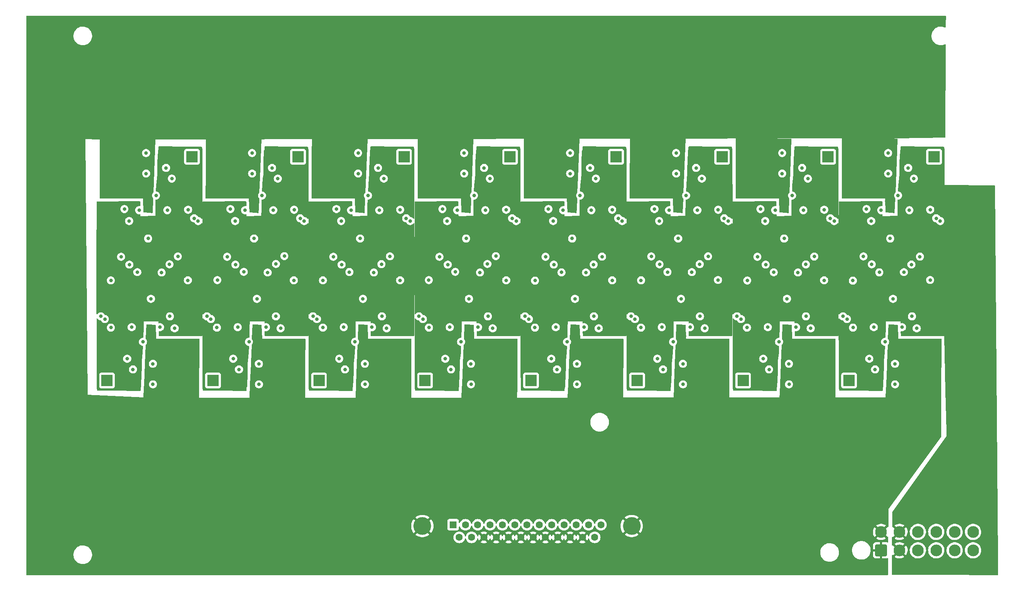
<source format=gbr>
%TF.GenerationSoftware,KiCad,Pcbnew,(6.0.7)*%
%TF.CreationDate,2022-08-12T11:14:58-05:00*%
%TF.ProjectId,SAQ-Readout,5341512d-5265-4616-946f-75742e6b6963,rev?*%
%TF.SameCoordinates,Original*%
%TF.FileFunction,Copper,L2,Inr*%
%TF.FilePolarity,Positive*%
%FSLAX46Y46*%
G04 Gerber Fmt 4.6, Leading zero omitted, Abs format (unit mm)*
G04 Created by KiCad (PCBNEW (6.0.7)) date 2022-08-12 11:14:58*
%MOMM*%
%LPD*%
G01*
G04 APERTURE LIST*
G04 Aperture macros list*
%AMRoundRect*
0 Rectangle with rounded corners*
0 $1 Rounding radius*
0 $2 $3 $4 $5 $6 $7 $8 $9 X,Y pos of 4 corners*
0 Add a 4 corners polygon primitive as box body*
4,1,4,$2,$3,$4,$5,$6,$7,$8,$9,$2,$3,0*
0 Add four circle primitives for the rounded corners*
1,1,$1+$1,$2,$3*
1,1,$1+$1,$4,$5*
1,1,$1+$1,$6,$7*
1,1,$1+$1,$8,$9*
0 Add four rect primitives between the rounded corners*
20,1,$1+$1,$2,$3,$4,$5,0*
20,1,$1+$1,$4,$5,$6,$7,0*
20,1,$1+$1,$6,$7,$8,$9,0*
20,1,$1+$1,$8,$9,$2,$3,0*%
G04 Aperture macros list end*
%TA.AperFunction,ComponentPad*%
%ADD10R,2.500000X2.500000*%
%TD*%
%TA.AperFunction,ComponentPad*%
%ADD11RoundRect,0.250000X1.070000X-1.070000X1.070000X1.070000X-1.070000X1.070000X-1.070000X-1.070000X0*%
%TD*%
%TA.AperFunction,ComponentPad*%
%ADD12C,2.640000*%
%TD*%
%TA.AperFunction,ComponentPad*%
%ADD13C,4.000000*%
%TD*%
%TA.AperFunction,ComponentPad*%
%ADD14R,1.600000X1.600000*%
%TD*%
%TA.AperFunction,ComponentPad*%
%ADD15C,1.600000*%
%TD*%
%TA.AperFunction,ViaPad*%
%ADD16C,0.800000*%
%TD*%
G04 APERTURE END LIST*
D10*
%TO.N,VDD*%
%TO.C,TP2*%
X150918861Y-108060067D03*
%TD*%
%TO.N,VDD*%
%TO.C,TP2*%
X74641077Y-57691867D03*
%TD*%
D11*
%TO.N,GND*%
%TO.C,J2*%
X229666800Y-146304000D03*
D12*
X233806800Y-146304000D03*
%TO.N,+9V*%
X237946800Y-146304000D03*
%TO.N,+5V*%
X242086800Y-146304000D03*
%TO.N,-15V*%
X246226800Y-146304000D03*
%TO.N,+15V*%
X250366800Y-146304000D03*
%TO.N,GND*%
X229666800Y-142164000D03*
X233806800Y-142164000D03*
%TO.N,+9V*%
X237946800Y-142164000D03*
%TO.N,+5V*%
X242086800Y-142164000D03*
%TO.N,-15V*%
X246226800Y-142164000D03*
%TO.N,+15V*%
X250366800Y-142164000D03*
%TD*%
D10*
%TO.N,VDD*%
%TO.C,TP2*%
X217745733Y-57691867D03*
%TD*%
%TO.N,VDD*%
%TO.C,TP2*%
X79366533Y-108060067D03*
%TD*%
%TO.N,VDD*%
%TO.C,TP2*%
X55515757Y-108060067D03*
%TD*%
%TO.N,VDD*%
%TO.C,TP2*%
X170044181Y-57691867D03*
%TD*%
%TO.N,VDD*%
%TO.C,TP2*%
X198620413Y-108060067D03*
%TD*%
%TO.N,VDD*%
%TO.C,TP2*%
X122342629Y-57691867D03*
%TD*%
%TO.N,VDD*%
%TO.C,TP2*%
X241596509Y-57691867D03*
%TD*%
%TO.N,VDD*%
%TO.C,TP2*%
X127068085Y-108060067D03*
%TD*%
%TO.N,VDD*%
%TO.C,TP2*%
X222471189Y-108060067D03*
%TD*%
%TO.N,VDD*%
%TO.C,TP2*%
X174769637Y-108060067D03*
%TD*%
%TO.N,VDD*%
%TO.C,TP2*%
X103217309Y-108060067D03*
%TD*%
%TO.N,VDD*%
%TO.C,TP2*%
X98491853Y-57691867D03*
%TD*%
%TO.N,VDD*%
%TO.C,TP2*%
X193894957Y-57691867D03*
%TD*%
%TO.N,VDD*%
%TO.C,TP2*%
X146193405Y-57691867D03*
%TD*%
D13*
%TO.N,GND*%
%TO.C,J1*%
X126457400Y-140844669D03*
X173557400Y-140844669D03*
D14*
%TO.N,CH5*%
X133387400Y-140544669D03*
D15*
%TO.N,CH7*%
X136157400Y-140544669D03*
%TO.N,CH9*%
X138927400Y-140544669D03*
%TO.N,CH11*%
X141697400Y-140544669D03*
%TO.N,CH13*%
X144467400Y-140544669D03*
%TO.N,CH15*%
X147237400Y-140544669D03*
%TO.N,CH16*%
X150007400Y-140544669D03*
%TO.N,CH14*%
X152777400Y-140544669D03*
%TO.N,CH12*%
X155547400Y-140544669D03*
%TO.N,CH10*%
X158317400Y-140544669D03*
%TO.N,CH8*%
X161087400Y-140544669D03*
%TO.N,CH6*%
X163857400Y-140544669D03*
%TO.N,CH4*%
X166627400Y-140544669D03*
%TO.N,CH3*%
X134772400Y-143384669D03*
%TO.N,CH1*%
X137542400Y-143384669D03*
%TO.N,GND*%
X140312400Y-143384669D03*
X143082400Y-143384669D03*
X145852400Y-143384669D03*
X148622400Y-143384669D03*
X151392400Y-143384669D03*
X154162400Y-143384669D03*
X156932400Y-143384669D03*
X159702400Y-143384669D03*
X162472400Y-143384669D03*
%TO.N,CH2*%
X165242400Y-143384669D03*
%TD*%
D16*
%TO.N,GND*%
X153763661Y-95103867D03*
X153763661Y-94189467D03*
X88789053Y-60054067D03*
X177614437Y-95103867D03*
X162525781Y-63610067D03*
X174971957Y-69706067D03*
X238751709Y-68766267D03*
X102810029Y-64372067D03*
X208323213Y-105697867D03*
X136770885Y-105697867D03*
X187444237Y-90203867D03*
X58360557Y-96985667D03*
X85183133Y-106967867D03*
X146346685Y-106713867D03*
X143348605Y-69680667D03*
X114824229Y-63610067D03*
X128845205Y-72474667D03*
X225315989Y-95103867D03*
X235779909Y-58784067D03*
X176902357Y-64372067D03*
X218153013Y-101379867D03*
X95647053Y-68766267D03*
X71796277Y-71562467D03*
X225315989Y-96071267D03*
X209263013Y-98077867D03*
X69078477Y-56904467D03*
X138675005Y-63610067D03*
X95647053Y-71562467D03*
X164481581Y-56904467D03*
X104994429Y-72474667D03*
X144060685Y-101379867D03*
X98899133Y-101379867D03*
X132884685Y-106967867D03*
X64938277Y-60054067D03*
X176546757Y-72474667D03*
X82211333Y-96985667D03*
X158437261Y-102141867D03*
X63998477Y-67674067D03*
X109668029Y-75548067D03*
X58360557Y-95103867D03*
X58360557Y-96071267D03*
X194302237Y-101379867D03*
X157369581Y-75548067D03*
X177614437Y-96985667D03*
X110735709Y-102141867D03*
X167199381Y-69680667D03*
X92675253Y-58784067D03*
X161561461Y-98077867D03*
X239463789Y-101379867D03*
X74438757Y-96045867D03*
X103064029Y-59038067D03*
X241394189Y-96045867D03*
X55362477Y-59038067D03*
X109033909Y-106967867D03*
X184472437Y-105697867D03*
X238751709Y-70648067D03*
X115891909Y-90203867D03*
X134586485Y-102141867D03*
X90973453Y-63610067D03*
X71796277Y-68766267D03*
X119497829Y-70648067D03*
X204437013Y-106967867D03*
X119497829Y-69680667D03*
X116526029Y-58784067D03*
X198822733Y-69706067D03*
X188078357Y-58784067D03*
X210227333Y-63610067D03*
X82211333Y-95103867D03*
X79213253Y-59038067D03*
X146600685Y-101379867D03*
X238751709Y-71562467D03*
X98645133Y-106713867D03*
X168267061Y-93277267D03*
X137710685Y-98077867D03*
X119497829Y-71562467D03*
X71796277Y-70648067D03*
X150765581Y-59038067D03*
X191050157Y-68766267D03*
X112639829Y-60054067D03*
X159401581Y-67674067D03*
X214900933Y-68766267D03*
X151121181Y-69706067D03*
X170197461Y-106713867D03*
X211929133Y-58784067D03*
X167911461Y-101379867D03*
X224248309Y-72474667D03*
X164227581Y-58784067D03*
X184192157Y-60054067D03*
X228921909Y-75548067D03*
X82211333Y-96071267D03*
X169841861Y-96045867D03*
X129912885Y-96985667D03*
X63034157Y-102141867D03*
X55718077Y-69706067D03*
X201465213Y-94189467D03*
X167199381Y-68766267D03*
X72863957Y-93277267D03*
X143348605Y-70648067D03*
X58360557Y-94189467D03*
X135550805Y-67674067D03*
X119497829Y-68766267D03*
X156481461Y-108847467D03*
X198213133Y-64372067D03*
X174362357Y-64372067D03*
X122140309Y-96045867D03*
X185412237Y-98077867D03*
X239819389Y-93277267D03*
X87849253Y-67674067D03*
X89069333Y-105697867D03*
X143348605Y-71562467D03*
X129200805Y-64372067D03*
X229989589Y-102141867D03*
X225315989Y-94189467D03*
X207103133Y-67674067D03*
X68190357Y-90203867D03*
X211295013Y-90203867D03*
X198467133Y-59038067D03*
X96714733Y-93277267D03*
X57292877Y-72474667D03*
X126660805Y-64372067D03*
X193692637Y-96045867D03*
X214900933Y-69680667D03*
X96359133Y-101379867D03*
X222673509Y-69706067D03*
X180586237Y-106967867D03*
X191050157Y-70648067D03*
X217899013Y-106713867D03*
X79568853Y-69706067D03*
X95647053Y-70648067D03*
X140630805Y-56904467D03*
X84929133Y-108847467D03*
X206138813Y-102141867D03*
X243382800Y-51308000D03*
X186376557Y-63610067D03*
X253847600Y-64871600D03*
X225315989Y-96985667D03*
X145991085Y-96045867D03*
X201465213Y-95103867D03*
X136490605Y-60054067D03*
X222063909Y-64372067D03*
X106062109Y-95103867D03*
X235145789Y-90203867D03*
X181220357Y-75548067D03*
X241749789Y-106713867D03*
X214900933Y-71562467D03*
X67122677Y-63610067D03*
X153051581Y-64372067D03*
X61078357Y-108847467D03*
X177614437Y-96071267D03*
X230953909Y-67674067D03*
X215613013Y-101379867D03*
X144416285Y-93277267D03*
X180332237Y-108847467D03*
X174616357Y-59038067D03*
X120209909Y-101379867D03*
X170451461Y-101379867D03*
X57648477Y-64372067D03*
X106062109Y-96071267D03*
X126914805Y-59038067D03*
X129912885Y-94189467D03*
X192117837Y-93277267D03*
X222317909Y-59038067D03*
X85817253Y-75548067D03*
X236033909Y-56904467D03*
X68824477Y-58784067D03*
X129912885Y-95103867D03*
X242003789Y-101379867D03*
X92041133Y-90203867D03*
X228287789Y-106967867D03*
X177614437Y-94189467D03*
X106062109Y-94189467D03*
X81499253Y-64372067D03*
X72508357Y-101379867D03*
X205071133Y-75548067D03*
X200753133Y-64372067D03*
X191050157Y-69680667D03*
X153763661Y-96985667D03*
X106062109Y-96985667D03*
X111700029Y-67674067D03*
X65218557Y-105697867D03*
X163593461Y-90203867D03*
X108779909Y-108847467D03*
X120565509Y-93277267D03*
X183252357Y-67674067D03*
X113859909Y-98077867D03*
X167199381Y-71562467D03*
X74794357Y-106713867D03*
X160341381Y-60054067D03*
X238751709Y-69680667D03*
X228033789Y-108847467D03*
X152695981Y-72474667D03*
X140376805Y-58784067D03*
X129912885Y-96071267D03*
X153763661Y-96071267D03*
X217543413Y-96045867D03*
X188332357Y-56904467D03*
X105350029Y-64372067D03*
X116780029Y-56904467D03*
X66158357Y-98077867D03*
X194048237Y-106713867D03*
X201465213Y-96985667D03*
X204183013Y-108847467D03*
X61966477Y-75548067D03*
X182288037Y-102141867D03*
X224603909Y-64372067D03*
X215968613Y-93277267D03*
X212183133Y-56904467D03*
X95647053Y-69680667D03*
X71796277Y-69680667D03*
X81143653Y-72474667D03*
X191762237Y-101379867D03*
X55108477Y-64372067D03*
X122749909Y-101379867D03*
X122495909Y-106713867D03*
X98289533Y-96045867D03*
X127270405Y-69706067D03*
X231893709Y-60054067D03*
X86884933Y-102141867D03*
X82211333Y-94189467D03*
X143348605Y-68766267D03*
X132630685Y-108847467D03*
X112920109Y-105697867D03*
X201465213Y-96071267D03*
X160621661Y-105697867D03*
X234078109Y-63610067D03*
X214900933Y-70648067D03*
X75048357Y-101379867D03*
X103419629Y-69706067D03*
X78959253Y-64372067D03*
X92929253Y-56904467D03*
X200397533Y-72474667D03*
X133518805Y-75548067D03*
X232173989Y-105697867D03*
X150511581Y-64372067D03*
X191050157Y-71562467D03*
X61332357Y-106967867D03*
X90009133Y-98077867D03*
X139742685Y-90203867D03*
X167199381Y-70648067D03*
X233113789Y-98077867D03*
X156735461Y-106967867D03*
X208042933Y-60054067D03*
%TO.N,VDD*%
X109059309Y-105570867D03*
X132910085Y-105570867D03*
X147565005Y-72144467D03*
X197248813Y-93607467D03*
X125696485Y-93607467D03*
X149547261Y-93607467D03*
X85208533Y-105570867D03*
X242079109Y-71534867D03*
X194377557Y-71534867D03*
X98974453Y-71534867D03*
X75123677Y-71534867D03*
X123714229Y-72144467D03*
X76012677Y-72144467D03*
X99863453Y-72144467D03*
X55033157Y-94217067D03*
X140351405Y-60181067D03*
X188052957Y-60181067D03*
X156760861Y-105570867D03*
X242968109Y-72144467D03*
X126585485Y-94217067D03*
X171415781Y-72144467D03*
X146676005Y-71534867D03*
X170526781Y-71534867D03*
X61357757Y-105570867D03*
X221099589Y-93607467D03*
X164202181Y-60181067D03*
X211903733Y-60181067D03*
X116500629Y-60181067D03*
X180611637Y-105570867D03*
X173398037Y-93607467D03*
X150436261Y-94217067D03*
X174287037Y-94217067D03*
X219117333Y-72144467D03*
X204462413Y-105570867D03*
X54144157Y-93607467D03*
X195266557Y-72144467D03*
X78883933Y-94217067D03*
X221988589Y-94217067D03*
X198137813Y-94217067D03*
X92649853Y-60181067D03*
X77994933Y-93607467D03*
X235754509Y-60181067D03*
X102734709Y-94217067D03*
X228313189Y-105570867D03*
X101845709Y-93607467D03*
X218228333Y-71534867D03*
X68799077Y-60181067D03*
X122825229Y-71534867D03*
%TO.N,+15V*%
X205833133Y-69706067D03*
X162831461Y-96045867D03*
X70730357Y-96299867D03*
X177969157Y-80120067D03*
X154829581Y-69452067D03*
X142993709Y-80043867D03*
X210533013Y-96045867D03*
X178680357Y-69452067D03*
X106442757Y-80196267D03*
X225695933Y-80120067D03*
X158131581Y-69706067D03*
X82541357Y-80196267D03*
X119168509Y-80094667D03*
X213835013Y-96299867D03*
X58690757Y-80196267D03*
X154169357Y-80196267D03*
X110430029Y-69706067D03*
X107128029Y-69452067D03*
X238396109Y-80170867D03*
X237685789Y-96299867D03*
X226381909Y-69452067D03*
X86579253Y-69706067D03*
X186682237Y-96045867D03*
X214647109Y-80145467D03*
X71467133Y-80120067D03*
X189984237Y-96299867D03*
X166133461Y-96299867D03*
X229683909Y-69706067D03*
X59426477Y-69452067D03*
X118431909Y-96299867D03*
X234383789Y-96045867D03*
X95419509Y-80043867D03*
X134280805Y-69706067D03*
X181982357Y-69706067D03*
X83277253Y-69452067D03*
X115129909Y-96045867D03*
X67428357Y-96045867D03*
X62728477Y-69706067D03*
X130318757Y-80196267D03*
X166895109Y-80170867D03*
X201845157Y-80196267D03*
X190745709Y-80094667D03*
X94581133Y-96299867D03*
X130978805Y-69452067D03*
X142282685Y-96299867D03*
X91279133Y-96045867D03*
X202531133Y-69452067D03*
X138980685Y-96045867D03*
%TO.N,-15V*%
X117271976Y-81864200D03*
X156032024Y-81965800D03*
X60553424Y-81965800D03*
X188332357Y-69706067D03*
X141097176Y-81813400D03*
X212750576Y-81915000D03*
X132630685Y-96045867D03*
X132045605Y-72144467D03*
X228033789Y-96045867D03*
X227558600Y-81889600D03*
X180332237Y-96045867D03*
X164481581Y-69706067D03*
X132181424Y-81965800D03*
X164998576Y-81940400D03*
X93514333Y-93607467D03*
X108305424Y-81965800D03*
X108194829Y-72144467D03*
X60493277Y-72144467D03*
X69663557Y-93607467D03*
X236033909Y-69706067D03*
X212183133Y-69706067D03*
X108779909Y-96045867D03*
X93522976Y-81813400D03*
X116780029Y-69706067D03*
X141215885Y-93607467D03*
X84929133Y-96045867D03*
X140630805Y-69706067D03*
X117365109Y-93607467D03*
X92929253Y-69706067D03*
X204183013Y-96045867D03*
X156481461Y-96045867D03*
X203597933Y-72144467D03*
X212768213Y-93607467D03*
X84404024Y-81965800D03*
X69078477Y-69706067D03*
X69570600Y-81889600D03*
X188917437Y-93607467D03*
X155896381Y-72144467D03*
X179747157Y-72144467D03*
X188849176Y-81864200D03*
X236618989Y-93607467D03*
X165066661Y-93607467D03*
X61078357Y-96045867D03*
X203707824Y-81965800D03*
X227448709Y-72144467D03*
X179831824Y-81889600D03*
X236499576Y-81940400D03*
X84344053Y-72144467D03*
%TO.N,+9V*%
X104090133Y-85495643D03*
X203167013Y-103157867D03*
X237049909Y-62594067D03*
X83913133Y-103157867D03*
X216856557Y-85504867D03*
X80341133Y-85444843D03*
X121454157Y-85504867D03*
X56388757Y-96147467D03*
X175642637Y-96147467D03*
X223344189Y-96147467D03*
X179316237Y-103157867D03*
X73702157Y-85504867D03*
X223317733Y-85571843D03*
X199568733Y-85546443D03*
X73768077Y-69604467D03*
X151816733Y-85571843D03*
X145320405Y-69604467D03*
X199493413Y-96147467D03*
X107763909Y-103157867D03*
X56388757Y-85521043D03*
X151791861Y-96147467D03*
X240707333Y-85428667D03*
X216872733Y-69604467D03*
X97552757Y-85504867D03*
X240723509Y-69604467D03*
X117796029Y-62594067D03*
X127915333Y-85444843D03*
X227017789Y-103157867D03*
X169180757Y-85504867D03*
X193021957Y-69604467D03*
X213199133Y-62594067D03*
X141646805Y-62594067D03*
X97618853Y-69604467D03*
X145330157Y-85504867D03*
X127941085Y-96147467D03*
X169171181Y-69604467D03*
X165497581Y-62594067D03*
X60062357Y-103157867D03*
X192980557Y-85428667D03*
X80239533Y-96147467D03*
X189348357Y-62594067D03*
X104090309Y-96147467D03*
X155465461Y-103157867D03*
X175667333Y-85495643D03*
X93945253Y-62594067D03*
X70094477Y-62594067D03*
X121469629Y-69604467D03*
X131614685Y-103157867D03*
%TO.N,+5V*%
X133866643Y-83582933D03*
X111319909Y-99347867D03*
X63618357Y-99347867D03*
X110041443Y-83633733D03*
X139428891Y-83735333D03*
X233493909Y-66404067D03*
X135170685Y-99347867D03*
X86292443Y-83582933D03*
X229269043Y-83709933D03*
X182872237Y-99347867D03*
X87469133Y-99347867D03*
X161941581Y-66404067D03*
X91651491Y-83735333D03*
X62340067Y-83659133D03*
X66538477Y-66404067D03*
X206723013Y-99347867D03*
X209643133Y-66404067D03*
X230573789Y-99347867D03*
X90389253Y-66404067D03*
X138090805Y-66404067D03*
X159021461Y-99347867D03*
X234806067Y-83659133D03*
X114240029Y-66404067D03*
X115552891Y-83735333D03*
X187079291Y-83659133D03*
X210955291Y-83735333D03*
X157768043Y-83709933D03*
X181618643Y-83633733D03*
X205520043Y-83684533D03*
X185792357Y-66404067D03*
X163279491Y-83735333D03*
X67800891Y-83735333D03*
%TO.N,Net-(C1-Pad2)*%
X207422133Y-61451067D03*
X231272909Y-61451067D03*
X89690133Y-104300867D03*
X232808989Y-108923667D03*
X185107437Y-108923667D03*
X185093237Y-104300867D03*
X135855605Y-56828267D03*
X208958213Y-108923667D03*
X88168253Y-61451067D03*
X208944013Y-104300867D03*
X65839357Y-104300867D03*
X112004829Y-56828267D03*
X183571357Y-61451067D03*
X161256661Y-108923667D03*
X137391685Y-104300867D03*
X64317477Y-61451067D03*
X159706381Y-56828267D03*
X135869805Y-61451067D03*
X232794789Y-104300867D03*
X159720581Y-61451067D03*
X207407933Y-56828267D03*
X88154053Y-56828267D03*
X113555109Y-108923667D03*
X65853557Y-108923667D03*
X231258709Y-56828267D03*
X161242461Y-104300867D03*
X89704333Y-108923667D03*
X64303277Y-56828267D03*
X137405885Y-108923667D03*
X112019029Y-61451067D03*
X183557157Y-56828267D03*
X113540909Y-104300867D03*
%TO.N,/Integrator2/CH-IN*%
X64760477Y-76081467D03*
X208501013Y-89670467D03*
X160163581Y-76081467D03*
X88611253Y-76081467D03*
X136312805Y-76081467D03*
X136948685Y-89670467D03*
X232351789Y-89670467D03*
X112462029Y-76081467D03*
X113097909Y-89670467D03*
X160799461Y-89670467D03*
X89247133Y-89670467D03*
X65396357Y-89670467D03*
X184014357Y-76081467D03*
X231715909Y-76081467D03*
X207865133Y-76081467D03*
X184650237Y-89670467D03*
%TD*%
%TA.AperFunction,Conductor*%
%TO.N,GND*%
G36*
X172405740Y-88315624D02*
G01*
X172405708Y-88329231D01*
X172405708Y-88329232D01*
X172383391Y-97903208D01*
X172363230Y-97971282D01*
X172309466Y-98017649D01*
X172257697Y-98028914D01*
X162676453Y-98052165D01*
X162608284Y-98032328D01*
X162561661Y-97978785D01*
X162550162Y-97928088D01*
X162537056Y-97069603D01*
X162556016Y-97001185D01*
X162608955Y-96953879D01*
X162679067Y-96942703D01*
X162689238Y-96944433D01*
X162729517Y-96952995D01*
X162729522Y-96952995D01*
X162735974Y-96954367D01*
X162926948Y-96954367D01*
X162933400Y-96952995D01*
X162933405Y-96952995D01*
X163020349Y-96934514D01*
X163113749Y-96914661D01*
X163119780Y-96911976D01*
X163282183Y-96839670D01*
X163282185Y-96839669D01*
X163288213Y-96836985D01*
X163442714Y-96724733D01*
X163484169Y-96678693D01*
X163566082Y-96587719D01*
X163566083Y-96587718D01*
X163570501Y-96582811D01*
X163665988Y-96417423D01*
X163704185Y-96299867D01*
X165219957Y-96299867D01*
X165220647Y-96306432D01*
X165223212Y-96330832D01*
X165239919Y-96489795D01*
X165298934Y-96671423D01*
X165302237Y-96677145D01*
X165302238Y-96677146D01*
X165309266Y-96689319D01*
X165394421Y-96836811D01*
X165398839Y-96841718D01*
X165398840Y-96841719D01*
X165488476Y-96941270D01*
X165522208Y-96978733D01*
X165676709Y-97090985D01*
X165682737Y-97093669D01*
X165682739Y-97093670D01*
X165845142Y-97165976D01*
X165851173Y-97168661D01*
X165944574Y-97188514D01*
X166031517Y-97206995D01*
X166031522Y-97206995D01*
X166037974Y-97208367D01*
X166228948Y-97208367D01*
X166235400Y-97206995D01*
X166235405Y-97206995D01*
X166322348Y-97188514D01*
X166415749Y-97168661D01*
X166421780Y-97165976D01*
X166584183Y-97093670D01*
X166584185Y-97093669D01*
X166590213Y-97090985D01*
X166744714Y-96978733D01*
X166778446Y-96941270D01*
X166868082Y-96841719D01*
X166868083Y-96841718D01*
X166872501Y-96836811D01*
X166957656Y-96689319D01*
X166964684Y-96677146D01*
X166964685Y-96677145D01*
X166967988Y-96671423D01*
X167027003Y-96489795D01*
X167043711Y-96330832D01*
X167046275Y-96306432D01*
X167046965Y-96299867D01*
X167027003Y-96109939D01*
X166967988Y-95928311D01*
X166872501Y-95762923D01*
X166792715Y-95674311D01*
X166749136Y-95625912D01*
X166749135Y-95625911D01*
X166744714Y-95621001D01*
X166590213Y-95508749D01*
X166584185Y-95506065D01*
X166584183Y-95506064D01*
X166421780Y-95433758D01*
X166421779Y-95433758D01*
X166415749Y-95431073D01*
X166322349Y-95411220D01*
X166235405Y-95392739D01*
X166235400Y-95392739D01*
X166228948Y-95391367D01*
X166037974Y-95391367D01*
X166031522Y-95392739D01*
X166031517Y-95392739D01*
X165944574Y-95411220D01*
X165851173Y-95431073D01*
X165845143Y-95433758D01*
X165845142Y-95433758D01*
X165682739Y-95506064D01*
X165682737Y-95506065D01*
X165676709Y-95508749D01*
X165522208Y-95621001D01*
X165517787Y-95625911D01*
X165517786Y-95625912D01*
X165474208Y-95674311D01*
X165394421Y-95762923D01*
X165298934Y-95928311D01*
X165239919Y-96109939D01*
X165219957Y-96299867D01*
X163704185Y-96299867D01*
X163725003Y-96235795D01*
X163744965Y-96045867D01*
X163736371Y-95964102D01*
X163725693Y-95862502D01*
X163725693Y-95862500D01*
X163725003Y-95855939D01*
X163665988Y-95674311D01*
X163570501Y-95508923D01*
X163442714Y-95367001D01*
X163324837Y-95281358D01*
X163293555Y-95258630D01*
X163293554Y-95258629D01*
X163288213Y-95254749D01*
X163282185Y-95252065D01*
X163282183Y-95252064D01*
X163119780Y-95179758D01*
X163119779Y-95179758D01*
X163113749Y-95177073D01*
X163004781Y-95153911D01*
X162933405Y-95138739D01*
X162933400Y-95138739D01*
X162926948Y-95137367D01*
X162735974Y-95137367D01*
X162729519Y-95138739D01*
X162729510Y-95138740D01*
X162658139Y-95153911D01*
X162587348Y-95148510D01*
X162530715Y-95105694D01*
X162505956Y-95032588D01*
X162501538Y-94743180D01*
X162501538Y-94743178D01*
X162501261Y-94725067D01*
X159173861Y-94750467D01*
X159155981Y-96154032D01*
X159128453Y-98314972D01*
X159107585Y-98382832D01*
X159053341Y-98428638D01*
X159002463Y-98439367D01*
X158925974Y-98439367D01*
X158919522Y-98440739D01*
X158919517Y-98440739D01*
X158832573Y-98459220D01*
X158739173Y-98479073D01*
X158733143Y-98481758D01*
X158733142Y-98481758D01*
X158570739Y-98554064D01*
X158570737Y-98554065D01*
X158564709Y-98556749D01*
X158410208Y-98669001D01*
X158282421Y-98810923D01*
X158186934Y-98976311D01*
X158127919Y-99157939D01*
X158107957Y-99347867D01*
X158127919Y-99537795D01*
X158186934Y-99719423D01*
X158282421Y-99884811D01*
X158410208Y-100026733D01*
X158564709Y-100138985D01*
X158570737Y-100141669D01*
X158570739Y-100141670D01*
X158733142Y-100213976D01*
X158739173Y-100216661D01*
X158832574Y-100236514D01*
X158919517Y-100254995D01*
X158919522Y-100254995D01*
X158925974Y-100256367D01*
X158928602Y-100256367D01*
X158992895Y-100282819D01*
X159033525Y-100341040D01*
X159039908Y-100387461D01*
X158970807Y-101757965D01*
X158970381Y-101763757D01*
X158784058Y-103689093D01*
X158742061Y-104123067D01*
X158742061Y-105593804D01*
X158741964Y-105598740D01*
X158714029Y-106311096D01*
X158590725Y-109455337D01*
X158577520Y-109506749D01*
X158488061Y-109685667D01*
X158487968Y-109700130D01*
X158487968Y-109700132D01*
X158484254Y-110280333D01*
X158463817Y-110348324D01*
X158409864Y-110394472D01*
X158357278Y-110405522D01*
X152323575Y-110358628D01*
X148785292Y-110331129D01*
X148717330Y-110310598D01*
X148671255Y-110256583D01*
X148661920Y-110225442D01*
X148583698Y-109746488D01*
X148582050Y-109726321D01*
X148581636Y-109358201D01*
X149160361Y-109358201D01*
X149167116Y-109420383D01*
X149218246Y-109556772D01*
X149305600Y-109673328D01*
X149422156Y-109760682D01*
X149558545Y-109811812D01*
X149620727Y-109818567D01*
X152216995Y-109818567D01*
X152279177Y-109811812D01*
X152415566Y-109760682D01*
X152532122Y-109673328D01*
X152619476Y-109556772D01*
X152670606Y-109420383D01*
X152677361Y-109358201D01*
X152677361Y-106761933D01*
X152670606Y-106699751D01*
X152619476Y-106563362D01*
X152532122Y-106446806D01*
X152415566Y-106359452D01*
X152279177Y-106308322D01*
X152216995Y-106301567D01*
X149620727Y-106301567D01*
X149558545Y-106308322D01*
X149422156Y-106359452D01*
X149305600Y-106446806D01*
X149218246Y-106563362D01*
X149167116Y-106699751D01*
X149160361Y-106761933D01*
X149160361Y-109358201D01*
X148581636Y-109358201D01*
X148577375Y-105570867D01*
X155847357Y-105570867D01*
X155867319Y-105760795D01*
X155926334Y-105942423D01*
X156021821Y-106107811D01*
X156149608Y-106249733D01*
X156304109Y-106361985D01*
X156310137Y-106364669D01*
X156310139Y-106364670D01*
X156472542Y-106436976D01*
X156478573Y-106439661D01*
X156571973Y-106459514D01*
X156658917Y-106477995D01*
X156658922Y-106477995D01*
X156665374Y-106479367D01*
X156856348Y-106479367D01*
X156862800Y-106477995D01*
X156862805Y-106477995D01*
X156949749Y-106459514D01*
X157043149Y-106439661D01*
X157049180Y-106436976D01*
X157211583Y-106364670D01*
X157211585Y-106364669D01*
X157217613Y-106361985D01*
X157372114Y-106249733D01*
X157499901Y-106107811D01*
X157595388Y-105942423D01*
X157654403Y-105760795D01*
X157674365Y-105570867D01*
X157654403Y-105380939D01*
X157595388Y-105199311D01*
X157499901Y-105033923D01*
X157372114Y-104892001D01*
X157217613Y-104779749D01*
X157211585Y-104777065D01*
X157211583Y-104777064D01*
X157049180Y-104704758D01*
X157049179Y-104704758D01*
X157043149Y-104702073D01*
X156949748Y-104682220D01*
X156862805Y-104663739D01*
X156862800Y-104663739D01*
X156856348Y-104662367D01*
X156665374Y-104662367D01*
X156658922Y-104663739D01*
X156658917Y-104663739D01*
X156571974Y-104682220D01*
X156478573Y-104702073D01*
X156472543Y-104704758D01*
X156472542Y-104704758D01*
X156310139Y-104777064D01*
X156310137Y-104777065D01*
X156304109Y-104779749D01*
X156149608Y-104892001D01*
X156021821Y-105033923D01*
X155926334Y-105199311D01*
X155867319Y-105380939D01*
X155847357Y-105570867D01*
X148577375Y-105570867D01*
X148574661Y-103157867D01*
X154551957Y-103157867D01*
X154571919Y-103347795D01*
X154630934Y-103529423D01*
X154726421Y-103694811D01*
X154854208Y-103836733D01*
X155008709Y-103948985D01*
X155014737Y-103951669D01*
X155014739Y-103951670D01*
X155177142Y-104023976D01*
X155183173Y-104026661D01*
X155276574Y-104046514D01*
X155363517Y-104064995D01*
X155363522Y-104064995D01*
X155369974Y-104066367D01*
X155560948Y-104066367D01*
X155567400Y-104064995D01*
X155567405Y-104064995D01*
X155654348Y-104046514D01*
X155747749Y-104026661D01*
X155753780Y-104023976D01*
X155916183Y-103951670D01*
X155916185Y-103951669D01*
X155922213Y-103948985D01*
X156076714Y-103836733D01*
X156204501Y-103694811D01*
X156299988Y-103529423D01*
X156359003Y-103347795D01*
X156378965Y-103157867D01*
X156359003Y-102967939D01*
X156299988Y-102786311D01*
X156204501Y-102620923D01*
X156076714Y-102479001D01*
X155922213Y-102366749D01*
X155916185Y-102364065D01*
X155916183Y-102364064D01*
X155753780Y-102291758D01*
X155753779Y-102291758D01*
X155747749Y-102289073D01*
X155654348Y-102269220D01*
X155567405Y-102250739D01*
X155567400Y-102250739D01*
X155560948Y-102249367D01*
X155369974Y-102249367D01*
X155363522Y-102250739D01*
X155363517Y-102250739D01*
X155276574Y-102269220D01*
X155183173Y-102289073D01*
X155177143Y-102291758D01*
X155177142Y-102291758D01*
X155014739Y-102364064D01*
X155014737Y-102364065D01*
X155008709Y-102366749D01*
X154854208Y-102479001D01*
X154726421Y-102620923D01*
X154630934Y-102786311D01*
X154571919Y-102967939D01*
X154551957Y-103157867D01*
X148574661Y-103157867D01*
X148573093Y-101763757D01*
X148566776Y-96147467D01*
X150878357Y-96147467D01*
X150879047Y-96154032D01*
X150887641Y-96235795D01*
X150898319Y-96337395D01*
X150957334Y-96519023D01*
X151052821Y-96684411D01*
X151180608Y-96826333D01*
X151198965Y-96839670D01*
X151302181Y-96914661D01*
X151335109Y-96938585D01*
X151341137Y-96941269D01*
X151341139Y-96941270D01*
X151503542Y-97013576D01*
X151509573Y-97016261D01*
X151602974Y-97036114D01*
X151689917Y-97054595D01*
X151689922Y-97054595D01*
X151696374Y-97055967D01*
X151887348Y-97055967D01*
X151893800Y-97054595D01*
X151893805Y-97054595D01*
X151980748Y-97036114D01*
X152074149Y-97016261D01*
X152080180Y-97013576D01*
X152242583Y-96941270D01*
X152242585Y-96941269D01*
X152248613Y-96938585D01*
X152281542Y-96914661D01*
X152384757Y-96839670D01*
X152403114Y-96826333D01*
X152530901Y-96684411D01*
X152626388Y-96519023D01*
X152685403Y-96337395D01*
X152696082Y-96235795D01*
X152704675Y-96154032D01*
X152705365Y-96147467D01*
X152704675Y-96140902D01*
X152694687Y-96045867D01*
X155567957Y-96045867D01*
X155587919Y-96235795D01*
X155646934Y-96417423D01*
X155742421Y-96582811D01*
X155746839Y-96587718D01*
X155746840Y-96587719D01*
X155828753Y-96678693D01*
X155870208Y-96724733D01*
X156024709Y-96836985D01*
X156030737Y-96839669D01*
X156030739Y-96839670D01*
X156193142Y-96911976D01*
X156199173Y-96914661D01*
X156292573Y-96934514D01*
X156379517Y-96952995D01*
X156379522Y-96952995D01*
X156385974Y-96954367D01*
X156576948Y-96954367D01*
X156583400Y-96952995D01*
X156583405Y-96952995D01*
X156670349Y-96934514D01*
X156763749Y-96914661D01*
X156769780Y-96911976D01*
X156932183Y-96839670D01*
X156932185Y-96839669D01*
X156938213Y-96836985D01*
X157092714Y-96724733D01*
X157134169Y-96678693D01*
X157216082Y-96587719D01*
X157216083Y-96587718D01*
X157220501Y-96582811D01*
X157315988Y-96417423D01*
X157375003Y-96235795D01*
X157394965Y-96045867D01*
X157386371Y-95964102D01*
X157375693Y-95862502D01*
X157375693Y-95862500D01*
X157375003Y-95855939D01*
X157315988Y-95674311D01*
X157220501Y-95508923D01*
X157092714Y-95367001D01*
X156974837Y-95281358D01*
X156943555Y-95258630D01*
X156943554Y-95258629D01*
X156938213Y-95254749D01*
X156932185Y-95252065D01*
X156932183Y-95252064D01*
X156769780Y-95179758D01*
X156769779Y-95179758D01*
X156763749Y-95177073D01*
X156654781Y-95153911D01*
X156583405Y-95138739D01*
X156583400Y-95138739D01*
X156576948Y-95137367D01*
X156385974Y-95137367D01*
X156379522Y-95138739D01*
X156379517Y-95138739D01*
X156308141Y-95153911D01*
X156199173Y-95177073D01*
X156193143Y-95179758D01*
X156193142Y-95179758D01*
X156030739Y-95252064D01*
X156030737Y-95252065D01*
X156024709Y-95254749D01*
X156019368Y-95258629D01*
X156019367Y-95258630D01*
X155988085Y-95281358D01*
X155870208Y-95367001D01*
X155742421Y-95508923D01*
X155646934Y-95674311D01*
X155587919Y-95855939D01*
X155587229Y-95862500D01*
X155587229Y-95862502D01*
X155576551Y-95964102D01*
X155567957Y-96045867D01*
X152694687Y-96045867D01*
X152686093Y-95964102D01*
X152686093Y-95964100D01*
X152685403Y-95957539D01*
X152626388Y-95775911D01*
X152618890Y-95762923D01*
X152536950Y-95621001D01*
X152530901Y-95610523D01*
X152439264Y-95508749D01*
X152407536Y-95473512D01*
X152407535Y-95473511D01*
X152403114Y-95468601D01*
X152248613Y-95356349D01*
X152242585Y-95353665D01*
X152242583Y-95353664D01*
X152080180Y-95281358D01*
X152080179Y-95281358D01*
X152074149Y-95278673D01*
X151979855Y-95258630D01*
X151893805Y-95240339D01*
X151893800Y-95240339D01*
X151887348Y-95238967D01*
X151696374Y-95238967D01*
X151689922Y-95240339D01*
X151689917Y-95240339D01*
X151603867Y-95258630D01*
X151509573Y-95278673D01*
X151503543Y-95281358D01*
X151503542Y-95281358D01*
X151341139Y-95353664D01*
X151341137Y-95353665D01*
X151335109Y-95356349D01*
X151180608Y-95468601D01*
X151176187Y-95473511D01*
X151176186Y-95473512D01*
X151144459Y-95508749D01*
X151052821Y-95610523D01*
X151046772Y-95621001D01*
X150964833Y-95762923D01*
X150957334Y-95775911D01*
X150898319Y-95957539D01*
X150897629Y-95964100D01*
X150897629Y-95964102D01*
X150879047Y-96140902D01*
X150878357Y-96147467D01*
X148566776Y-96147467D01*
X148564577Y-94192784D01*
X148584501Y-94124643D01*
X148638105Y-94078089D01*
X148708367Y-94067906D01*
X148772981Y-94097327D01*
X148799694Y-94129643D01*
X148804917Y-94138689D01*
X148808221Y-94144411D01*
X148812639Y-94149318D01*
X148812640Y-94149319D01*
X148873641Y-94217067D01*
X148936008Y-94286333D01*
X149090509Y-94398585D01*
X149096537Y-94401269D01*
X149096539Y-94401270D01*
X149258942Y-94473576D01*
X149264973Y-94476261D01*
X149358374Y-94496114D01*
X149445317Y-94514595D01*
X149445322Y-94514595D01*
X149451774Y-94515967D01*
X149488316Y-94515967D01*
X149556437Y-94535969D01*
X149601661Y-94588665D01*
X149601734Y-94588623D01*
X149697221Y-94754011D01*
X149825008Y-94895933D01*
X149979509Y-95008185D01*
X149985537Y-95010869D01*
X149985539Y-95010870D01*
X150034319Y-95032588D01*
X150153973Y-95085861D01*
X150247279Y-95105694D01*
X150334317Y-95124195D01*
X150334322Y-95124195D01*
X150340774Y-95125567D01*
X150531748Y-95125567D01*
X150538200Y-95124195D01*
X150538205Y-95124195D01*
X150625243Y-95105694D01*
X150718549Y-95085861D01*
X150838203Y-95032588D01*
X150886983Y-95010870D01*
X150886985Y-95010869D01*
X150893013Y-95008185D01*
X151047514Y-94895933D01*
X151175301Y-94754011D01*
X151270788Y-94588623D01*
X151329803Y-94406995D01*
X151349765Y-94217067D01*
X151347213Y-94192784D01*
X151330493Y-94033702D01*
X151330493Y-94033700D01*
X151329803Y-94027139D01*
X151270788Y-93845511D01*
X151175301Y-93680123D01*
X151115793Y-93614032D01*
X151109882Y-93607467D01*
X164153157Y-93607467D01*
X164153847Y-93614032D01*
X164160278Y-93675215D01*
X164173119Y-93797395D01*
X164232134Y-93979023D01*
X164327621Y-94144411D01*
X164332039Y-94149318D01*
X164332040Y-94149319D01*
X164393041Y-94217067D01*
X164455408Y-94286333D01*
X164609909Y-94398585D01*
X164615937Y-94401269D01*
X164615939Y-94401270D01*
X164778342Y-94473576D01*
X164784373Y-94476261D01*
X164877774Y-94496114D01*
X164964717Y-94514595D01*
X164964722Y-94514595D01*
X164971174Y-94515967D01*
X165162148Y-94515967D01*
X165168600Y-94514595D01*
X165168605Y-94514595D01*
X165255549Y-94496114D01*
X165348949Y-94476261D01*
X165354980Y-94473576D01*
X165517383Y-94401270D01*
X165517385Y-94401269D01*
X165523413Y-94398585D01*
X165677914Y-94286333D01*
X165740281Y-94217067D01*
X165801282Y-94149319D01*
X165801283Y-94149318D01*
X165805701Y-94144411D01*
X165901188Y-93979023D01*
X165960203Y-93797395D01*
X165973045Y-93675215D01*
X165979475Y-93614032D01*
X165980165Y-93607467D01*
X165960203Y-93417539D01*
X165901188Y-93235911D01*
X165805701Y-93070523D01*
X165677914Y-92928601D01*
X165523413Y-92816349D01*
X165517385Y-92813665D01*
X165517383Y-92813664D01*
X165354980Y-92741358D01*
X165354979Y-92741358D01*
X165348949Y-92738673D01*
X165255549Y-92718820D01*
X165168605Y-92700339D01*
X165168600Y-92700339D01*
X165162148Y-92698967D01*
X164971174Y-92698967D01*
X164964722Y-92700339D01*
X164964717Y-92700339D01*
X164877773Y-92718820D01*
X164784373Y-92738673D01*
X164778343Y-92741358D01*
X164778342Y-92741358D01*
X164615939Y-92813664D01*
X164615937Y-92813665D01*
X164609909Y-92816349D01*
X164455408Y-92928601D01*
X164327621Y-93070523D01*
X164232134Y-93235911D01*
X164173119Y-93417539D01*
X164153157Y-93607467D01*
X151109882Y-93607467D01*
X151051936Y-93543112D01*
X151051935Y-93543111D01*
X151047514Y-93538201D01*
X150893013Y-93425949D01*
X150886985Y-93423265D01*
X150886983Y-93423264D01*
X150724580Y-93350958D01*
X150724579Y-93350958D01*
X150718549Y-93348273D01*
X150625148Y-93328420D01*
X150538205Y-93309939D01*
X150538200Y-93309939D01*
X150531748Y-93308567D01*
X150495206Y-93308567D01*
X150427085Y-93288565D01*
X150381861Y-93235869D01*
X150381788Y-93235911D01*
X150381562Y-93235520D01*
X150286301Y-93070523D01*
X150158514Y-92928601D01*
X150004013Y-92816349D01*
X149997985Y-92813665D01*
X149997983Y-92813664D01*
X149835580Y-92741358D01*
X149835579Y-92741358D01*
X149829549Y-92738673D01*
X149736149Y-92718820D01*
X149649205Y-92700339D01*
X149649200Y-92700339D01*
X149642748Y-92698967D01*
X149451774Y-92698967D01*
X149445322Y-92700339D01*
X149445317Y-92700339D01*
X149358373Y-92718820D01*
X149264973Y-92738673D01*
X149258943Y-92741358D01*
X149258942Y-92741358D01*
X149096539Y-92813664D01*
X149096537Y-92813665D01*
X149090509Y-92816349D01*
X148936008Y-92928601D01*
X148808221Y-93070523D01*
X148804920Y-93076241D01*
X148798381Y-93087567D01*
X148746997Y-93136560D01*
X148677284Y-93149995D01*
X148611373Y-93123608D01*
X148570191Y-93065775D01*
X148563263Y-93024712D01*
X148559490Y-89670467D01*
X159885957Y-89670467D01*
X159905919Y-89860395D01*
X159964934Y-90042023D01*
X160060421Y-90207411D01*
X160188208Y-90349333D01*
X160342709Y-90461585D01*
X160348737Y-90464269D01*
X160348739Y-90464270D01*
X160511142Y-90536576D01*
X160517173Y-90539261D01*
X160610574Y-90559114D01*
X160697517Y-90577595D01*
X160697522Y-90577595D01*
X160703974Y-90578967D01*
X160894948Y-90578967D01*
X160901400Y-90577595D01*
X160901405Y-90577595D01*
X160988349Y-90559114D01*
X161081749Y-90539261D01*
X161087780Y-90536576D01*
X161250183Y-90464270D01*
X161250185Y-90464269D01*
X161256213Y-90461585D01*
X161410714Y-90349333D01*
X161538501Y-90207411D01*
X161633988Y-90042023D01*
X161693003Y-89860395D01*
X161712965Y-89670467D01*
X161693003Y-89480539D01*
X161633988Y-89298911D01*
X161538501Y-89133523D01*
X161410714Y-88991601D01*
X161256213Y-88879349D01*
X161250185Y-88876665D01*
X161250183Y-88876664D01*
X161087780Y-88804358D01*
X161087779Y-88804358D01*
X161081749Y-88801673D01*
X160988349Y-88781820D01*
X160901405Y-88763339D01*
X160901400Y-88763339D01*
X160894948Y-88761967D01*
X160703974Y-88761967D01*
X160697522Y-88763339D01*
X160697517Y-88763339D01*
X160610574Y-88781820D01*
X160517173Y-88801673D01*
X160511143Y-88804358D01*
X160511142Y-88804358D01*
X160348739Y-88876664D01*
X160348737Y-88876665D01*
X160342709Y-88879349D01*
X160188208Y-88991601D01*
X160060421Y-89133523D01*
X159964934Y-89298911D01*
X159905919Y-89480539D01*
X159885957Y-89670467D01*
X148559490Y-89670467D01*
X148556661Y-87155867D01*
X172408499Y-87132010D01*
X172405740Y-88315624D01*
G37*
%TD.AperFunction*%
%TD*%
%TA.AperFunction,Conductor*%
%TO.N,GND*%
G36*
X232069025Y-53563643D02*
G01*
X232068971Y-53563643D01*
X233327959Y-53576414D01*
X233371964Y-53595167D01*
X233389776Y-53641371D01*
X233285086Y-56298887D01*
X232915454Y-65681840D01*
X232895422Y-65725280D01*
X232891808Y-65728245D01*
X232890687Y-65729254D01*
X232888038Y-65731179D01*
X232761376Y-65871851D01*
X232759741Y-65874683D01*
X232759738Y-65874687D01*
X232668366Y-66032949D01*
X232666730Y-66035783D01*
X232608235Y-66215811D01*
X232588449Y-66404067D01*
X232608235Y-66592323D01*
X232666730Y-66772351D01*
X232668365Y-66775183D01*
X232668366Y-66775185D01*
X232759738Y-66933447D01*
X232759741Y-66933451D01*
X232761376Y-66936283D01*
X232763567Y-66938717D01*
X232763569Y-66938719D01*
X232844644Y-67028761D01*
X232860649Y-67073040D01*
X232860178Y-67085016D01*
X232734392Y-70278027D01*
X232714360Y-70321467D01*
X232668895Y-70337993D01*
X232108217Y-70310643D01*
X230706521Y-70242268D01*
X230663272Y-70221830D01*
X230647105Y-70182021D01*
X230538617Y-67072041D01*
X230538184Y-67059616D01*
X230526277Y-67059647D01*
X224448172Y-67075517D01*
X220872816Y-67084852D01*
X220828574Y-67066661D01*
X220810153Y-67022184D01*
X220825126Y-61451067D01*
X230367449Y-61451067D01*
X230387235Y-61639323D01*
X230445730Y-61819351D01*
X230447365Y-61822183D01*
X230447366Y-61822185D01*
X230538738Y-61980447D01*
X230538741Y-61980451D01*
X230540376Y-61983283D01*
X230667038Y-62123955D01*
X230669685Y-62125878D01*
X230669687Y-62125880D01*
X230782501Y-62207843D01*
X230820179Y-62235218D01*
X230823169Y-62236549D01*
X230823172Y-62236551D01*
X230920314Y-62279801D01*
X230993106Y-62312211D01*
X230996316Y-62312893D01*
X230996318Y-62312894D01*
X231175062Y-62350887D01*
X231175066Y-62350887D01*
X231178263Y-62351567D01*
X231367555Y-62351567D01*
X231370752Y-62350887D01*
X231370756Y-62350887D01*
X231549500Y-62312894D01*
X231549502Y-62312893D01*
X231552712Y-62312211D01*
X231625504Y-62279801D01*
X231722646Y-62236551D01*
X231722649Y-62236549D01*
X231725639Y-62235218D01*
X231763317Y-62207843D01*
X231876131Y-62125880D01*
X231876133Y-62125878D01*
X231878780Y-62123955D01*
X232005442Y-61983283D01*
X232007077Y-61980451D01*
X232007080Y-61980447D01*
X232098452Y-61822185D01*
X232098453Y-61822183D01*
X232100088Y-61819351D01*
X232158583Y-61639323D01*
X232178369Y-61451067D01*
X232158583Y-61262811D01*
X232100088Y-61082783D01*
X232098452Y-61079949D01*
X232007080Y-60921687D01*
X232007077Y-60921683D01*
X232005442Y-60918851D01*
X231878780Y-60778179D01*
X231876133Y-60776256D01*
X231876131Y-60776254D01*
X231728287Y-60668840D01*
X231728288Y-60668840D01*
X231725639Y-60666916D01*
X231722649Y-60665585D01*
X231722646Y-60665583D01*
X231625504Y-60622333D01*
X231552712Y-60589923D01*
X231549502Y-60589241D01*
X231549500Y-60589240D01*
X231370756Y-60551247D01*
X231370752Y-60551247D01*
X231367555Y-60550567D01*
X231178263Y-60550567D01*
X231175066Y-60551247D01*
X231175062Y-60551247D01*
X230996318Y-60589240D01*
X230996316Y-60589241D01*
X230993106Y-60589923D01*
X230920314Y-60622333D01*
X230823172Y-60665583D01*
X230823169Y-60665585D01*
X230820179Y-60666916D01*
X230817530Y-60668840D01*
X230817531Y-60668840D01*
X230669687Y-60776254D01*
X230669685Y-60776256D01*
X230667038Y-60778179D01*
X230540376Y-60918851D01*
X230538741Y-60921683D01*
X230538738Y-60921687D01*
X230447366Y-61079949D01*
X230445730Y-61082783D01*
X230387235Y-61262811D01*
X230367449Y-61451067D01*
X220825126Y-61451067D01*
X220837550Y-56828267D01*
X230353249Y-56828267D01*
X230373035Y-57016523D01*
X230431530Y-57196551D01*
X230433165Y-57199383D01*
X230433166Y-57199385D01*
X230524538Y-57357647D01*
X230524541Y-57357651D01*
X230526176Y-57360483D01*
X230652838Y-57501155D01*
X230655485Y-57503078D01*
X230655487Y-57503080D01*
X230768301Y-57585043D01*
X230805979Y-57612418D01*
X230808969Y-57613749D01*
X230808972Y-57613751D01*
X230906114Y-57657001D01*
X230978906Y-57689411D01*
X230982116Y-57690093D01*
X230982118Y-57690094D01*
X231160862Y-57728087D01*
X231160866Y-57728087D01*
X231164063Y-57728767D01*
X231353355Y-57728767D01*
X231356552Y-57728087D01*
X231356556Y-57728087D01*
X231535300Y-57690094D01*
X231535302Y-57690093D01*
X231538512Y-57689411D01*
X231611304Y-57657001D01*
X231708446Y-57613751D01*
X231708449Y-57613749D01*
X231711439Y-57612418D01*
X231749117Y-57585043D01*
X231861931Y-57503080D01*
X231861933Y-57503078D01*
X231864580Y-57501155D01*
X231991242Y-57360483D01*
X231992877Y-57357651D01*
X231992880Y-57357647D01*
X232084252Y-57199385D01*
X232084253Y-57199383D01*
X232085888Y-57196551D01*
X232144383Y-57016523D01*
X232164169Y-56828267D01*
X232144383Y-56640011D01*
X232085888Y-56459983D01*
X232084252Y-56457149D01*
X231992880Y-56298887D01*
X231992877Y-56298883D01*
X231991242Y-56296051D01*
X231864580Y-56155379D01*
X231861933Y-56153456D01*
X231861931Y-56153454D01*
X231714087Y-56046040D01*
X231714088Y-56046040D01*
X231711439Y-56044116D01*
X231708449Y-56042785D01*
X231708446Y-56042783D01*
X231611304Y-55999533D01*
X231538512Y-55967123D01*
X231535302Y-55966441D01*
X231535300Y-55966440D01*
X231356556Y-55928447D01*
X231356552Y-55928447D01*
X231353355Y-55927767D01*
X231164063Y-55927767D01*
X231160866Y-55928447D01*
X231160862Y-55928447D01*
X230982118Y-55966440D01*
X230982116Y-55966441D01*
X230978906Y-55967123D01*
X230906114Y-55999533D01*
X230808972Y-56042783D01*
X230808969Y-56042785D01*
X230805979Y-56044116D01*
X230803330Y-56046040D01*
X230803331Y-56046040D01*
X230655487Y-56153454D01*
X230655485Y-56153456D01*
X230652838Y-56155379D01*
X230526176Y-56296051D01*
X230524541Y-56298883D01*
X230524538Y-56298887D01*
X230433166Y-56457149D01*
X230431530Y-56459983D01*
X230373035Y-56640011D01*
X230353249Y-56828267D01*
X220837550Y-56828267D01*
X220846413Y-53530382D01*
X220846412Y-53530381D01*
X220846629Y-53449800D01*
X232069025Y-53563643D01*
G37*
%TD.AperFunction*%
%TD*%
%TA.AperFunction,Conductor*%
%TO.N,GND*%
G36*
X90287653Y-53577067D02*
G01*
X89941991Y-62351567D01*
X89810798Y-65681840D01*
X89790766Y-65725280D01*
X89787152Y-65728245D01*
X89786031Y-65729254D01*
X89783382Y-65731179D01*
X89656720Y-65871851D01*
X89655085Y-65874683D01*
X89655082Y-65874687D01*
X89563710Y-66032949D01*
X89562074Y-66035783D01*
X89503579Y-66215811D01*
X89483793Y-66404067D01*
X89503579Y-66592323D01*
X89562074Y-66772351D01*
X89563709Y-66775183D01*
X89563710Y-66775185D01*
X89655082Y-66933447D01*
X89655085Y-66933451D01*
X89656720Y-66936283D01*
X89658911Y-66938717D01*
X89658913Y-66938719D01*
X89739988Y-67028761D01*
X89755993Y-67073040D01*
X89667751Y-69313043D01*
X89629736Y-70278027D01*
X89609704Y-70321467D01*
X89564239Y-70337993D01*
X89003561Y-70310643D01*
X87601865Y-70242268D01*
X87558616Y-70221830D01*
X87542449Y-70182021D01*
X87433961Y-67072041D01*
X87433528Y-67059616D01*
X87421621Y-67059647D01*
X81343516Y-67075517D01*
X77768160Y-67084852D01*
X77723918Y-67066661D01*
X77705497Y-67022184D01*
X77720470Y-61451067D01*
X87262793Y-61451067D01*
X87282579Y-61639323D01*
X87341074Y-61819351D01*
X87342709Y-61822183D01*
X87342710Y-61822185D01*
X87434082Y-61980447D01*
X87434085Y-61980451D01*
X87435720Y-61983283D01*
X87562382Y-62123955D01*
X87565029Y-62125878D01*
X87565031Y-62125880D01*
X87677845Y-62207843D01*
X87715523Y-62235218D01*
X87718513Y-62236549D01*
X87718516Y-62236551D01*
X87815658Y-62279801D01*
X87888450Y-62312211D01*
X87891660Y-62312893D01*
X87891662Y-62312894D01*
X88070406Y-62350887D01*
X88070410Y-62350887D01*
X88073607Y-62351567D01*
X88262899Y-62351567D01*
X88266096Y-62350887D01*
X88266100Y-62350887D01*
X88444844Y-62312894D01*
X88444846Y-62312893D01*
X88448056Y-62312211D01*
X88520848Y-62279801D01*
X88617990Y-62236551D01*
X88617993Y-62236549D01*
X88620983Y-62235218D01*
X88658661Y-62207843D01*
X88771475Y-62125880D01*
X88771477Y-62125878D01*
X88774124Y-62123955D01*
X88900786Y-61983283D01*
X88902421Y-61980451D01*
X88902424Y-61980447D01*
X88993796Y-61822185D01*
X88993797Y-61822183D01*
X88995432Y-61819351D01*
X89053927Y-61639323D01*
X89073713Y-61451067D01*
X89053927Y-61262811D01*
X88995432Y-61082783D01*
X88993796Y-61079949D01*
X88902424Y-60921687D01*
X88902421Y-60921683D01*
X88900786Y-60918851D01*
X88774124Y-60778179D01*
X88771477Y-60776256D01*
X88771475Y-60776254D01*
X88623631Y-60668840D01*
X88623632Y-60668840D01*
X88620983Y-60666916D01*
X88617993Y-60665585D01*
X88617990Y-60665583D01*
X88520848Y-60622333D01*
X88448056Y-60589923D01*
X88444846Y-60589241D01*
X88444844Y-60589240D01*
X88266100Y-60551247D01*
X88266096Y-60551247D01*
X88262899Y-60550567D01*
X88073607Y-60550567D01*
X88070410Y-60551247D01*
X88070406Y-60551247D01*
X87891662Y-60589240D01*
X87891660Y-60589241D01*
X87888450Y-60589923D01*
X87815658Y-60622333D01*
X87718516Y-60665583D01*
X87718513Y-60665585D01*
X87715523Y-60666916D01*
X87712874Y-60668840D01*
X87712875Y-60668840D01*
X87565031Y-60776254D01*
X87565029Y-60776256D01*
X87562382Y-60778179D01*
X87435720Y-60918851D01*
X87434085Y-60921683D01*
X87434082Y-60921687D01*
X87342710Y-61079949D01*
X87341074Y-61082783D01*
X87282579Y-61262811D01*
X87262793Y-61451067D01*
X77720470Y-61451067D01*
X77732894Y-56828267D01*
X87248593Y-56828267D01*
X87268379Y-57016523D01*
X87326874Y-57196551D01*
X87328509Y-57199383D01*
X87328510Y-57199385D01*
X87419882Y-57357647D01*
X87419885Y-57357651D01*
X87421520Y-57360483D01*
X87548182Y-57501155D01*
X87550829Y-57503078D01*
X87550831Y-57503080D01*
X87663645Y-57585043D01*
X87701323Y-57612418D01*
X87704313Y-57613749D01*
X87704316Y-57613751D01*
X87801458Y-57657001D01*
X87874250Y-57689411D01*
X87877460Y-57690093D01*
X87877462Y-57690094D01*
X88056206Y-57728087D01*
X88056210Y-57728087D01*
X88059407Y-57728767D01*
X88248699Y-57728767D01*
X88251896Y-57728087D01*
X88251900Y-57728087D01*
X88430644Y-57690094D01*
X88430646Y-57690093D01*
X88433856Y-57689411D01*
X88506648Y-57657001D01*
X88603790Y-57613751D01*
X88603793Y-57613749D01*
X88606783Y-57612418D01*
X88644461Y-57585043D01*
X88757275Y-57503080D01*
X88757277Y-57503078D01*
X88759924Y-57501155D01*
X88886586Y-57360483D01*
X88888221Y-57357651D01*
X88888224Y-57357647D01*
X88979596Y-57199385D01*
X88979597Y-57199383D01*
X88981232Y-57196551D01*
X89039727Y-57016523D01*
X89059513Y-56828267D01*
X89039727Y-56640011D01*
X88981232Y-56459983D01*
X88979596Y-56457149D01*
X88888224Y-56298887D01*
X88888221Y-56298883D01*
X88886586Y-56296051D01*
X88759924Y-56155379D01*
X88757277Y-56153456D01*
X88757275Y-56153454D01*
X88609431Y-56046040D01*
X88609432Y-56046040D01*
X88606783Y-56044116D01*
X88603793Y-56042785D01*
X88603790Y-56042783D01*
X88506648Y-55999533D01*
X88433856Y-55967123D01*
X88430646Y-55966441D01*
X88430644Y-55966440D01*
X88251900Y-55928447D01*
X88251896Y-55928447D01*
X88248699Y-55927767D01*
X88059407Y-55927767D01*
X88056210Y-55928447D01*
X88056206Y-55928447D01*
X87877462Y-55966440D01*
X87877460Y-55966441D01*
X87874250Y-55967123D01*
X87801458Y-55999533D01*
X87704316Y-56042783D01*
X87704313Y-56042785D01*
X87701323Y-56044116D01*
X87698674Y-56046040D01*
X87698675Y-56046040D01*
X87550831Y-56153454D01*
X87550829Y-56153456D01*
X87548182Y-56155379D01*
X87421520Y-56296051D01*
X87419885Y-56298883D01*
X87419882Y-56298887D01*
X87328510Y-56457149D01*
X87326874Y-56459983D01*
X87268379Y-56640011D01*
X87248593Y-56828267D01*
X77732894Y-56828267D01*
X77741056Y-53791166D01*
X77741056Y-53791165D01*
X77741973Y-53449800D01*
X90287653Y-53577067D01*
G37*
%TD.AperFunction*%
%TD*%
%TA.AperFunction,Conductor*%
%TO.N,GND*%
G36*
X240191795Y-55393306D02*
G01*
X243730078Y-55420805D01*
X243798040Y-55441336D01*
X243844115Y-55495351D01*
X243853450Y-55526492D01*
X243931672Y-56005446D01*
X243933320Y-56025613D01*
X243939015Y-61088195D01*
X243958709Y-78596067D01*
X220106871Y-78619924D01*
X220107975Y-78146214D01*
X220110671Y-76989967D01*
X220112789Y-76081467D01*
X230802405Y-76081467D01*
X230822367Y-76271395D01*
X230881382Y-76453023D01*
X230976869Y-76618411D01*
X231104656Y-76760333D01*
X231259157Y-76872585D01*
X231265185Y-76875269D01*
X231265187Y-76875270D01*
X231427590Y-76947576D01*
X231433621Y-76950261D01*
X231527021Y-76970114D01*
X231613965Y-76988595D01*
X231613970Y-76988595D01*
X231620422Y-76989967D01*
X231811396Y-76989967D01*
X231817848Y-76988595D01*
X231817853Y-76988595D01*
X231904797Y-76970114D01*
X231998197Y-76950261D01*
X232004228Y-76947576D01*
X232166631Y-76875270D01*
X232166633Y-76875269D01*
X232172661Y-76872585D01*
X232327162Y-76760333D01*
X232454949Y-76618411D01*
X232550436Y-76453023D01*
X232609451Y-76271395D01*
X232629413Y-76081467D01*
X232609451Y-75891539D01*
X232550436Y-75709911D01*
X232454949Y-75544523D01*
X232327162Y-75402601D01*
X232172661Y-75290349D01*
X232166633Y-75287665D01*
X232166631Y-75287664D01*
X232004228Y-75215358D01*
X232004227Y-75215358D01*
X231998197Y-75212673D01*
X231904797Y-75192820D01*
X231817853Y-75174339D01*
X231817848Y-75174339D01*
X231811396Y-75172967D01*
X231620422Y-75172967D01*
X231613970Y-75174339D01*
X231613965Y-75174339D01*
X231527021Y-75192820D01*
X231433621Y-75212673D01*
X231427591Y-75215358D01*
X231427590Y-75215358D01*
X231265187Y-75287664D01*
X231265185Y-75287665D01*
X231259157Y-75290349D01*
X231104656Y-75402601D01*
X230976869Y-75544523D01*
X230881382Y-75709911D01*
X230822367Y-75891539D01*
X230802405Y-76081467D01*
X220112789Y-76081467D01*
X220121966Y-72144467D01*
X226535205Y-72144467D01*
X226555167Y-72334395D01*
X226614182Y-72516023D01*
X226709669Y-72681411D01*
X226837456Y-72823333D01*
X226991957Y-72935585D01*
X226997985Y-72938269D01*
X226997987Y-72938270D01*
X227160390Y-73010576D01*
X227166421Y-73013261D01*
X227259821Y-73033114D01*
X227346765Y-73051595D01*
X227346770Y-73051595D01*
X227353222Y-73052967D01*
X227544196Y-73052967D01*
X227550648Y-73051595D01*
X227550653Y-73051595D01*
X227637597Y-73033114D01*
X227730997Y-73013261D01*
X227737028Y-73010576D01*
X227899431Y-72938270D01*
X227899433Y-72938269D01*
X227905461Y-72935585D01*
X228059962Y-72823333D01*
X228187749Y-72681411D01*
X228283236Y-72516023D01*
X228342251Y-72334395D01*
X228362213Y-72144467D01*
X228361523Y-72137902D01*
X228342941Y-71961102D01*
X228342941Y-71961100D01*
X228342251Y-71954539D01*
X228283236Y-71772911D01*
X228187749Y-71607523D01*
X228128241Y-71541432D01*
X228122330Y-71534867D01*
X241165605Y-71534867D01*
X241166295Y-71541432D01*
X241172726Y-71602615D01*
X241185567Y-71724795D01*
X241244582Y-71906423D01*
X241340069Y-72071811D01*
X241344487Y-72076718D01*
X241344488Y-72076719D01*
X241405489Y-72144467D01*
X241467856Y-72213733D01*
X241622357Y-72325985D01*
X241628385Y-72328669D01*
X241628387Y-72328670D01*
X241790790Y-72400976D01*
X241796821Y-72403661D01*
X241890222Y-72423514D01*
X241977165Y-72441995D01*
X241977170Y-72441995D01*
X241983622Y-72443367D01*
X242020164Y-72443367D01*
X242088285Y-72463369D01*
X242133509Y-72516065D01*
X242133582Y-72516023D01*
X242229069Y-72681411D01*
X242356856Y-72823333D01*
X242511357Y-72935585D01*
X242517385Y-72938269D01*
X242517387Y-72938270D01*
X242679790Y-73010576D01*
X242685821Y-73013261D01*
X242779221Y-73033114D01*
X242866165Y-73051595D01*
X242866170Y-73051595D01*
X242872622Y-73052967D01*
X243063596Y-73052967D01*
X243070048Y-73051595D01*
X243070053Y-73051595D01*
X243156997Y-73033114D01*
X243250397Y-73013261D01*
X243256428Y-73010576D01*
X243418831Y-72938270D01*
X243418833Y-72938269D01*
X243424861Y-72935585D01*
X243579362Y-72823333D01*
X243707149Y-72681411D01*
X243802636Y-72516023D01*
X243861651Y-72334395D01*
X243881613Y-72144467D01*
X243880923Y-72137902D01*
X243862341Y-71961102D01*
X243862341Y-71961100D01*
X243861651Y-71954539D01*
X243802636Y-71772911D01*
X243707149Y-71607523D01*
X243647641Y-71541432D01*
X243583784Y-71470512D01*
X243583783Y-71470511D01*
X243579362Y-71465601D01*
X243424861Y-71353349D01*
X243418833Y-71350665D01*
X243418831Y-71350664D01*
X243256428Y-71278358D01*
X243256427Y-71278358D01*
X243250397Y-71275673D01*
X243156997Y-71255820D01*
X243070053Y-71237339D01*
X243070048Y-71237339D01*
X243063596Y-71235967D01*
X243027054Y-71235967D01*
X242958933Y-71215965D01*
X242913709Y-71163269D01*
X242913636Y-71163311D01*
X242913410Y-71162920D01*
X242818149Y-70997923D01*
X242690362Y-70856001D01*
X242535861Y-70743749D01*
X242529833Y-70741065D01*
X242529831Y-70741064D01*
X242367428Y-70668758D01*
X242367427Y-70668758D01*
X242361397Y-70666073D01*
X242267997Y-70646220D01*
X242181053Y-70627739D01*
X242181048Y-70627739D01*
X242174596Y-70626367D01*
X241983622Y-70626367D01*
X241977170Y-70627739D01*
X241977165Y-70627739D01*
X241890221Y-70646220D01*
X241796821Y-70666073D01*
X241790791Y-70668758D01*
X241790790Y-70668758D01*
X241628387Y-70741064D01*
X241628385Y-70741065D01*
X241622357Y-70743749D01*
X241467856Y-70856001D01*
X241340069Y-70997923D01*
X241244582Y-71163311D01*
X241185567Y-71344939D01*
X241165605Y-71534867D01*
X228122330Y-71534867D01*
X228064384Y-71470512D01*
X228064383Y-71470511D01*
X228059962Y-71465601D01*
X227905461Y-71353349D01*
X227899433Y-71350665D01*
X227899431Y-71350664D01*
X227737028Y-71278358D01*
X227737027Y-71278358D01*
X227730997Y-71275673D01*
X227637597Y-71255820D01*
X227550653Y-71237339D01*
X227550648Y-71237339D01*
X227544196Y-71235967D01*
X227353222Y-71235967D01*
X227346770Y-71237339D01*
X227346765Y-71237339D01*
X227259822Y-71255820D01*
X227166421Y-71275673D01*
X227160391Y-71278358D01*
X227160390Y-71278358D01*
X226997987Y-71350664D01*
X226997985Y-71350665D01*
X226991957Y-71353349D01*
X226837456Y-71465601D01*
X226833035Y-71470511D01*
X226833034Y-71470512D01*
X226769178Y-71541432D01*
X226709669Y-71607523D01*
X226614182Y-71772911D01*
X226555167Y-71954539D01*
X226554477Y-71961100D01*
X226554477Y-71961102D01*
X226535895Y-72137902D01*
X226535205Y-72144467D01*
X220121966Y-72144467D01*
X220128242Y-69452067D01*
X225468405Y-69452067D01*
X225488367Y-69641995D01*
X225547382Y-69823623D01*
X225642869Y-69989011D01*
X225647287Y-69993918D01*
X225647288Y-69993919D01*
X225766234Y-70126022D01*
X225770656Y-70130933D01*
X225925157Y-70243185D01*
X225931185Y-70245869D01*
X225931187Y-70245870D01*
X226093590Y-70318176D01*
X226099621Y-70320861D01*
X226193021Y-70340714D01*
X226279965Y-70359195D01*
X226279970Y-70359195D01*
X226286422Y-70360567D01*
X226477396Y-70360567D01*
X226483848Y-70359195D01*
X226483853Y-70359195D01*
X226570796Y-70340714D01*
X226664197Y-70320861D01*
X226670228Y-70318176D01*
X226832631Y-70245870D01*
X226832633Y-70245869D01*
X226838661Y-70243185D01*
X226993162Y-70130933D01*
X226997584Y-70126022D01*
X227116530Y-69993919D01*
X227116531Y-69993918D01*
X227120949Y-69989011D01*
X227216436Y-69823623D01*
X227275451Y-69641995D01*
X227295413Y-69452067D01*
X227294723Y-69445502D01*
X227276141Y-69268702D01*
X227276141Y-69268700D01*
X227275451Y-69262139D01*
X227216436Y-69080511D01*
X227208938Y-69067523D01*
X227126998Y-68925601D01*
X227120949Y-68915123D01*
X227029312Y-68813349D01*
X226997584Y-68778112D01*
X226997583Y-68778111D01*
X226993162Y-68773201D01*
X226838661Y-68660949D01*
X226832633Y-68658265D01*
X226832631Y-68658264D01*
X226670228Y-68585958D01*
X226670227Y-68585958D01*
X226664197Y-68583273D01*
X226570797Y-68563420D01*
X226483853Y-68544939D01*
X226483848Y-68544939D01*
X226477396Y-68543567D01*
X226286422Y-68543567D01*
X226279970Y-68544939D01*
X226279965Y-68544939D01*
X226193021Y-68563420D01*
X226099621Y-68583273D01*
X226093591Y-68585958D01*
X226093590Y-68585958D01*
X225931187Y-68658264D01*
X225931185Y-68658265D01*
X225925157Y-68660949D01*
X225770656Y-68773201D01*
X225766235Y-68778111D01*
X225766234Y-68778112D01*
X225734507Y-68813349D01*
X225642869Y-68915123D01*
X225636820Y-68925601D01*
X225554881Y-69067523D01*
X225547382Y-69080511D01*
X225488367Y-69262139D01*
X225487677Y-69268700D01*
X225487677Y-69268702D01*
X225469095Y-69445502D01*
X225468405Y-69452067D01*
X220128242Y-69452067D01*
X220131979Y-67848726D01*
X220152140Y-67780652D01*
X220205904Y-67734285D01*
X220257673Y-67723020D01*
X229838917Y-67699769D01*
X229907086Y-67719606D01*
X229953709Y-67773149D01*
X229965208Y-67823846D01*
X229978314Y-68682331D01*
X229959354Y-68750749D01*
X229906415Y-68798055D01*
X229836303Y-68809231D01*
X229826132Y-68807501D01*
X229785853Y-68798939D01*
X229785848Y-68798939D01*
X229779396Y-68797567D01*
X229588422Y-68797567D01*
X229581970Y-68798939D01*
X229581965Y-68798939D01*
X229495915Y-68817230D01*
X229401621Y-68837273D01*
X229395591Y-68839958D01*
X229395590Y-68839958D01*
X229233187Y-68912264D01*
X229233185Y-68912265D01*
X229227157Y-68914949D01*
X229072656Y-69027201D01*
X229068235Y-69032111D01*
X229068234Y-69032112D01*
X229024656Y-69080511D01*
X228944869Y-69169123D01*
X228849382Y-69334511D01*
X228790367Y-69516139D01*
X228770405Y-69706067D01*
X228771095Y-69712632D01*
X228779689Y-69794395D01*
X228790367Y-69895995D01*
X228849382Y-70077623D01*
X228944869Y-70243011D01*
X229072656Y-70384933D01*
X229091013Y-70398270D01*
X229194229Y-70473261D01*
X229227157Y-70497185D01*
X229233185Y-70499869D01*
X229233187Y-70499870D01*
X229262604Y-70512967D01*
X229401621Y-70574861D01*
X229495021Y-70594714D01*
X229581965Y-70613195D01*
X229581970Y-70613195D01*
X229588422Y-70614567D01*
X229779396Y-70614567D01*
X229785851Y-70613195D01*
X229785860Y-70613194D01*
X229857231Y-70598023D01*
X229928022Y-70603424D01*
X229984655Y-70646240D01*
X230009414Y-70719346D01*
X230014109Y-71026867D01*
X233341509Y-71001467D01*
X233358011Y-69706067D01*
X235120405Y-69706067D01*
X235121095Y-69712632D01*
X235129689Y-69794395D01*
X235140367Y-69895995D01*
X235199382Y-70077623D01*
X235294869Y-70243011D01*
X235422656Y-70384933D01*
X235441013Y-70398270D01*
X235544229Y-70473261D01*
X235577157Y-70497185D01*
X235583185Y-70499869D01*
X235583187Y-70499870D01*
X235612604Y-70512967D01*
X235751621Y-70574861D01*
X235845021Y-70594714D01*
X235931965Y-70613195D01*
X235931970Y-70613195D01*
X235938422Y-70614567D01*
X236129396Y-70614567D01*
X236135848Y-70613195D01*
X236135853Y-70613195D01*
X236222797Y-70594714D01*
X236316197Y-70574861D01*
X236455214Y-70512967D01*
X236484631Y-70499870D01*
X236484633Y-70499869D01*
X236490661Y-70497185D01*
X236523590Y-70473261D01*
X236626805Y-70398270D01*
X236645162Y-70384933D01*
X236772949Y-70243011D01*
X236868436Y-70077623D01*
X236927451Y-69895995D01*
X236938130Y-69794395D01*
X236946723Y-69712632D01*
X236947413Y-69706067D01*
X236936735Y-69604467D01*
X239810005Y-69604467D01*
X239810695Y-69611032D01*
X239813260Y-69635432D01*
X239829967Y-69794395D01*
X239888982Y-69976023D01*
X239892285Y-69981745D01*
X239892286Y-69981746D01*
X239899314Y-69993919D01*
X239984469Y-70141411D01*
X239988887Y-70146318D01*
X239988888Y-70146319D01*
X240078524Y-70245870D01*
X240112256Y-70283333D01*
X240266757Y-70395585D01*
X240272785Y-70398269D01*
X240272787Y-70398270D01*
X240435190Y-70470576D01*
X240441221Y-70473261D01*
X240534622Y-70493114D01*
X240621565Y-70511595D01*
X240621570Y-70511595D01*
X240628022Y-70512967D01*
X240818996Y-70512967D01*
X240825448Y-70511595D01*
X240825453Y-70511595D01*
X240912397Y-70493114D01*
X241005797Y-70473261D01*
X241011828Y-70470576D01*
X241174231Y-70398270D01*
X241174233Y-70398269D01*
X241180261Y-70395585D01*
X241334762Y-70283333D01*
X241368494Y-70245870D01*
X241458130Y-70146319D01*
X241458131Y-70146318D01*
X241462549Y-70141411D01*
X241547704Y-69993919D01*
X241554732Y-69981746D01*
X241554733Y-69981745D01*
X241558036Y-69976023D01*
X241617051Y-69794395D01*
X241633759Y-69635432D01*
X241636323Y-69611032D01*
X241637013Y-69604467D01*
X241628419Y-69522702D01*
X241617741Y-69421102D01*
X241617741Y-69421100D01*
X241617051Y-69414539D01*
X241558036Y-69232911D01*
X241462549Y-69067523D01*
X241334762Y-68925601D01*
X241216885Y-68839958D01*
X241185603Y-68817230D01*
X241185602Y-68817229D01*
X241180261Y-68813349D01*
X241174233Y-68810665D01*
X241174231Y-68810664D01*
X241011828Y-68738358D01*
X241011827Y-68738358D01*
X241005797Y-68735673D01*
X240912396Y-68715820D01*
X240825453Y-68697339D01*
X240825448Y-68697339D01*
X240818996Y-68695967D01*
X240628022Y-68695967D01*
X240621570Y-68697339D01*
X240621565Y-68697339D01*
X240534622Y-68715820D01*
X240441221Y-68735673D01*
X240435191Y-68738358D01*
X240435190Y-68738358D01*
X240272787Y-68810664D01*
X240272785Y-68810665D01*
X240266757Y-68813349D01*
X240261416Y-68817229D01*
X240261415Y-68817230D01*
X240230133Y-68839958D01*
X240112256Y-68925601D01*
X239984469Y-69067523D01*
X239888982Y-69232911D01*
X239829967Y-69414539D01*
X239829277Y-69421100D01*
X239829277Y-69421102D01*
X239818599Y-69522702D01*
X239810005Y-69604467D01*
X236936735Y-69604467D01*
X236927451Y-69516139D01*
X236868436Y-69334511D01*
X236772949Y-69169123D01*
X236693163Y-69080511D01*
X236649584Y-69032112D01*
X236649583Y-69032111D01*
X236645162Y-69027201D01*
X236490661Y-68914949D01*
X236484633Y-68912265D01*
X236484631Y-68912264D01*
X236322228Y-68839958D01*
X236322227Y-68839958D01*
X236316197Y-68837273D01*
X236221903Y-68817230D01*
X236135853Y-68798939D01*
X236135848Y-68798939D01*
X236129396Y-68797567D01*
X235938422Y-68797567D01*
X235931970Y-68798939D01*
X235931965Y-68798939D01*
X235845915Y-68817230D01*
X235751621Y-68837273D01*
X235745591Y-68839958D01*
X235745590Y-68839958D01*
X235583187Y-68912264D01*
X235583185Y-68912265D01*
X235577157Y-68914949D01*
X235422656Y-69027201D01*
X235418235Y-69032111D01*
X235418234Y-69032112D01*
X235374656Y-69080511D01*
X235294869Y-69169123D01*
X235199382Y-69334511D01*
X235140367Y-69516139D01*
X235120405Y-69706067D01*
X233358011Y-69706067D01*
X233370861Y-68697339D01*
X233386917Y-67436962D01*
X233407785Y-67369102D01*
X233462029Y-67323296D01*
X233512907Y-67312567D01*
X233589396Y-67312567D01*
X233595848Y-67311195D01*
X233595853Y-67311195D01*
X233682796Y-67292714D01*
X233776197Y-67272861D01*
X233782228Y-67270176D01*
X233944631Y-67197870D01*
X233944633Y-67197869D01*
X233950661Y-67195185D01*
X234105162Y-67082933D01*
X234232949Y-66941011D01*
X234328436Y-66775623D01*
X234387451Y-66593995D01*
X234407413Y-66404067D01*
X234387451Y-66214139D01*
X234328436Y-66032511D01*
X234232949Y-65867123D01*
X234105162Y-65725201D01*
X233950661Y-65612949D01*
X233944633Y-65610265D01*
X233944631Y-65610264D01*
X233782228Y-65537958D01*
X233782227Y-65537958D01*
X233776197Y-65535273D01*
X233682797Y-65515420D01*
X233595853Y-65496939D01*
X233595848Y-65496939D01*
X233589396Y-65495567D01*
X233586768Y-65495567D01*
X233522475Y-65469115D01*
X233481845Y-65410894D01*
X233475462Y-65364473D01*
X233544563Y-63993969D01*
X233544989Y-63988177D01*
X233679903Y-62594067D01*
X236136405Y-62594067D01*
X236156367Y-62783995D01*
X236215382Y-62965623D01*
X236310869Y-63131011D01*
X236438656Y-63272933D01*
X236593157Y-63385185D01*
X236599185Y-63387869D01*
X236599187Y-63387870D01*
X236761590Y-63460176D01*
X236767621Y-63462861D01*
X236861021Y-63482714D01*
X236947965Y-63501195D01*
X236947970Y-63501195D01*
X236954422Y-63502567D01*
X237145396Y-63502567D01*
X237151848Y-63501195D01*
X237151853Y-63501195D01*
X237238797Y-63482714D01*
X237332197Y-63462861D01*
X237338228Y-63460176D01*
X237500631Y-63387870D01*
X237500633Y-63387869D01*
X237506661Y-63385185D01*
X237661162Y-63272933D01*
X237788949Y-63131011D01*
X237884436Y-62965623D01*
X237943451Y-62783995D01*
X237963413Y-62594067D01*
X237943451Y-62404139D01*
X237884436Y-62222511D01*
X237788949Y-62057123D01*
X237661162Y-61915201D01*
X237506661Y-61802949D01*
X237500633Y-61800265D01*
X237500631Y-61800264D01*
X237338228Y-61727958D01*
X237338227Y-61727958D01*
X237332197Y-61725273D01*
X237238796Y-61705420D01*
X237151853Y-61686939D01*
X237151848Y-61686939D01*
X237145396Y-61685567D01*
X236954422Y-61685567D01*
X236947970Y-61686939D01*
X236947965Y-61686939D01*
X236861022Y-61705420D01*
X236767621Y-61725273D01*
X236761591Y-61727958D01*
X236761590Y-61727958D01*
X236599187Y-61800264D01*
X236599185Y-61800265D01*
X236593157Y-61802949D01*
X236438656Y-61915201D01*
X236310869Y-62057123D01*
X236215382Y-62222511D01*
X236156367Y-62404139D01*
X236136405Y-62594067D01*
X233679903Y-62594067D01*
X233773017Y-61631885D01*
X233773017Y-61631884D01*
X233773309Y-61628867D01*
X233773309Y-60181067D01*
X234841005Y-60181067D01*
X234860967Y-60370995D01*
X234919982Y-60552623D01*
X235015469Y-60718011D01*
X235143256Y-60859933D01*
X235297757Y-60972185D01*
X235303785Y-60974869D01*
X235303787Y-60974870D01*
X235466190Y-61047176D01*
X235472221Y-61049861D01*
X235565621Y-61069714D01*
X235652565Y-61088195D01*
X235652570Y-61088195D01*
X235659022Y-61089567D01*
X235849996Y-61089567D01*
X235856448Y-61088195D01*
X235856453Y-61088195D01*
X235943397Y-61069714D01*
X236036797Y-61049861D01*
X236042828Y-61047176D01*
X236205231Y-60974870D01*
X236205233Y-60974869D01*
X236211261Y-60972185D01*
X236365762Y-60859933D01*
X236493549Y-60718011D01*
X236589036Y-60552623D01*
X236648051Y-60370995D01*
X236668013Y-60181067D01*
X236648051Y-59991139D01*
X236589036Y-59809511D01*
X236493549Y-59644123D01*
X236365762Y-59502201D01*
X236211261Y-59389949D01*
X236205233Y-59387265D01*
X236205231Y-59387264D01*
X236042828Y-59314958D01*
X236042827Y-59314958D01*
X236036797Y-59312273D01*
X235943397Y-59292420D01*
X235856453Y-59273939D01*
X235856448Y-59273939D01*
X235849996Y-59272567D01*
X235659022Y-59272567D01*
X235652570Y-59273939D01*
X235652565Y-59273939D01*
X235565621Y-59292420D01*
X235472221Y-59312273D01*
X235466191Y-59314958D01*
X235466190Y-59314958D01*
X235303787Y-59387264D01*
X235303785Y-59387265D01*
X235297757Y-59389949D01*
X235143256Y-59502201D01*
X235015469Y-59644123D01*
X234919982Y-59809511D01*
X234860967Y-59991139D01*
X234841005Y-60181067D01*
X233773309Y-60181067D01*
X233773309Y-60158131D01*
X233773406Y-60153194D01*
X233819021Y-58990001D01*
X239838009Y-58990001D01*
X239844764Y-59052183D01*
X239895894Y-59188572D01*
X239983248Y-59305128D01*
X240099804Y-59392482D01*
X240236193Y-59443612D01*
X240298375Y-59450367D01*
X242894643Y-59450367D01*
X242956825Y-59443612D01*
X243093214Y-59392482D01*
X243209770Y-59305128D01*
X243297124Y-59188572D01*
X243348254Y-59052183D01*
X243355009Y-58990001D01*
X243355009Y-56393733D01*
X243348254Y-56331551D01*
X243297124Y-56195162D01*
X243209770Y-56078606D01*
X243093214Y-55991252D01*
X242956825Y-55940122D01*
X242894643Y-55933367D01*
X240298375Y-55933367D01*
X240236193Y-55940122D01*
X240099804Y-55991252D01*
X239983248Y-56078606D01*
X239895894Y-56195162D01*
X239844764Y-56331551D01*
X239838009Y-56393733D01*
X239838009Y-58990001D01*
X233819021Y-58990001D01*
X233924645Y-56296597D01*
X233937850Y-56245185D01*
X234027309Y-56066267D01*
X234027570Y-56025613D01*
X234031116Y-55471601D01*
X234051553Y-55403610D01*
X234105506Y-55357462D01*
X234158092Y-55346412D01*
X240191795Y-55393306D01*
G37*
%TD.AperFunction*%
%TD*%
%TA.AperFunction,Conductor*%
%TO.N,GND*%
G36*
X244207656Y-25920502D02*
G01*
X244254149Y-25974158D01*
X244265528Y-26027868D01*
X244246400Y-27787600D01*
X244243193Y-28434265D01*
X244243003Y-28472531D01*
X244222664Y-28540552D01*
X244168778Y-28586778D01*
X244098455Y-28596533D01*
X244058047Y-28583261D01*
X243959747Y-28531214D01*
X243690790Y-28432790D01*
X243410964Y-28371778D01*
X243367789Y-28368380D01*
X243188803Y-28354293D01*
X243188796Y-28354293D01*
X243186347Y-28354100D01*
X243031408Y-28354100D01*
X243029272Y-28354246D01*
X243029261Y-28354246D01*
X242821940Y-28368380D01*
X242821934Y-28368381D01*
X242817663Y-28368672D01*
X242813468Y-28369541D01*
X242813466Y-28369541D01*
X242677439Y-28397711D01*
X242537214Y-28426750D01*
X242267242Y-28522352D01*
X242012742Y-28653709D01*
X242009241Y-28656170D01*
X242009237Y-28656172D01*
X241781929Y-28815927D01*
X241781923Y-28815932D01*
X241778424Y-28818391D01*
X241568624Y-29013349D01*
X241565910Y-29016665D01*
X241565907Y-29016668D01*
X241552656Y-29032858D01*
X241387223Y-29234977D01*
X241237580Y-29479173D01*
X241235853Y-29483107D01*
X241235852Y-29483109D01*
X241228980Y-29498765D01*
X241122462Y-29741418D01*
X241044000Y-30016861D01*
X241003646Y-30300404D01*
X241002147Y-30586800D01*
X241002706Y-30591044D01*
X241002706Y-30591048D01*
X241019099Y-30715569D01*
X241039529Y-30870749D01*
X241115102Y-31146998D01*
X241227468Y-31410435D01*
X241374546Y-31656185D01*
X241553615Y-31879700D01*
X241761362Y-32076845D01*
X241993943Y-32243971D01*
X242247053Y-32377986D01*
X242516010Y-32476410D01*
X242795836Y-32537422D01*
X242835301Y-32540528D01*
X243017997Y-32554907D01*
X243018004Y-32554907D01*
X243020453Y-32555100D01*
X243175392Y-32555100D01*
X243177528Y-32554954D01*
X243177539Y-32554954D01*
X243384860Y-32540820D01*
X243384866Y-32540819D01*
X243389137Y-32540528D01*
X243393332Y-32539659D01*
X243393334Y-32539659D01*
X243529362Y-32511489D01*
X243669586Y-32482450D01*
X243939558Y-32386848D01*
X243943362Y-32384885D01*
X243943368Y-32384882D01*
X244039495Y-32335267D01*
X244109203Y-32321798D01*
X244175126Y-32348153D01*
X244216336Y-32405966D01*
X244223283Y-32447858D01*
X244120012Y-53267464D01*
X244099673Y-53335485D01*
X244045787Y-53381711D01*
X243996081Y-53392822D01*
X233274871Y-53568579D01*
X233272342Y-53568595D01*
X220929200Y-53517800D01*
X64739777Y-53802428D01*
X53673483Y-53822594D01*
X53666908Y-53822434D01*
X50665692Y-53671112D01*
X50665691Y-53671112D01*
X50647600Y-53670200D01*
X50647729Y-53685619D01*
X50647832Y-53697847D01*
X51130200Y-111302800D01*
X51141944Y-111303361D01*
X51141946Y-111303362D01*
X63712486Y-111904344D01*
X63730580Y-111905209D01*
X63881000Y-111912400D01*
X100279200Y-111963200D01*
X230687536Y-111866530D01*
X237337600Y-111861600D01*
X243226519Y-111810833D01*
X243230400Y-111838086D01*
X243230400Y-120659698D01*
X243210398Y-120727819D01*
X243206163Y-120733996D01*
X231343200Y-136982200D01*
X231310387Y-140847634D01*
X231309465Y-140956206D01*
X231288886Y-141024154D01*
X231234837Y-141070190D01*
X231164480Y-141079697D01*
X231137536Y-141068796D01*
X231127231Y-141068317D01*
X231114579Y-141075432D01*
X230038820Y-142151190D01*
X230031208Y-142165131D01*
X230031339Y-142166966D01*
X230035590Y-142173580D01*
X231117247Y-143255236D01*
X231131192Y-143262851D01*
X231153839Y-143261231D01*
X231223213Y-143276323D01*
X231273415Y-143326525D01*
X231288822Y-143387978D01*
X231279775Y-144453623D01*
X231259197Y-144521569D01*
X231205149Y-144567605D01*
X231134791Y-144577112D01*
X231087665Y-144559811D01*
X231065557Y-144546184D01*
X231052376Y-144540037D01*
X230898090Y-144488862D01*
X230884714Y-144485995D01*
X230790362Y-144476328D01*
X230783945Y-144476000D01*
X229938915Y-144476000D01*
X229923676Y-144480475D01*
X229922471Y-144481865D01*
X229920800Y-144489548D01*
X229920800Y-148113884D01*
X229925275Y-148129123D01*
X229926665Y-148130328D01*
X229934348Y-148131999D01*
X230783895Y-148131999D01*
X230790414Y-148131662D01*
X230886006Y-148121743D01*
X230899400Y-148118851D01*
X231053587Y-148067411D01*
X231068732Y-148060316D01*
X231138904Y-148049530D01*
X231203769Y-148078395D01*
X231242731Y-148137745D01*
X231248180Y-148175486D01*
X231237827Y-149395100D01*
X231217628Y-151774573D01*
X231197050Y-151842518D01*
X231143002Y-151888554D01*
X231091634Y-151899500D01*
X37456500Y-151899500D01*
X37388379Y-151879498D01*
X37341886Y-151825842D01*
X37330500Y-151773500D01*
X37330500Y-147426800D01*
X47962147Y-147426800D01*
X47962706Y-147431044D01*
X47962706Y-147431048D01*
X47971212Y-147495656D01*
X47999529Y-147710749D01*
X48075102Y-147986998D01*
X48079177Y-147996552D01*
X48173817Y-148218430D01*
X48187468Y-148250435D01*
X48334546Y-148496185D01*
X48337230Y-148499536D01*
X48337232Y-148499538D01*
X48400080Y-148577985D01*
X48513615Y-148719700D01*
X48614376Y-148815319D01*
X48689864Y-148886954D01*
X48721362Y-148916845D01*
X48953943Y-149083971D01*
X49207053Y-149217986D01*
X49476010Y-149316410D01*
X49755836Y-149377422D01*
X49795301Y-149380528D01*
X49977997Y-149394907D01*
X49978004Y-149394907D01*
X49980453Y-149395100D01*
X50135392Y-149395100D01*
X50137528Y-149394954D01*
X50137539Y-149394954D01*
X50344860Y-149380820D01*
X50344866Y-149380819D01*
X50349137Y-149380528D01*
X50353332Y-149379659D01*
X50353334Y-149379659D01*
X50489361Y-149351489D01*
X50629586Y-149322450D01*
X50899558Y-149226848D01*
X51154058Y-149095491D01*
X51157559Y-149093030D01*
X51157563Y-149093028D01*
X51384871Y-148933273D01*
X51384877Y-148933268D01*
X51388376Y-148930809D01*
X51520093Y-148808410D01*
X51595033Y-148738772D01*
X51595036Y-148738769D01*
X51598176Y-148735851D01*
X51608975Y-148722658D01*
X51776861Y-148517541D01*
X51779577Y-148514223D01*
X51929220Y-148270027D01*
X51936202Y-148254122D01*
X52042614Y-148011710D01*
X52042615Y-148011706D01*
X52044338Y-148007782D01*
X52122800Y-147732339D01*
X52163154Y-147448796D01*
X52164653Y-147162400D01*
X52161198Y-147136152D01*
X52136335Y-146947303D01*
X52132583Y-146918800D01*
X215983147Y-146918800D01*
X215983706Y-146923044D01*
X215983706Y-146923048D01*
X215986899Y-146947303D01*
X216020529Y-147202749D01*
X216096102Y-147478998D01*
X216097786Y-147482946D01*
X216204162Y-147732339D01*
X216208468Y-147742435D01*
X216355546Y-147988185D01*
X216358230Y-147991536D01*
X216358232Y-147991538D01*
X216413334Y-148060316D01*
X216534615Y-148211700D01*
X216648043Y-148319339D01*
X216727246Y-148394500D01*
X216742362Y-148408845D01*
X216974943Y-148575971D01*
X217228053Y-148709986D01*
X217497010Y-148808410D01*
X217776836Y-148869422D01*
X217816301Y-148872528D01*
X217998997Y-148886907D01*
X217999004Y-148886907D01*
X218001453Y-148887100D01*
X218156392Y-148887100D01*
X218158528Y-148886954D01*
X218158539Y-148886954D01*
X218365860Y-148872820D01*
X218365866Y-148872819D01*
X218370137Y-148872528D01*
X218374332Y-148871659D01*
X218374334Y-148871659D01*
X218510361Y-148843489D01*
X218650586Y-148814450D01*
X218920558Y-148718848D01*
X219175058Y-148587491D01*
X219178559Y-148585030D01*
X219178563Y-148585028D01*
X219405871Y-148425273D01*
X219405877Y-148425268D01*
X219409376Y-148422809D01*
X219523326Y-148316920D01*
X219616033Y-148230772D01*
X219616036Y-148230769D01*
X219619176Y-148227851D01*
X219629975Y-148214658D01*
X219750505Y-148067399D01*
X219800577Y-148006223D01*
X219950220Y-147762027D01*
X219957202Y-147746122D01*
X220063614Y-147503710D01*
X220063615Y-147503706D01*
X220065338Y-147499782D01*
X220143800Y-147224339D01*
X220173667Y-147014481D01*
X220183549Y-146945048D01*
X220183549Y-146945046D01*
X220184154Y-146940796D01*
X220185582Y-146667967D01*
X220185631Y-146658686D01*
X220185631Y-146658680D01*
X220185653Y-146654400D01*
X220182198Y-146628152D01*
X220148831Y-146374707D01*
X220148271Y-146370451D01*
X220110084Y-146230864D01*
X223132472Y-146230864D01*
X223132625Y-146235252D01*
X223132625Y-146235258D01*
X223137732Y-146381505D01*
X223142675Y-146523050D01*
X223193443Y-146810973D01*
X223283789Y-147089027D01*
X223285717Y-147092980D01*
X223285719Y-147092985D01*
X223319575Y-147162400D01*
X223411953Y-147351802D01*
X223414408Y-147355441D01*
X223414411Y-147355447D01*
X223572981Y-147590537D01*
X223572986Y-147590544D01*
X223575441Y-147594183D01*
X223771070Y-147811452D01*
X223807246Y-147841807D01*
X223991663Y-147996552D01*
X223991668Y-147996556D01*
X223995034Y-147999380D01*
X223998766Y-148001712D01*
X224200110Y-148127525D01*
X224242973Y-148154309D01*
X224510061Y-148273225D01*
X224791099Y-148353811D01*
X224795449Y-148354422D01*
X224795452Y-148354423D01*
X224902933Y-148369528D01*
X225080618Y-148394500D01*
X225299806Y-148394500D01*
X225301992Y-148394347D01*
X225301996Y-148394347D01*
X225514067Y-148379518D01*
X225514072Y-148379517D01*
X225518452Y-148379211D01*
X225522746Y-148378298D01*
X225522748Y-148378298D01*
X225643651Y-148352599D01*
X225804427Y-148318425D01*
X225808558Y-148316921D01*
X225808563Y-148316920D01*
X225981097Y-148254122D01*
X226079159Y-148218430D01*
X226159925Y-148175486D01*
X226333409Y-148083244D01*
X226333415Y-148083240D01*
X226337301Y-148081174D01*
X226340861Y-148078587D01*
X226340865Y-148078585D01*
X226570266Y-147911916D01*
X226570269Y-147911913D01*
X226573829Y-147909327D01*
X226632985Y-147852201D01*
X226726362Y-147762027D01*
X226784138Y-147706233D01*
X226964135Y-147475847D01*
X226995746Y-147421095D01*
X227838801Y-147421095D01*
X227839138Y-147427614D01*
X227849057Y-147523206D01*
X227851949Y-147536600D01*
X227903388Y-147690784D01*
X227909561Y-147703962D01*
X227994863Y-147841807D01*
X228003899Y-147853208D01*
X228118629Y-147967739D01*
X228130040Y-147976751D01*
X228268043Y-148061816D01*
X228281224Y-148067963D01*
X228435510Y-148119138D01*
X228448886Y-148122005D01*
X228543238Y-148131672D01*
X228549654Y-148132000D01*
X229394685Y-148132000D01*
X229409924Y-148127525D01*
X229411129Y-148126135D01*
X229412800Y-148118452D01*
X229412800Y-146576115D01*
X229408325Y-146560876D01*
X229406935Y-146559671D01*
X229399252Y-146558000D01*
X227856916Y-146558000D01*
X227841677Y-146562475D01*
X227840472Y-146563865D01*
X227838801Y-146571548D01*
X227838801Y-147421095D01*
X226995746Y-147421095D01*
X227110317Y-147222653D01*
X227219839Y-146951578D01*
X227223599Y-146936499D01*
X227289504Y-146672167D01*
X227289505Y-146672162D01*
X227290568Y-146667898D01*
X227291537Y-146658686D01*
X227320669Y-146381505D01*
X227320669Y-146381502D01*
X227321128Y-146377136D01*
X227319927Y-146342717D01*
X227311079Y-146089349D01*
X227311078Y-146089343D01*
X227310925Y-146084950D01*
X227301568Y-146031885D01*
X227838800Y-146031885D01*
X227843275Y-146047124D01*
X227844665Y-146048329D01*
X227852348Y-146050000D01*
X229394685Y-146050000D01*
X229409924Y-146045525D01*
X229411129Y-146044135D01*
X229412800Y-146036452D01*
X229412800Y-144494116D01*
X229408325Y-144478877D01*
X229406935Y-144477672D01*
X229399252Y-144476001D01*
X228549705Y-144476001D01*
X228543186Y-144476338D01*
X228447594Y-144486257D01*
X228434200Y-144489149D01*
X228280016Y-144540588D01*
X228266838Y-144546761D01*
X228128993Y-144632063D01*
X228117592Y-144641099D01*
X228003061Y-144755829D01*
X227994049Y-144767240D01*
X227908984Y-144905243D01*
X227902837Y-144918424D01*
X227851662Y-145072710D01*
X227848795Y-145086086D01*
X227839128Y-145180438D01*
X227838800Y-145186855D01*
X227838800Y-146031885D01*
X227301568Y-146031885D01*
X227260157Y-145797027D01*
X227169811Y-145518973D01*
X227162126Y-145503215D01*
X227092724Y-145360921D01*
X227041647Y-145256198D01*
X227039192Y-145252559D01*
X227039189Y-145252553D01*
X226880619Y-145017463D01*
X226880614Y-145017456D01*
X226878159Y-145013817D01*
X226682530Y-144796548D01*
X226571571Y-144703442D01*
X226461937Y-144611448D01*
X226461932Y-144611444D01*
X226458566Y-144608620D01*
X226255611Y-144481800D01*
X226214351Y-144456018D01*
X226210627Y-144453691D01*
X225943539Y-144334775D01*
X225662501Y-144254189D01*
X225658151Y-144253578D01*
X225658148Y-144253577D01*
X225550667Y-144238472D01*
X225372982Y-144213500D01*
X225153794Y-144213500D01*
X225151608Y-144213653D01*
X225151604Y-144213653D01*
X224939533Y-144228482D01*
X224939528Y-144228483D01*
X224935148Y-144228789D01*
X224930854Y-144229702D01*
X224930852Y-144229702D01*
X224818530Y-144253577D01*
X224649173Y-144289575D01*
X224645042Y-144291079D01*
X224645037Y-144291080D01*
X224528318Y-144333563D01*
X224374441Y-144389570D01*
X224370554Y-144391637D01*
X224120191Y-144524756D01*
X224120185Y-144524760D01*
X224116299Y-144526826D01*
X224112739Y-144529413D01*
X224112735Y-144529415D01*
X223883334Y-144696084D01*
X223879771Y-144698673D01*
X223876607Y-144701729D01*
X223876604Y-144701731D01*
X223817560Y-144758750D01*
X223669462Y-144901767D01*
X223489465Y-145132153D01*
X223343283Y-145385347D01*
X223233761Y-145656422D01*
X223232696Y-145660695D01*
X223232695Y-145660697D01*
X223179798Y-145872858D01*
X223163032Y-145940102D01*
X223162573Y-145944470D01*
X223162572Y-145944475D01*
X223132931Y-146226495D01*
X223132472Y-146230864D01*
X220110084Y-146230864D01*
X220072698Y-146094202D01*
X220008834Y-145944475D01*
X219962018Y-145834717D01*
X219962016Y-145834713D01*
X219960332Y-145830765D01*
X219813254Y-145585015D01*
X219760345Y-145518973D01*
X219641967Y-145371214D01*
X219634185Y-145361500D01*
X219457986Y-145194293D01*
X219429547Y-145167305D01*
X219429544Y-145167303D01*
X219426438Y-145164355D01*
X219193857Y-144997229D01*
X218940747Y-144863214D01*
X218758573Y-144796548D01*
X218675821Y-144766265D01*
X218675819Y-144766264D01*
X218671790Y-144764790D01*
X218391964Y-144703778D01*
X218327100Y-144698673D01*
X218169803Y-144686293D01*
X218169796Y-144686293D01*
X218167347Y-144686100D01*
X218012408Y-144686100D01*
X218010272Y-144686246D01*
X218010261Y-144686246D01*
X217802940Y-144700380D01*
X217802934Y-144700381D01*
X217798663Y-144700672D01*
X217794468Y-144701541D01*
X217794466Y-144701541D01*
X217658439Y-144729711D01*
X217518214Y-144758750D01*
X217248242Y-144854352D01*
X216993742Y-144985709D01*
X216990241Y-144988170D01*
X216990237Y-144988172D01*
X216762929Y-145147927D01*
X216762923Y-145147932D01*
X216759424Y-145150391D01*
X216712230Y-145194246D01*
X216626120Y-145274265D01*
X216549624Y-145345349D01*
X216546910Y-145348665D01*
X216546907Y-145348668D01*
X216520006Y-145381535D01*
X216368223Y-145566977D01*
X216301840Y-145675305D01*
X216224592Y-145801363D01*
X216218580Y-145811173D01*
X216216853Y-145815107D01*
X216216852Y-145815109D01*
X216141403Y-145986987D01*
X216103462Y-146073418D01*
X216025000Y-146348861D01*
X215999593Y-146527382D01*
X215994401Y-146563865D01*
X215984646Y-146632404D01*
X215983147Y-146918800D01*
X52132583Y-146918800D01*
X52127271Y-146878451D01*
X52051698Y-146602202D01*
X51965257Y-146399545D01*
X51941018Y-146342717D01*
X51941016Y-146342713D01*
X51939332Y-146338765D01*
X51792254Y-146093015D01*
X51779860Y-146077544D01*
X51615875Y-145872858D01*
X51613185Y-145869500D01*
X51405438Y-145672355D01*
X51172857Y-145505229D01*
X50919747Y-145371214D01*
X50650790Y-145272790D01*
X50370964Y-145211778D01*
X50327789Y-145208380D01*
X50148803Y-145194293D01*
X50148796Y-145194293D01*
X50146347Y-145194100D01*
X49991408Y-145194100D01*
X49989272Y-145194246D01*
X49989261Y-145194246D01*
X49781940Y-145208380D01*
X49781934Y-145208381D01*
X49777663Y-145208672D01*
X49773468Y-145209541D01*
X49773466Y-145209541D01*
X49637438Y-145237711D01*
X49497214Y-145266750D01*
X49227242Y-145362352D01*
X48972742Y-145493709D01*
X48969241Y-145496170D01*
X48969237Y-145496172D01*
X48741929Y-145655927D01*
X48741923Y-145655932D01*
X48738424Y-145658391D01*
X48667038Y-145724727D01*
X48577952Y-145807511D01*
X48528624Y-145853349D01*
X48525910Y-145856665D01*
X48525907Y-145856668D01*
X48512656Y-145872858D01*
X48347223Y-146074977D01*
X48197580Y-146319173D01*
X48195853Y-146323107D01*
X48195852Y-146323109D01*
X48086795Y-146571548D01*
X48082462Y-146581418D01*
X48004000Y-146856861D01*
X47963646Y-147140404D01*
X47963342Y-147198493D01*
X47962177Y-147421095D01*
X47962147Y-147426800D01*
X37330500Y-147426800D01*
X37330500Y-143384669D01*
X133466932Y-143384669D01*
X133486765Y-143611361D01*
X133488189Y-143616674D01*
X133488189Y-143616676D01*
X133506686Y-143685706D01*
X133545661Y-143831165D01*
X133547983Y-143836145D01*
X133547984Y-143836147D01*
X133619025Y-143988493D01*
X133641832Y-144037403D01*
X133772353Y-144223808D01*
X133933261Y-144384716D01*
X134119666Y-144515237D01*
X134124644Y-144517558D01*
X134124647Y-144517560D01*
X134314924Y-144606288D01*
X134325904Y-144611408D01*
X134331212Y-144612830D01*
X134331214Y-144612831D01*
X134540393Y-144668880D01*
X134540395Y-144668880D01*
X134545708Y-144670304D01*
X134772400Y-144690137D01*
X134999092Y-144670304D01*
X135004405Y-144668880D01*
X135004407Y-144668880D01*
X135213586Y-144612831D01*
X135213588Y-144612830D01*
X135218896Y-144611408D01*
X135229876Y-144606288D01*
X135420153Y-144517560D01*
X135420156Y-144517558D01*
X135425134Y-144515237D01*
X135611539Y-144384716D01*
X135772447Y-144223808D01*
X135902968Y-144037403D01*
X135925776Y-143988493D01*
X135996816Y-143836147D01*
X135996817Y-143836145D01*
X135999139Y-143831165D01*
X136035693Y-143694743D01*
X136072645Y-143634120D01*
X136136505Y-143603099D01*
X136207000Y-143611527D01*
X136261747Y-143656730D01*
X136279107Y-143694743D01*
X136315661Y-143831165D01*
X136317983Y-143836145D01*
X136317984Y-143836147D01*
X136389025Y-143988493D01*
X136411832Y-144037403D01*
X136542353Y-144223808D01*
X136703261Y-144384716D01*
X136889666Y-144515237D01*
X136894644Y-144517558D01*
X136894647Y-144517560D01*
X137084924Y-144606288D01*
X137095904Y-144611408D01*
X137101212Y-144612830D01*
X137101214Y-144612831D01*
X137310393Y-144668880D01*
X137310395Y-144668880D01*
X137315708Y-144670304D01*
X137542400Y-144690137D01*
X137769092Y-144670304D01*
X137774405Y-144668880D01*
X137774407Y-144668880D01*
X137983586Y-144612831D01*
X137983588Y-144612830D01*
X137988896Y-144611408D01*
X137999876Y-144606288D01*
X138190153Y-144517560D01*
X138190156Y-144517558D01*
X138195134Y-144515237D01*
X138258696Y-144470731D01*
X139590893Y-144470731D01*
X139600189Y-144482746D01*
X139651394Y-144518600D01*
X139660889Y-144524083D01*
X139858347Y-144616159D01*
X139868639Y-144619905D01*
X140079088Y-144676294D01*
X140089881Y-144678197D01*
X140306925Y-144697186D01*
X140317875Y-144697186D01*
X140534919Y-144678197D01*
X140545712Y-144676294D01*
X140756161Y-144619905D01*
X140766453Y-144616159D01*
X140963911Y-144524083D01*
X140973406Y-144518600D01*
X141025448Y-144482160D01*
X141033824Y-144471681D01*
X141033325Y-144470731D01*
X142360893Y-144470731D01*
X142370189Y-144482746D01*
X142421394Y-144518600D01*
X142430889Y-144524083D01*
X142628347Y-144616159D01*
X142638639Y-144619905D01*
X142849088Y-144676294D01*
X142859881Y-144678197D01*
X143076925Y-144697186D01*
X143087875Y-144697186D01*
X143304919Y-144678197D01*
X143315712Y-144676294D01*
X143526161Y-144619905D01*
X143536453Y-144616159D01*
X143733911Y-144524083D01*
X143743406Y-144518600D01*
X143795448Y-144482160D01*
X143803824Y-144471681D01*
X143803325Y-144470731D01*
X145130893Y-144470731D01*
X145140189Y-144482746D01*
X145191394Y-144518600D01*
X145200889Y-144524083D01*
X145398347Y-144616159D01*
X145408639Y-144619905D01*
X145619088Y-144676294D01*
X145629881Y-144678197D01*
X145846925Y-144697186D01*
X145857875Y-144697186D01*
X146074919Y-144678197D01*
X146085712Y-144676294D01*
X146296161Y-144619905D01*
X146306453Y-144616159D01*
X146503911Y-144524083D01*
X146513406Y-144518600D01*
X146565448Y-144482160D01*
X146573824Y-144471681D01*
X146573325Y-144470731D01*
X147900893Y-144470731D01*
X147910189Y-144482746D01*
X147961394Y-144518600D01*
X147970889Y-144524083D01*
X148168347Y-144616159D01*
X148178639Y-144619905D01*
X148389088Y-144676294D01*
X148399881Y-144678197D01*
X148616925Y-144697186D01*
X148627875Y-144697186D01*
X148844919Y-144678197D01*
X148855712Y-144676294D01*
X149066161Y-144619905D01*
X149076453Y-144616159D01*
X149273911Y-144524083D01*
X149283406Y-144518600D01*
X149335448Y-144482160D01*
X149343824Y-144471681D01*
X149343325Y-144470731D01*
X150670893Y-144470731D01*
X150680189Y-144482746D01*
X150731394Y-144518600D01*
X150740889Y-144524083D01*
X150938347Y-144616159D01*
X150948639Y-144619905D01*
X151159088Y-144676294D01*
X151169881Y-144678197D01*
X151386925Y-144697186D01*
X151397875Y-144697186D01*
X151614919Y-144678197D01*
X151625712Y-144676294D01*
X151836161Y-144619905D01*
X151846453Y-144616159D01*
X152043911Y-144524083D01*
X152053406Y-144518600D01*
X152105448Y-144482160D01*
X152113824Y-144471681D01*
X152113325Y-144470731D01*
X153440893Y-144470731D01*
X153450189Y-144482746D01*
X153501394Y-144518600D01*
X153510889Y-144524083D01*
X153708347Y-144616159D01*
X153718639Y-144619905D01*
X153929088Y-144676294D01*
X153939881Y-144678197D01*
X154156925Y-144697186D01*
X154167875Y-144697186D01*
X154384919Y-144678197D01*
X154395712Y-144676294D01*
X154606161Y-144619905D01*
X154616453Y-144616159D01*
X154813911Y-144524083D01*
X154823406Y-144518600D01*
X154875448Y-144482160D01*
X154883824Y-144471681D01*
X154883325Y-144470731D01*
X156210893Y-144470731D01*
X156220189Y-144482746D01*
X156271394Y-144518600D01*
X156280889Y-144524083D01*
X156478347Y-144616159D01*
X156488639Y-144619905D01*
X156699088Y-144676294D01*
X156709881Y-144678197D01*
X156926925Y-144697186D01*
X156937875Y-144697186D01*
X157154919Y-144678197D01*
X157165712Y-144676294D01*
X157376161Y-144619905D01*
X157386453Y-144616159D01*
X157583911Y-144524083D01*
X157593406Y-144518600D01*
X157645448Y-144482160D01*
X157653824Y-144471681D01*
X157653325Y-144470731D01*
X158980893Y-144470731D01*
X158990189Y-144482746D01*
X159041394Y-144518600D01*
X159050889Y-144524083D01*
X159248347Y-144616159D01*
X159258639Y-144619905D01*
X159469088Y-144676294D01*
X159479881Y-144678197D01*
X159696925Y-144697186D01*
X159707875Y-144697186D01*
X159924919Y-144678197D01*
X159935712Y-144676294D01*
X160146161Y-144619905D01*
X160156453Y-144616159D01*
X160353911Y-144524083D01*
X160363406Y-144518600D01*
X160415448Y-144482160D01*
X160423824Y-144471681D01*
X160423325Y-144470731D01*
X161750893Y-144470731D01*
X161760189Y-144482746D01*
X161811394Y-144518600D01*
X161820889Y-144524083D01*
X162018347Y-144616159D01*
X162028639Y-144619905D01*
X162239088Y-144676294D01*
X162249881Y-144678197D01*
X162466925Y-144697186D01*
X162477875Y-144697186D01*
X162694919Y-144678197D01*
X162705712Y-144676294D01*
X162916161Y-144619905D01*
X162926453Y-144616159D01*
X163123911Y-144524083D01*
X163133406Y-144518600D01*
X163185448Y-144482160D01*
X163193824Y-144471681D01*
X163186756Y-144458235D01*
X162485212Y-143756691D01*
X162471268Y-143749077D01*
X162469435Y-143749208D01*
X162462820Y-143753459D01*
X161757323Y-144458956D01*
X161750893Y-144470731D01*
X160423325Y-144470731D01*
X160416756Y-144458235D01*
X159715212Y-143756691D01*
X159701268Y-143749077D01*
X159699435Y-143749208D01*
X159692820Y-143753459D01*
X158987323Y-144458956D01*
X158980893Y-144470731D01*
X157653325Y-144470731D01*
X157646756Y-144458235D01*
X156945212Y-143756691D01*
X156931268Y-143749077D01*
X156929435Y-143749208D01*
X156922820Y-143753459D01*
X156217323Y-144458956D01*
X156210893Y-144470731D01*
X154883325Y-144470731D01*
X154876756Y-144458235D01*
X154175212Y-143756691D01*
X154161268Y-143749077D01*
X154159435Y-143749208D01*
X154152820Y-143753459D01*
X153447323Y-144458956D01*
X153440893Y-144470731D01*
X152113325Y-144470731D01*
X152106756Y-144458235D01*
X151405212Y-143756691D01*
X151391268Y-143749077D01*
X151389435Y-143749208D01*
X151382820Y-143753459D01*
X150677323Y-144458956D01*
X150670893Y-144470731D01*
X149343325Y-144470731D01*
X149336756Y-144458235D01*
X148635212Y-143756691D01*
X148621268Y-143749077D01*
X148619435Y-143749208D01*
X148612820Y-143753459D01*
X147907323Y-144458956D01*
X147900893Y-144470731D01*
X146573325Y-144470731D01*
X146566756Y-144458235D01*
X145865212Y-143756691D01*
X145851268Y-143749077D01*
X145849435Y-143749208D01*
X145842820Y-143753459D01*
X145137323Y-144458956D01*
X145130893Y-144470731D01*
X143803325Y-144470731D01*
X143796756Y-144458235D01*
X143095212Y-143756691D01*
X143081268Y-143749077D01*
X143079435Y-143749208D01*
X143072820Y-143753459D01*
X142367323Y-144458956D01*
X142360893Y-144470731D01*
X141033325Y-144470731D01*
X141026756Y-144458235D01*
X140325212Y-143756691D01*
X140311268Y-143749077D01*
X140309435Y-143749208D01*
X140302820Y-143753459D01*
X139597323Y-144458956D01*
X139590893Y-144470731D01*
X138258696Y-144470731D01*
X138381539Y-144384716D01*
X138542447Y-144223808D01*
X138672968Y-144037403D01*
X138695776Y-143988493D01*
X138766816Y-143836147D01*
X138766817Y-143836145D01*
X138769139Y-143831165D01*
X138801811Y-143709231D01*
X138838763Y-143648608D01*
X138902623Y-143617587D01*
X138973118Y-143626015D01*
X139027865Y-143671218D01*
X139045225Y-143709231D01*
X139077164Y-143828430D01*
X139080910Y-143838722D01*
X139172986Y-144036180D01*
X139178469Y-144045675D01*
X139214909Y-144097717D01*
X139225388Y-144106093D01*
X139238834Y-144099025D01*
X139940378Y-143397481D01*
X139946756Y-143385801D01*
X140676808Y-143385801D01*
X140676939Y-143387634D01*
X140681190Y-143394249D01*
X141386687Y-144099746D01*
X141398462Y-144106176D01*
X141410477Y-144096880D01*
X141446331Y-144045675D01*
X141451814Y-144036180D01*
X141543890Y-143838722D01*
X141547636Y-143828430D01*
X141575693Y-143723719D01*
X141612645Y-143663096D01*
X141676505Y-143632075D01*
X141747000Y-143640503D01*
X141801747Y-143685706D01*
X141819107Y-143723719D01*
X141847164Y-143828430D01*
X141850910Y-143838722D01*
X141942986Y-144036180D01*
X141948469Y-144045675D01*
X141984909Y-144097717D01*
X141995388Y-144106093D01*
X142008834Y-144099025D01*
X142710378Y-143397481D01*
X142716756Y-143385801D01*
X143446808Y-143385801D01*
X143446939Y-143387634D01*
X143451190Y-143394249D01*
X144156687Y-144099746D01*
X144168462Y-144106176D01*
X144180477Y-144096880D01*
X144216331Y-144045675D01*
X144221814Y-144036180D01*
X144313890Y-143838722D01*
X144317636Y-143828430D01*
X144345693Y-143723719D01*
X144382645Y-143663096D01*
X144446505Y-143632075D01*
X144517000Y-143640503D01*
X144571747Y-143685706D01*
X144589107Y-143723719D01*
X144617164Y-143828430D01*
X144620910Y-143838722D01*
X144712986Y-144036180D01*
X144718469Y-144045675D01*
X144754909Y-144097717D01*
X144765388Y-144106093D01*
X144778834Y-144099025D01*
X145480378Y-143397481D01*
X145486756Y-143385801D01*
X146216808Y-143385801D01*
X146216939Y-143387634D01*
X146221190Y-143394249D01*
X146926687Y-144099746D01*
X146938462Y-144106176D01*
X146950477Y-144096880D01*
X146986331Y-144045675D01*
X146991814Y-144036180D01*
X147083890Y-143838722D01*
X147087636Y-143828430D01*
X147115693Y-143723719D01*
X147152645Y-143663096D01*
X147216505Y-143632075D01*
X147287000Y-143640503D01*
X147341747Y-143685706D01*
X147359107Y-143723719D01*
X147387164Y-143828430D01*
X147390910Y-143838722D01*
X147482986Y-144036180D01*
X147488469Y-144045675D01*
X147524909Y-144097717D01*
X147535388Y-144106093D01*
X147548834Y-144099025D01*
X148250378Y-143397481D01*
X148256756Y-143385801D01*
X148986808Y-143385801D01*
X148986939Y-143387634D01*
X148991190Y-143394249D01*
X149696687Y-144099746D01*
X149708462Y-144106176D01*
X149720477Y-144096880D01*
X149756331Y-144045675D01*
X149761814Y-144036180D01*
X149853890Y-143838722D01*
X149857636Y-143828430D01*
X149885693Y-143723719D01*
X149922645Y-143663096D01*
X149986505Y-143632075D01*
X150057000Y-143640503D01*
X150111747Y-143685706D01*
X150129107Y-143723719D01*
X150157164Y-143828430D01*
X150160910Y-143838722D01*
X150252986Y-144036180D01*
X150258469Y-144045675D01*
X150294909Y-144097717D01*
X150305388Y-144106093D01*
X150318834Y-144099025D01*
X151020378Y-143397481D01*
X151026756Y-143385801D01*
X151756808Y-143385801D01*
X151756939Y-143387634D01*
X151761190Y-143394249D01*
X152466687Y-144099746D01*
X152478462Y-144106176D01*
X152490477Y-144096880D01*
X152526331Y-144045675D01*
X152531814Y-144036180D01*
X152623890Y-143838722D01*
X152627636Y-143828430D01*
X152655693Y-143723719D01*
X152692645Y-143663096D01*
X152756505Y-143632075D01*
X152827000Y-143640503D01*
X152881747Y-143685706D01*
X152899107Y-143723719D01*
X152927164Y-143828430D01*
X152930910Y-143838722D01*
X153022986Y-144036180D01*
X153028469Y-144045675D01*
X153064909Y-144097717D01*
X153075388Y-144106093D01*
X153088834Y-144099025D01*
X153790378Y-143397481D01*
X153796756Y-143385801D01*
X154526808Y-143385801D01*
X154526939Y-143387634D01*
X154531190Y-143394249D01*
X155236687Y-144099746D01*
X155248462Y-144106176D01*
X155260477Y-144096880D01*
X155296331Y-144045675D01*
X155301814Y-144036180D01*
X155393890Y-143838722D01*
X155397636Y-143828430D01*
X155425693Y-143723719D01*
X155462645Y-143663096D01*
X155526505Y-143632075D01*
X155597000Y-143640503D01*
X155651747Y-143685706D01*
X155669107Y-143723719D01*
X155697164Y-143828430D01*
X155700910Y-143838722D01*
X155792986Y-144036180D01*
X155798469Y-144045675D01*
X155834909Y-144097717D01*
X155845388Y-144106093D01*
X155858834Y-144099025D01*
X156560378Y-143397481D01*
X156566756Y-143385801D01*
X157296808Y-143385801D01*
X157296939Y-143387634D01*
X157301190Y-143394249D01*
X158006687Y-144099746D01*
X158018462Y-144106176D01*
X158030477Y-144096880D01*
X158066331Y-144045675D01*
X158071814Y-144036180D01*
X158163890Y-143838722D01*
X158167636Y-143828430D01*
X158195693Y-143723719D01*
X158232645Y-143663096D01*
X158296505Y-143632075D01*
X158367000Y-143640503D01*
X158421747Y-143685706D01*
X158439107Y-143723719D01*
X158467164Y-143828430D01*
X158470910Y-143838722D01*
X158562986Y-144036180D01*
X158568469Y-144045675D01*
X158604909Y-144097717D01*
X158615388Y-144106093D01*
X158628834Y-144099025D01*
X159330378Y-143397481D01*
X159336756Y-143385801D01*
X160066808Y-143385801D01*
X160066939Y-143387634D01*
X160071190Y-143394249D01*
X160776687Y-144099746D01*
X160788462Y-144106176D01*
X160800477Y-144096880D01*
X160836331Y-144045675D01*
X160841814Y-144036180D01*
X160933890Y-143838722D01*
X160937636Y-143828430D01*
X160965693Y-143723719D01*
X161002645Y-143663096D01*
X161066505Y-143632075D01*
X161137000Y-143640503D01*
X161191747Y-143685706D01*
X161209107Y-143723719D01*
X161237164Y-143828430D01*
X161240910Y-143838722D01*
X161332986Y-144036180D01*
X161338469Y-144045675D01*
X161374909Y-144097717D01*
X161385388Y-144106093D01*
X161398834Y-144099025D01*
X162100378Y-143397481D01*
X162106756Y-143385801D01*
X162836808Y-143385801D01*
X162836939Y-143387634D01*
X162841190Y-143394249D01*
X163546687Y-144099746D01*
X163558462Y-144106176D01*
X163570477Y-144096880D01*
X163606331Y-144045675D01*
X163611814Y-144036180D01*
X163703890Y-143838722D01*
X163707636Y-143828430D01*
X163739575Y-143709231D01*
X163776527Y-143648608D01*
X163840387Y-143617587D01*
X163910882Y-143626015D01*
X163965629Y-143671218D01*
X163982989Y-143709231D01*
X164015661Y-143831165D01*
X164017983Y-143836145D01*
X164017984Y-143836147D01*
X164089025Y-143988493D01*
X164111832Y-144037403D01*
X164242353Y-144223808D01*
X164403261Y-144384716D01*
X164589666Y-144515237D01*
X164594644Y-144517558D01*
X164594647Y-144517560D01*
X164784924Y-144606288D01*
X164795904Y-144611408D01*
X164801212Y-144612830D01*
X164801214Y-144612831D01*
X165010393Y-144668880D01*
X165010395Y-144668880D01*
X165015708Y-144670304D01*
X165242400Y-144690137D01*
X165469092Y-144670304D01*
X165474405Y-144668880D01*
X165474407Y-144668880D01*
X165683586Y-144612831D01*
X165683588Y-144612830D01*
X165688896Y-144611408D01*
X165699876Y-144606288D01*
X165890153Y-144517560D01*
X165890156Y-144517558D01*
X165895134Y-144515237D01*
X166081539Y-144384716D01*
X166242447Y-144223808D01*
X166372968Y-144037403D01*
X166395776Y-143988493D01*
X166466816Y-143836147D01*
X166466817Y-143836145D01*
X166469139Y-143831165D01*
X166508115Y-143685706D01*
X166524859Y-143623216D01*
X228572330Y-143623216D01*
X228581042Y-143634736D01*
X228691617Y-143715812D01*
X228699536Y-143720760D01*
X228931693Y-143842904D01*
X228940267Y-143846632D01*
X229187936Y-143933122D01*
X229196945Y-143935536D01*
X229454695Y-143984471D01*
X229463951Y-143985525D01*
X229726107Y-143995826D01*
X229735421Y-143995500D01*
X229996208Y-143966940D01*
X230005385Y-143965239D01*
X230259084Y-143898446D01*
X230267904Y-143895409D01*
X230508949Y-143791848D01*
X230517221Y-143787541D01*
X230740307Y-143649491D01*
X230747851Y-143644011D01*
X230755551Y-143637492D01*
X230763988Y-143624691D01*
X230757923Y-143614334D01*
X229679610Y-142536020D01*
X229665669Y-142528408D01*
X229663834Y-142528539D01*
X229657220Y-142532790D01*
X228578988Y-143611023D01*
X228572330Y-143623216D01*
X166524859Y-143623216D01*
X166526611Y-143616676D01*
X166526611Y-143616674D01*
X166528035Y-143611361D01*
X166547868Y-143384669D01*
X166528035Y-143157977D01*
X166524509Y-143144817D01*
X166470562Y-142943483D01*
X166470561Y-142943481D01*
X166469139Y-142938173D01*
X166405768Y-142802274D01*
X166400350Y-142790656D01*
X171976121Y-142790656D01*
X171984948Y-142802274D01*
X172207681Y-142964099D01*
X172214361Y-142968339D01*
X172483972Y-143116559D01*
X172491107Y-143119916D01*
X172777170Y-143233177D01*
X172784696Y-143235622D01*
X173082679Y-143312131D01*
X173090450Y-143313614D01*
X173395678Y-143352172D01*
X173403569Y-143352669D01*
X173711231Y-143352669D01*
X173719122Y-143352172D01*
X174024350Y-143313614D01*
X174032121Y-143312131D01*
X174330104Y-143235622D01*
X174337630Y-143233177D01*
X174623693Y-143119916D01*
X174630828Y-143116559D01*
X174900439Y-142968339D01*
X174907119Y-142964099D01*
X175130223Y-142802005D01*
X175138646Y-142791082D01*
X175131742Y-142778221D01*
X173570212Y-141216691D01*
X173556268Y-141209077D01*
X173554435Y-141209208D01*
X173547820Y-141213459D01*
X171982734Y-142778545D01*
X171976121Y-142790656D01*
X166400350Y-142790656D01*
X166375291Y-142736916D01*
X166375289Y-142736913D01*
X166372968Y-142731935D01*
X166242447Y-142545530D01*
X166081539Y-142384622D01*
X165895134Y-142254101D01*
X165890156Y-142251780D01*
X165890153Y-142251778D01*
X165693878Y-142160253D01*
X165693876Y-142160252D01*
X165688896Y-142157930D01*
X165683588Y-142156508D01*
X165683586Y-142156507D01*
X165474407Y-142100458D01*
X165474405Y-142100458D01*
X165469092Y-142099034D01*
X165242400Y-142079201D01*
X165015708Y-142099034D01*
X165010395Y-142100458D01*
X165010393Y-142100458D01*
X164801214Y-142156507D01*
X164801212Y-142156508D01*
X164795904Y-142157930D01*
X164790924Y-142160252D01*
X164790922Y-142160253D01*
X164594647Y-142251778D01*
X164594644Y-142251780D01*
X164589666Y-142254101D01*
X164403261Y-142384622D01*
X164242353Y-142545530D01*
X164111832Y-142731935D01*
X164109511Y-142736913D01*
X164109509Y-142736916D01*
X164079032Y-142802274D01*
X164015661Y-142938173D01*
X164014239Y-142943481D01*
X164014238Y-142943483D01*
X163982989Y-143060107D01*
X163946037Y-143120730D01*
X163882177Y-143151751D01*
X163811682Y-143143323D01*
X163756935Y-143098120D01*
X163739575Y-143060107D01*
X163707636Y-142940908D01*
X163703890Y-142930616D01*
X163611814Y-142733158D01*
X163606331Y-142723663D01*
X163569891Y-142671621D01*
X163559412Y-142663245D01*
X163545966Y-142670313D01*
X162844422Y-143371857D01*
X162836808Y-143385801D01*
X162106756Y-143385801D01*
X162107992Y-143383537D01*
X162107861Y-143381704D01*
X162103610Y-143375089D01*
X161398113Y-142669592D01*
X161386338Y-142663162D01*
X161374323Y-142672458D01*
X161338469Y-142723663D01*
X161332986Y-142733158D01*
X161240910Y-142930616D01*
X161237164Y-142940908D01*
X161209107Y-143045619D01*
X161172155Y-143106242D01*
X161108295Y-143137263D01*
X161037800Y-143128835D01*
X160983053Y-143083632D01*
X160965693Y-143045619D01*
X160937636Y-142940908D01*
X160933890Y-142930616D01*
X160841814Y-142733158D01*
X160836331Y-142723663D01*
X160799891Y-142671621D01*
X160789412Y-142663245D01*
X160775966Y-142670313D01*
X160074422Y-143371857D01*
X160066808Y-143385801D01*
X159336756Y-143385801D01*
X159337992Y-143383537D01*
X159337861Y-143381704D01*
X159333610Y-143375089D01*
X158628113Y-142669592D01*
X158616338Y-142663162D01*
X158604323Y-142672458D01*
X158568469Y-142723663D01*
X158562986Y-142733158D01*
X158470910Y-142930616D01*
X158467164Y-142940908D01*
X158439107Y-143045619D01*
X158402155Y-143106242D01*
X158338295Y-143137263D01*
X158267800Y-143128835D01*
X158213053Y-143083632D01*
X158195693Y-143045619D01*
X158167636Y-142940908D01*
X158163890Y-142930616D01*
X158071814Y-142733158D01*
X158066331Y-142723663D01*
X158029891Y-142671621D01*
X158019412Y-142663245D01*
X158005966Y-142670313D01*
X157304422Y-143371857D01*
X157296808Y-143385801D01*
X156566756Y-143385801D01*
X156567992Y-143383537D01*
X156567861Y-143381704D01*
X156563610Y-143375089D01*
X155858113Y-142669592D01*
X155846338Y-142663162D01*
X155834323Y-142672458D01*
X155798469Y-142723663D01*
X155792986Y-142733158D01*
X155700910Y-142930616D01*
X155697164Y-142940908D01*
X155669107Y-143045619D01*
X155632155Y-143106242D01*
X155568295Y-143137263D01*
X155497800Y-143128835D01*
X155443053Y-143083632D01*
X155425693Y-143045619D01*
X155397636Y-142940908D01*
X155393890Y-142930616D01*
X155301814Y-142733158D01*
X155296331Y-142723663D01*
X155259891Y-142671621D01*
X155249412Y-142663245D01*
X155235966Y-142670313D01*
X154534422Y-143371857D01*
X154526808Y-143385801D01*
X153796756Y-143385801D01*
X153797992Y-143383537D01*
X153797861Y-143381704D01*
X153793610Y-143375089D01*
X153088113Y-142669592D01*
X153076338Y-142663162D01*
X153064323Y-142672458D01*
X153028469Y-142723663D01*
X153022986Y-142733158D01*
X152930910Y-142930616D01*
X152927164Y-142940908D01*
X152899107Y-143045619D01*
X152862155Y-143106242D01*
X152798295Y-143137263D01*
X152727800Y-143128835D01*
X152673053Y-143083632D01*
X152655693Y-143045619D01*
X152627636Y-142940908D01*
X152623890Y-142930616D01*
X152531814Y-142733158D01*
X152526331Y-142723663D01*
X152489891Y-142671621D01*
X152479412Y-142663245D01*
X152465966Y-142670313D01*
X151764422Y-143371857D01*
X151756808Y-143385801D01*
X151026756Y-143385801D01*
X151027992Y-143383537D01*
X151027861Y-143381704D01*
X151023610Y-143375089D01*
X150318113Y-142669592D01*
X150306338Y-142663162D01*
X150294323Y-142672458D01*
X150258469Y-142723663D01*
X150252986Y-142733158D01*
X150160910Y-142930616D01*
X150157164Y-142940908D01*
X150129107Y-143045619D01*
X150092155Y-143106242D01*
X150028295Y-143137263D01*
X149957800Y-143128835D01*
X149903053Y-143083632D01*
X149885693Y-143045619D01*
X149857636Y-142940908D01*
X149853890Y-142930616D01*
X149761814Y-142733158D01*
X149756331Y-142723663D01*
X149719891Y-142671621D01*
X149709412Y-142663245D01*
X149695966Y-142670313D01*
X148994422Y-143371857D01*
X148986808Y-143385801D01*
X148256756Y-143385801D01*
X148257992Y-143383537D01*
X148257861Y-143381704D01*
X148253610Y-143375089D01*
X147548113Y-142669592D01*
X147536338Y-142663162D01*
X147524323Y-142672458D01*
X147488469Y-142723663D01*
X147482986Y-142733158D01*
X147390910Y-142930616D01*
X147387164Y-142940908D01*
X147359107Y-143045619D01*
X147322155Y-143106242D01*
X147258295Y-143137263D01*
X147187800Y-143128835D01*
X147133053Y-143083632D01*
X147115693Y-143045619D01*
X147087636Y-142940908D01*
X147083890Y-142930616D01*
X146991814Y-142733158D01*
X146986331Y-142723663D01*
X146949891Y-142671621D01*
X146939412Y-142663245D01*
X146925966Y-142670313D01*
X146224422Y-143371857D01*
X146216808Y-143385801D01*
X145486756Y-143385801D01*
X145487992Y-143383537D01*
X145487861Y-143381704D01*
X145483610Y-143375089D01*
X144778113Y-142669592D01*
X144766338Y-142663162D01*
X144754323Y-142672458D01*
X144718469Y-142723663D01*
X144712986Y-142733158D01*
X144620910Y-142930616D01*
X144617164Y-142940908D01*
X144589107Y-143045619D01*
X144552155Y-143106242D01*
X144488295Y-143137263D01*
X144417800Y-143128835D01*
X144363053Y-143083632D01*
X144345693Y-143045619D01*
X144317636Y-142940908D01*
X144313890Y-142930616D01*
X144221814Y-142733158D01*
X144216331Y-142723663D01*
X144179891Y-142671621D01*
X144169412Y-142663245D01*
X144155966Y-142670313D01*
X143454422Y-143371857D01*
X143446808Y-143385801D01*
X142716756Y-143385801D01*
X142717992Y-143383537D01*
X142717861Y-143381704D01*
X142713610Y-143375089D01*
X142008113Y-142669592D01*
X141996338Y-142663162D01*
X141984323Y-142672458D01*
X141948469Y-142723663D01*
X141942986Y-142733158D01*
X141850910Y-142930616D01*
X141847164Y-142940908D01*
X141819107Y-143045619D01*
X141782155Y-143106242D01*
X141718295Y-143137263D01*
X141647800Y-143128835D01*
X141593053Y-143083632D01*
X141575693Y-143045619D01*
X141547636Y-142940908D01*
X141543890Y-142930616D01*
X141451814Y-142733158D01*
X141446331Y-142723663D01*
X141409891Y-142671621D01*
X141399412Y-142663245D01*
X141385966Y-142670313D01*
X140684422Y-143371857D01*
X140676808Y-143385801D01*
X139946756Y-143385801D01*
X139947992Y-143383537D01*
X139947861Y-143381704D01*
X139943610Y-143375089D01*
X139238113Y-142669592D01*
X139226338Y-142663162D01*
X139214323Y-142672458D01*
X139178469Y-142723663D01*
X139172986Y-142733158D01*
X139080910Y-142930616D01*
X139077164Y-142940908D01*
X139045225Y-143060107D01*
X139008273Y-143120730D01*
X138944413Y-143151751D01*
X138873918Y-143143323D01*
X138819171Y-143098120D01*
X138801811Y-143060107D01*
X138770562Y-142943483D01*
X138770561Y-142943481D01*
X138769139Y-142938173D01*
X138705768Y-142802274D01*
X138675291Y-142736916D01*
X138675289Y-142736913D01*
X138672968Y-142731935D01*
X138542447Y-142545530D01*
X138381539Y-142384622D01*
X138257339Y-142297657D01*
X139590976Y-142297657D01*
X139598044Y-142311103D01*
X140299588Y-143012647D01*
X140313532Y-143020261D01*
X140315365Y-143020130D01*
X140321980Y-143015879D01*
X141027477Y-142310382D01*
X141033907Y-142298607D01*
X141033172Y-142297657D01*
X142360976Y-142297657D01*
X142368044Y-142311103D01*
X143069588Y-143012647D01*
X143083532Y-143020261D01*
X143085365Y-143020130D01*
X143091980Y-143015879D01*
X143797477Y-142310382D01*
X143803907Y-142298607D01*
X143803172Y-142297657D01*
X145130976Y-142297657D01*
X145138044Y-142311103D01*
X145839588Y-143012647D01*
X145853532Y-143020261D01*
X145855365Y-143020130D01*
X145861980Y-143015879D01*
X146567477Y-142310382D01*
X146573907Y-142298607D01*
X146573172Y-142297657D01*
X147900976Y-142297657D01*
X147908044Y-142311103D01*
X148609588Y-143012647D01*
X148623532Y-143020261D01*
X148625365Y-143020130D01*
X148631980Y-143015879D01*
X149337477Y-142310382D01*
X149343907Y-142298607D01*
X149343172Y-142297657D01*
X150670976Y-142297657D01*
X150678044Y-142311103D01*
X151379588Y-143012647D01*
X151393532Y-143020261D01*
X151395365Y-143020130D01*
X151401980Y-143015879D01*
X152107477Y-142310382D01*
X152113907Y-142298607D01*
X152113172Y-142297657D01*
X153440976Y-142297657D01*
X153448044Y-142311103D01*
X154149588Y-143012647D01*
X154163532Y-143020261D01*
X154165365Y-143020130D01*
X154171980Y-143015879D01*
X154877477Y-142310382D01*
X154883907Y-142298607D01*
X154883172Y-142297657D01*
X156210976Y-142297657D01*
X156218044Y-142311103D01*
X156919588Y-143012647D01*
X156933532Y-143020261D01*
X156935365Y-143020130D01*
X156941980Y-143015879D01*
X157647477Y-142310382D01*
X157653907Y-142298607D01*
X157653172Y-142297657D01*
X158980976Y-142297657D01*
X158988044Y-142311103D01*
X159689588Y-143012647D01*
X159703532Y-143020261D01*
X159705365Y-143020130D01*
X159711980Y-143015879D01*
X160417477Y-142310382D01*
X160423907Y-142298607D01*
X160423172Y-142297657D01*
X161750976Y-142297657D01*
X161758044Y-142311103D01*
X162459588Y-143012647D01*
X162473532Y-143020261D01*
X162475365Y-143020130D01*
X162481980Y-143015879D01*
X163187477Y-142310382D01*
X163193907Y-142298607D01*
X163184611Y-142286592D01*
X163133406Y-142250738D01*
X163123911Y-142245255D01*
X162926453Y-142153179D01*
X162916161Y-142149433D01*
X162705712Y-142093044D01*
X162694919Y-142091141D01*
X162477875Y-142072152D01*
X162466925Y-142072152D01*
X162249881Y-142091141D01*
X162239088Y-142093044D01*
X162028639Y-142149433D01*
X162018347Y-142153179D01*
X161820889Y-142245255D01*
X161811394Y-142250738D01*
X161759352Y-142287178D01*
X161750976Y-142297657D01*
X160423172Y-142297657D01*
X160414611Y-142286592D01*
X160363406Y-142250738D01*
X160353911Y-142245255D01*
X160156453Y-142153179D01*
X160146161Y-142149433D01*
X159935712Y-142093044D01*
X159924919Y-142091141D01*
X159707875Y-142072152D01*
X159696925Y-142072152D01*
X159479881Y-142091141D01*
X159469088Y-142093044D01*
X159258639Y-142149433D01*
X159248347Y-142153179D01*
X159050889Y-142245255D01*
X159041394Y-142250738D01*
X158989352Y-142287178D01*
X158980976Y-142297657D01*
X157653172Y-142297657D01*
X157644611Y-142286592D01*
X157593406Y-142250738D01*
X157583911Y-142245255D01*
X157386453Y-142153179D01*
X157376161Y-142149433D01*
X157165712Y-142093044D01*
X157154919Y-142091141D01*
X156937875Y-142072152D01*
X156926925Y-142072152D01*
X156709881Y-142091141D01*
X156699088Y-142093044D01*
X156488639Y-142149433D01*
X156478347Y-142153179D01*
X156280889Y-142245255D01*
X156271394Y-142250738D01*
X156219352Y-142287178D01*
X156210976Y-142297657D01*
X154883172Y-142297657D01*
X154874611Y-142286592D01*
X154823406Y-142250738D01*
X154813911Y-142245255D01*
X154616453Y-142153179D01*
X154606161Y-142149433D01*
X154395712Y-142093044D01*
X154384919Y-142091141D01*
X154167875Y-142072152D01*
X154156925Y-142072152D01*
X153939881Y-142091141D01*
X153929088Y-142093044D01*
X153718639Y-142149433D01*
X153708347Y-142153179D01*
X153510889Y-142245255D01*
X153501394Y-142250738D01*
X153449352Y-142287178D01*
X153440976Y-142297657D01*
X152113172Y-142297657D01*
X152104611Y-142286592D01*
X152053406Y-142250738D01*
X152043911Y-142245255D01*
X151846453Y-142153179D01*
X151836161Y-142149433D01*
X151625712Y-142093044D01*
X151614919Y-142091141D01*
X151397875Y-142072152D01*
X151386925Y-142072152D01*
X151169881Y-142091141D01*
X151159088Y-142093044D01*
X150948639Y-142149433D01*
X150938347Y-142153179D01*
X150740889Y-142245255D01*
X150731394Y-142250738D01*
X150679352Y-142287178D01*
X150670976Y-142297657D01*
X149343172Y-142297657D01*
X149334611Y-142286592D01*
X149283406Y-142250738D01*
X149273911Y-142245255D01*
X149076453Y-142153179D01*
X149066161Y-142149433D01*
X148855712Y-142093044D01*
X148844919Y-142091141D01*
X148627875Y-142072152D01*
X148616925Y-142072152D01*
X148399881Y-142091141D01*
X148389088Y-142093044D01*
X148178639Y-142149433D01*
X148168347Y-142153179D01*
X147970889Y-142245255D01*
X147961394Y-142250738D01*
X147909352Y-142287178D01*
X147900976Y-142297657D01*
X146573172Y-142297657D01*
X146564611Y-142286592D01*
X146513406Y-142250738D01*
X146503911Y-142245255D01*
X146306453Y-142153179D01*
X146296161Y-142149433D01*
X146085712Y-142093044D01*
X146074919Y-142091141D01*
X145857875Y-142072152D01*
X145846925Y-142072152D01*
X145629881Y-142091141D01*
X145619088Y-142093044D01*
X145408639Y-142149433D01*
X145398347Y-142153179D01*
X145200889Y-142245255D01*
X145191394Y-142250738D01*
X145139352Y-142287178D01*
X145130976Y-142297657D01*
X143803172Y-142297657D01*
X143794611Y-142286592D01*
X143743406Y-142250738D01*
X143733911Y-142245255D01*
X143536453Y-142153179D01*
X143526161Y-142149433D01*
X143315712Y-142093044D01*
X143304919Y-142091141D01*
X143087875Y-142072152D01*
X143076925Y-142072152D01*
X142859881Y-142091141D01*
X142849088Y-142093044D01*
X142638639Y-142149433D01*
X142628347Y-142153179D01*
X142430889Y-142245255D01*
X142421394Y-142250738D01*
X142369352Y-142287178D01*
X142360976Y-142297657D01*
X141033172Y-142297657D01*
X141024611Y-142286592D01*
X140973406Y-142250738D01*
X140963911Y-142245255D01*
X140766453Y-142153179D01*
X140756161Y-142149433D01*
X140545712Y-142093044D01*
X140534919Y-142091141D01*
X140317875Y-142072152D01*
X140306925Y-142072152D01*
X140089881Y-142091141D01*
X140079088Y-142093044D01*
X139868639Y-142149433D01*
X139858347Y-142153179D01*
X139660889Y-142245255D01*
X139651394Y-142250738D01*
X139599352Y-142287178D01*
X139590976Y-142297657D01*
X138257339Y-142297657D01*
X138195134Y-142254101D01*
X138190156Y-142251780D01*
X138190153Y-142251778D01*
X137993878Y-142160253D01*
X137993876Y-142160252D01*
X137988896Y-142157930D01*
X137983588Y-142156508D01*
X137983586Y-142156507D01*
X137774407Y-142100458D01*
X137774405Y-142100458D01*
X137769092Y-142099034D01*
X137542400Y-142079201D01*
X137315708Y-142099034D01*
X137310395Y-142100458D01*
X137310393Y-142100458D01*
X137101214Y-142156507D01*
X137101212Y-142156508D01*
X137095904Y-142157930D01*
X137090924Y-142160252D01*
X137090922Y-142160253D01*
X136894647Y-142251778D01*
X136894644Y-142251780D01*
X136889666Y-142254101D01*
X136703261Y-142384622D01*
X136542353Y-142545530D01*
X136411832Y-142731935D01*
X136409511Y-142736913D01*
X136409509Y-142736916D01*
X136379032Y-142802274D01*
X136315661Y-142938173D01*
X136314239Y-142943481D01*
X136314238Y-142943483D01*
X136279107Y-143074595D01*
X136242155Y-143135218D01*
X136178295Y-143166239D01*
X136107800Y-143157811D01*
X136053053Y-143112608D01*
X136035693Y-143074595D01*
X136000562Y-142943483D01*
X136000561Y-142943481D01*
X135999139Y-142938173D01*
X135935768Y-142802274D01*
X135905291Y-142736916D01*
X135905289Y-142736913D01*
X135902968Y-142731935D01*
X135772447Y-142545530D01*
X135611539Y-142384622D01*
X135425134Y-142254101D01*
X135420156Y-142251780D01*
X135420153Y-142251778D01*
X135223878Y-142160253D01*
X135223876Y-142160252D01*
X135218896Y-142157930D01*
X135213588Y-142156508D01*
X135213586Y-142156507D01*
X135004407Y-142100458D01*
X135004405Y-142100458D01*
X134999092Y-142099034D01*
X134772400Y-142079201D01*
X134545708Y-142099034D01*
X134540395Y-142100458D01*
X134540393Y-142100458D01*
X134331214Y-142156507D01*
X134331212Y-142156508D01*
X134325904Y-142157930D01*
X134320924Y-142160252D01*
X134320922Y-142160253D01*
X134124647Y-142251778D01*
X134124644Y-142251780D01*
X134119666Y-142254101D01*
X133933261Y-142384622D01*
X133772353Y-142545530D01*
X133641832Y-142731935D01*
X133639511Y-142736913D01*
X133639509Y-142736916D01*
X133609032Y-142802274D01*
X133545661Y-142938173D01*
X133544239Y-142943481D01*
X133544238Y-142943483D01*
X133490291Y-143144817D01*
X133486765Y-143157977D01*
X133466932Y-143384669D01*
X37330500Y-143384669D01*
X37330500Y-142790656D01*
X124876121Y-142790656D01*
X124884948Y-142802274D01*
X125107681Y-142964099D01*
X125114361Y-142968339D01*
X125383972Y-143116559D01*
X125391107Y-143119916D01*
X125677170Y-143233177D01*
X125684696Y-143235622D01*
X125982679Y-143312131D01*
X125990450Y-143313614D01*
X126295678Y-143352172D01*
X126303569Y-143352669D01*
X126611231Y-143352669D01*
X126619122Y-143352172D01*
X126924350Y-143313614D01*
X126932121Y-143312131D01*
X127230104Y-143235622D01*
X127237630Y-143233177D01*
X127523693Y-143119916D01*
X127530828Y-143116559D01*
X127800439Y-142968339D01*
X127807119Y-142964099D01*
X128030223Y-142802005D01*
X128038646Y-142791082D01*
X128031742Y-142778221D01*
X126470212Y-141216691D01*
X126456268Y-141209077D01*
X126454435Y-141209208D01*
X126447820Y-141213459D01*
X124882734Y-142778545D01*
X124876121Y-142790656D01*
X37330500Y-142790656D01*
X37330500Y-140848627D01*
X123944690Y-140848627D01*
X123964007Y-141155663D01*
X123965000Y-141163524D01*
X124022646Y-141465715D01*
X124024617Y-141473392D01*
X124119684Y-141765978D01*
X124122599Y-141773341D01*
X124253589Y-142051710D01*
X124257401Y-142058643D01*
X124422251Y-142318405D01*
X124426895Y-142324798D01*
X124501897Y-142415459D01*
X124514414Y-142423914D01*
X124525152Y-142417707D01*
X126085378Y-140857481D01*
X126091756Y-140845801D01*
X126821808Y-140845801D01*
X126821939Y-140847634D01*
X126826190Y-140854249D01*
X128388545Y-142416604D01*
X128401807Y-142423846D01*
X128411912Y-142416657D01*
X128487905Y-142324798D01*
X128492549Y-142318405D01*
X128657399Y-142058643D01*
X128661211Y-142051710D01*
X128792201Y-141773341D01*
X128795116Y-141765978D01*
X128890183Y-141473392D01*
X128892154Y-141465715D01*
X128949800Y-141163524D01*
X128950793Y-141155663D01*
X128970110Y-140848627D01*
X128970110Y-140840711D01*
X128950793Y-140533675D01*
X128949800Y-140525814D01*
X128892154Y-140223623D01*
X128890183Y-140215946D01*
X128795116Y-139923360D01*
X128792201Y-139915997D01*
X128689287Y-139697292D01*
X132086900Y-139697292D01*
X132086901Y-141392045D01*
X132093549Y-141453249D01*
X132143874Y-141587493D01*
X132149254Y-141594672D01*
X132149256Y-141594675D01*
X132175915Y-141630245D01*
X132229854Y-141702215D01*
X132237035Y-141707597D01*
X132337394Y-141782813D01*
X132337397Y-141782815D01*
X132344576Y-141788195D01*
X132433961Y-141821703D01*
X132471425Y-141835748D01*
X132471427Y-141835748D01*
X132478820Y-141838520D01*
X132486670Y-141839373D01*
X132486671Y-141839373D01*
X132536617Y-141844799D01*
X132540023Y-141845169D01*
X133387276Y-141845169D01*
X134234776Y-141845168D01*
X134238170Y-141844799D01*
X134238176Y-141844799D01*
X134288122Y-141839374D01*
X134288126Y-141839373D01*
X134295980Y-141838520D01*
X134430224Y-141788195D01*
X134437403Y-141782815D01*
X134437406Y-141782813D01*
X134537765Y-141707597D01*
X134544946Y-141702215D01*
X134598885Y-141630245D01*
X134625544Y-141594675D01*
X134625546Y-141594672D01*
X134630926Y-141587493D01*
X134681251Y-141453249D01*
X134687900Y-141392046D01*
X134687900Y-141037364D01*
X134707902Y-140969243D01*
X134761558Y-140922750D01*
X134831832Y-140912646D01*
X134896412Y-140942140D01*
X134930283Y-140991341D01*
X134930661Y-140991165D01*
X135026832Y-141197403D01*
X135157353Y-141383808D01*
X135318261Y-141544716D01*
X135504666Y-141675237D01*
X135509644Y-141677558D01*
X135509647Y-141677560D01*
X135699259Y-141765978D01*
X135710904Y-141771408D01*
X135716212Y-141772830D01*
X135716214Y-141772831D01*
X135925393Y-141828880D01*
X135925395Y-141828880D01*
X135930708Y-141830304D01*
X136157400Y-141850137D01*
X136384092Y-141830304D01*
X136389405Y-141828880D01*
X136389407Y-141828880D01*
X136598586Y-141772831D01*
X136598588Y-141772830D01*
X136603896Y-141771408D01*
X136615541Y-141765978D01*
X136805153Y-141677560D01*
X136805156Y-141677558D01*
X136810134Y-141675237D01*
X136996539Y-141544716D01*
X137157447Y-141383808D01*
X137287968Y-141197403D01*
X137331586Y-141103866D01*
X137381816Y-140996147D01*
X137381817Y-140996145D01*
X137384139Y-140991165D01*
X137420693Y-140854743D01*
X137457645Y-140794120D01*
X137521505Y-140763099D01*
X137592000Y-140771527D01*
X137646747Y-140816730D01*
X137664107Y-140854743D01*
X137700661Y-140991165D01*
X137702983Y-140996145D01*
X137702984Y-140996147D01*
X137753215Y-141103866D01*
X137796832Y-141197403D01*
X137927353Y-141383808D01*
X138088261Y-141544716D01*
X138274666Y-141675237D01*
X138279644Y-141677558D01*
X138279647Y-141677560D01*
X138469259Y-141765978D01*
X138480904Y-141771408D01*
X138486212Y-141772830D01*
X138486214Y-141772831D01*
X138695393Y-141828880D01*
X138695395Y-141828880D01*
X138700708Y-141830304D01*
X138927400Y-141850137D01*
X139154092Y-141830304D01*
X139159405Y-141828880D01*
X139159407Y-141828880D01*
X139368586Y-141772831D01*
X139368588Y-141772830D01*
X139373896Y-141771408D01*
X139385541Y-141765978D01*
X139575153Y-141677560D01*
X139575156Y-141677558D01*
X139580134Y-141675237D01*
X139766539Y-141544716D01*
X139927447Y-141383808D01*
X140057968Y-141197403D01*
X140101586Y-141103866D01*
X140151816Y-140996147D01*
X140151817Y-140996145D01*
X140154139Y-140991165D01*
X140190693Y-140854743D01*
X140227645Y-140794120D01*
X140291505Y-140763099D01*
X140362000Y-140771527D01*
X140416747Y-140816730D01*
X140434107Y-140854743D01*
X140470661Y-140991165D01*
X140472983Y-140996145D01*
X140472984Y-140996147D01*
X140523215Y-141103866D01*
X140566832Y-141197403D01*
X140697353Y-141383808D01*
X140858261Y-141544716D01*
X141044666Y-141675237D01*
X141049644Y-141677558D01*
X141049647Y-141677560D01*
X141239259Y-141765978D01*
X141250904Y-141771408D01*
X141256212Y-141772830D01*
X141256214Y-141772831D01*
X141465393Y-141828880D01*
X141465395Y-141828880D01*
X141470708Y-141830304D01*
X141697400Y-141850137D01*
X141924092Y-141830304D01*
X141929405Y-141828880D01*
X141929407Y-141828880D01*
X142138586Y-141772831D01*
X142138588Y-141772830D01*
X142143896Y-141771408D01*
X142155541Y-141765978D01*
X142345153Y-141677560D01*
X142345156Y-141677558D01*
X142350134Y-141675237D01*
X142536539Y-141544716D01*
X142697447Y-141383808D01*
X142827968Y-141197403D01*
X142871586Y-141103866D01*
X142921816Y-140996147D01*
X142921817Y-140996145D01*
X142924139Y-140991165D01*
X142960693Y-140854743D01*
X142997645Y-140794120D01*
X143061505Y-140763099D01*
X143132000Y-140771527D01*
X143186747Y-140816730D01*
X143204107Y-140854743D01*
X143240661Y-140991165D01*
X143242983Y-140996145D01*
X143242984Y-140996147D01*
X143293215Y-141103866D01*
X143336832Y-141197403D01*
X143467353Y-141383808D01*
X143628261Y-141544716D01*
X143814666Y-141675237D01*
X143819644Y-141677558D01*
X143819647Y-141677560D01*
X144009259Y-141765978D01*
X144020904Y-141771408D01*
X144026212Y-141772830D01*
X144026214Y-141772831D01*
X144235393Y-141828880D01*
X144235395Y-141828880D01*
X144240708Y-141830304D01*
X144467400Y-141850137D01*
X144694092Y-141830304D01*
X144699405Y-141828880D01*
X144699407Y-141828880D01*
X144908586Y-141772831D01*
X144908588Y-141772830D01*
X144913896Y-141771408D01*
X144925541Y-141765978D01*
X145115153Y-141677560D01*
X145115156Y-141677558D01*
X145120134Y-141675237D01*
X145306539Y-141544716D01*
X145467447Y-141383808D01*
X145597968Y-141197403D01*
X145641586Y-141103866D01*
X145691816Y-140996147D01*
X145691817Y-140996145D01*
X145694139Y-140991165D01*
X145730693Y-140854743D01*
X145767645Y-140794120D01*
X145831505Y-140763099D01*
X145902000Y-140771527D01*
X145956747Y-140816730D01*
X145974107Y-140854743D01*
X146010661Y-140991165D01*
X146012983Y-140996145D01*
X146012984Y-140996147D01*
X146063215Y-141103866D01*
X146106832Y-141197403D01*
X146237353Y-141383808D01*
X146398261Y-141544716D01*
X146584666Y-141675237D01*
X146589644Y-141677558D01*
X146589647Y-141677560D01*
X146779259Y-141765978D01*
X146790904Y-141771408D01*
X146796212Y-141772830D01*
X146796214Y-141772831D01*
X147005393Y-141828880D01*
X147005395Y-141828880D01*
X147010708Y-141830304D01*
X147237400Y-141850137D01*
X147464092Y-141830304D01*
X147469405Y-141828880D01*
X147469407Y-141828880D01*
X147678586Y-141772831D01*
X147678588Y-141772830D01*
X147683896Y-141771408D01*
X147695541Y-141765978D01*
X147885153Y-141677560D01*
X147885156Y-141677558D01*
X147890134Y-141675237D01*
X148076539Y-141544716D01*
X148237447Y-141383808D01*
X148367968Y-141197403D01*
X148411586Y-141103866D01*
X148461816Y-140996147D01*
X148461817Y-140996145D01*
X148464139Y-140991165D01*
X148500693Y-140854743D01*
X148537645Y-140794120D01*
X148601505Y-140763099D01*
X148672000Y-140771527D01*
X148726747Y-140816730D01*
X148744107Y-140854743D01*
X148780661Y-140991165D01*
X148782983Y-140996145D01*
X148782984Y-140996147D01*
X148833215Y-141103866D01*
X148876832Y-141197403D01*
X149007353Y-141383808D01*
X149168261Y-141544716D01*
X149354666Y-141675237D01*
X149359644Y-141677558D01*
X149359647Y-141677560D01*
X149549259Y-141765978D01*
X149560904Y-141771408D01*
X149566212Y-141772830D01*
X149566214Y-141772831D01*
X149775393Y-141828880D01*
X149775395Y-141828880D01*
X149780708Y-141830304D01*
X150007400Y-141850137D01*
X150234092Y-141830304D01*
X150239405Y-141828880D01*
X150239407Y-141828880D01*
X150448586Y-141772831D01*
X150448588Y-141772830D01*
X150453896Y-141771408D01*
X150465541Y-141765978D01*
X150655153Y-141677560D01*
X150655156Y-141677558D01*
X150660134Y-141675237D01*
X150846539Y-141544716D01*
X151007447Y-141383808D01*
X151137968Y-141197403D01*
X151181586Y-141103866D01*
X151231816Y-140996147D01*
X151231817Y-140996145D01*
X151234139Y-140991165D01*
X151270693Y-140854743D01*
X151307645Y-140794120D01*
X151371505Y-140763099D01*
X151442000Y-140771527D01*
X151496747Y-140816730D01*
X151514107Y-140854743D01*
X151550661Y-140991165D01*
X151552983Y-140996145D01*
X151552984Y-140996147D01*
X151603215Y-141103866D01*
X151646832Y-141197403D01*
X151777353Y-141383808D01*
X151938261Y-141544716D01*
X152124666Y-141675237D01*
X152129644Y-141677558D01*
X152129647Y-141677560D01*
X152319259Y-141765978D01*
X152330904Y-141771408D01*
X152336212Y-141772830D01*
X152336214Y-141772831D01*
X152545393Y-141828880D01*
X152545395Y-141828880D01*
X152550708Y-141830304D01*
X152777400Y-141850137D01*
X153004092Y-141830304D01*
X153009405Y-141828880D01*
X153009407Y-141828880D01*
X153218586Y-141772831D01*
X153218588Y-141772830D01*
X153223896Y-141771408D01*
X153235541Y-141765978D01*
X153425153Y-141677560D01*
X153425156Y-141677558D01*
X153430134Y-141675237D01*
X153616539Y-141544716D01*
X153777447Y-141383808D01*
X153907968Y-141197403D01*
X153951586Y-141103866D01*
X154001816Y-140996147D01*
X154001817Y-140996145D01*
X154004139Y-140991165D01*
X154040693Y-140854743D01*
X154077645Y-140794120D01*
X154141505Y-140763099D01*
X154212000Y-140771527D01*
X154266747Y-140816730D01*
X154284107Y-140854743D01*
X154320661Y-140991165D01*
X154322983Y-140996145D01*
X154322984Y-140996147D01*
X154373215Y-141103866D01*
X154416832Y-141197403D01*
X154547353Y-141383808D01*
X154708261Y-141544716D01*
X154894666Y-141675237D01*
X154899644Y-141677558D01*
X154899647Y-141677560D01*
X155089259Y-141765978D01*
X155100904Y-141771408D01*
X155106212Y-141772830D01*
X155106214Y-141772831D01*
X155315393Y-141828880D01*
X155315395Y-141828880D01*
X155320708Y-141830304D01*
X155547400Y-141850137D01*
X155774092Y-141830304D01*
X155779405Y-141828880D01*
X155779407Y-141828880D01*
X155988586Y-141772831D01*
X155988588Y-141772830D01*
X155993896Y-141771408D01*
X156005541Y-141765978D01*
X156195153Y-141677560D01*
X156195156Y-141677558D01*
X156200134Y-141675237D01*
X156386539Y-141544716D01*
X156547447Y-141383808D01*
X156677968Y-141197403D01*
X156721586Y-141103866D01*
X156771816Y-140996147D01*
X156771817Y-140996145D01*
X156774139Y-140991165D01*
X156810693Y-140854743D01*
X156847645Y-140794120D01*
X156911505Y-140763099D01*
X156982000Y-140771527D01*
X157036747Y-140816730D01*
X157054107Y-140854743D01*
X157090661Y-140991165D01*
X157092983Y-140996145D01*
X157092984Y-140996147D01*
X157143215Y-141103866D01*
X157186832Y-141197403D01*
X157317353Y-141383808D01*
X157478261Y-141544716D01*
X157664666Y-141675237D01*
X157669644Y-141677558D01*
X157669647Y-141677560D01*
X157859259Y-141765978D01*
X157870904Y-141771408D01*
X157876212Y-141772830D01*
X157876214Y-141772831D01*
X158085393Y-141828880D01*
X158085395Y-141828880D01*
X158090708Y-141830304D01*
X158317400Y-141850137D01*
X158544092Y-141830304D01*
X158549405Y-141828880D01*
X158549407Y-141828880D01*
X158758586Y-141772831D01*
X158758588Y-141772830D01*
X158763896Y-141771408D01*
X158775541Y-141765978D01*
X158965153Y-141677560D01*
X158965156Y-141677558D01*
X158970134Y-141675237D01*
X159156539Y-141544716D01*
X159317447Y-141383808D01*
X159447968Y-141197403D01*
X159491586Y-141103866D01*
X159541816Y-140996147D01*
X159541817Y-140996145D01*
X159544139Y-140991165D01*
X159580693Y-140854743D01*
X159617645Y-140794120D01*
X159681505Y-140763099D01*
X159752000Y-140771527D01*
X159806747Y-140816730D01*
X159824107Y-140854743D01*
X159860661Y-140991165D01*
X159862983Y-140996145D01*
X159862984Y-140996147D01*
X159913215Y-141103866D01*
X159956832Y-141197403D01*
X160087353Y-141383808D01*
X160248261Y-141544716D01*
X160434666Y-141675237D01*
X160439644Y-141677558D01*
X160439647Y-141677560D01*
X160629259Y-141765978D01*
X160640904Y-141771408D01*
X160646212Y-141772830D01*
X160646214Y-141772831D01*
X160855393Y-141828880D01*
X160855395Y-141828880D01*
X160860708Y-141830304D01*
X161087400Y-141850137D01*
X161314092Y-141830304D01*
X161319405Y-141828880D01*
X161319407Y-141828880D01*
X161528586Y-141772831D01*
X161528588Y-141772830D01*
X161533896Y-141771408D01*
X161545541Y-141765978D01*
X161735153Y-141677560D01*
X161735156Y-141677558D01*
X161740134Y-141675237D01*
X161926539Y-141544716D01*
X162087447Y-141383808D01*
X162217968Y-141197403D01*
X162261586Y-141103866D01*
X162311816Y-140996147D01*
X162311817Y-140996145D01*
X162314139Y-140991165D01*
X162350693Y-140854743D01*
X162387645Y-140794120D01*
X162451505Y-140763099D01*
X162522000Y-140771527D01*
X162576747Y-140816730D01*
X162594107Y-140854743D01*
X162630661Y-140991165D01*
X162632983Y-140996145D01*
X162632984Y-140996147D01*
X162683215Y-141103866D01*
X162726832Y-141197403D01*
X162857353Y-141383808D01*
X163018261Y-141544716D01*
X163204666Y-141675237D01*
X163209644Y-141677558D01*
X163209647Y-141677560D01*
X163399259Y-141765978D01*
X163410904Y-141771408D01*
X163416212Y-141772830D01*
X163416214Y-141772831D01*
X163625393Y-141828880D01*
X163625395Y-141828880D01*
X163630708Y-141830304D01*
X163857400Y-141850137D01*
X164084092Y-141830304D01*
X164089405Y-141828880D01*
X164089407Y-141828880D01*
X164298586Y-141772831D01*
X164298588Y-141772830D01*
X164303896Y-141771408D01*
X164315541Y-141765978D01*
X164505153Y-141677560D01*
X164505156Y-141677558D01*
X164510134Y-141675237D01*
X164696539Y-141544716D01*
X164857447Y-141383808D01*
X164987968Y-141197403D01*
X165031586Y-141103866D01*
X165081816Y-140996147D01*
X165081817Y-140996145D01*
X165084139Y-140991165D01*
X165120693Y-140854743D01*
X165157645Y-140794120D01*
X165221505Y-140763099D01*
X165292000Y-140771527D01*
X165346747Y-140816730D01*
X165364107Y-140854743D01*
X165400661Y-140991165D01*
X165402983Y-140996145D01*
X165402984Y-140996147D01*
X165453215Y-141103866D01*
X165496832Y-141197403D01*
X165627353Y-141383808D01*
X165788261Y-141544716D01*
X165974666Y-141675237D01*
X165979644Y-141677558D01*
X165979647Y-141677560D01*
X166169259Y-141765978D01*
X166180904Y-141771408D01*
X166186212Y-141772830D01*
X166186214Y-141772831D01*
X166395393Y-141828880D01*
X166395395Y-141828880D01*
X166400708Y-141830304D01*
X166627400Y-141850137D01*
X166854092Y-141830304D01*
X166859405Y-141828880D01*
X166859407Y-141828880D01*
X167068586Y-141772831D01*
X167068588Y-141772830D01*
X167073896Y-141771408D01*
X167085541Y-141765978D01*
X167275153Y-141677560D01*
X167275156Y-141677558D01*
X167280134Y-141675237D01*
X167466539Y-141544716D01*
X167627447Y-141383808D01*
X167757968Y-141197403D01*
X167801586Y-141103866D01*
X167851816Y-140996147D01*
X167851817Y-140996145D01*
X167854139Y-140991165D01*
X167879685Y-140895828D01*
X167892332Y-140848627D01*
X171044690Y-140848627D01*
X171064007Y-141155663D01*
X171065000Y-141163524D01*
X171122646Y-141465715D01*
X171124617Y-141473392D01*
X171219684Y-141765978D01*
X171222599Y-141773341D01*
X171353589Y-142051710D01*
X171357401Y-142058643D01*
X171522251Y-142318405D01*
X171526895Y-142324798D01*
X171601897Y-142415459D01*
X171614414Y-142423914D01*
X171625152Y-142417707D01*
X173185378Y-140857481D01*
X173191756Y-140845801D01*
X173921808Y-140845801D01*
X173921939Y-140847634D01*
X173926190Y-140854249D01*
X175488545Y-142416604D01*
X175501807Y-142423846D01*
X175511912Y-142416657D01*
X175587905Y-142324798D01*
X175592549Y-142318405D01*
X175718026Y-142120685D01*
X227834526Y-142120685D01*
X227847114Y-142382730D01*
X227848251Y-142391990D01*
X227899431Y-142649294D01*
X227901925Y-142658287D01*
X227990573Y-142905191D01*
X227994373Y-142913726D01*
X228118543Y-143144817D01*
X228123554Y-143152684D01*
X228196228Y-143250007D01*
X228207486Y-143258456D01*
X228219905Y-143251684D01*
X229294780Y-142176810D01*
X229302392Y-142162869D01*
X229302261Y-142161034D01*
X229298010Y-142154420D01*
X228218413Y-141074824D01*
X228205105Y-141067557D01*
X228195068Y-141074677D01*
X228177416Y-141095901D01*
X228171995Y-141103501D01*
X228035901Y-141327777D01*
X228031663Y-141336094D01*
X227930212Y-141578026D01*
X227927251Y-141586876D01*
X227862676Y-141841142D01*
X227861054Y-141850339D01*
X227834771Y-142111360D01*
X227834526Y-142120685D01*
X175718026Y-142120685D01*
X175757399Y-142058643D01*
X175761211Y-142051710D01*
X175892201Y-141773341D01*
X175895116Y-141765978D01*
X175990183Y-141473392D01*
X175992154Y-141465715D01*
X176049800Y-141163524D01*
X176050793Y-141155663D01*
X176070110Y-140848627D01*
X176070110Y-140840711D01*
X176061398Y-140702242D01*
X228569458Y-140702242D01*
X228574032Y-140712021D01*
X229653990Y-141791980D01*
X229667931Y-141799592D01*
X229669766Y-141799461D01*
X229676380Y-141795210D01*
X230755520Y-140716069D01*
X230761904Y-140704378D01*
X230752493Y-140692269D01*
X230601024Y-140587190D01*
X230592989Y-140582457D01*
X230357689Y-140466420D01*
X230349056Y-140462932D01*
X230099180Y-140382946D01*
X230090130Y-140380773D01*
X229831180Y-140338601D01*
X229821890Y-140337789D01*
X229559567Y-140334354D01*
X229550256Y-140334924D01*
X229290312Y-140370300D01*
X229281176Y-140372242D01*
X229029319Y-140445653D01*
X229020576Y-140448921D01*
X228782329Y-140558755D01*
X228774173Y-140563275D01*
X228578594Y-140691502D01*
X228569458Y-140702242D01*
X176061398Y-140702242D01*
X176050793Y-140533675D01*
X176049800Y-140525814D01*
X175992154Y-140223623D01*
X175990183Y-140215946D01*
X175895116Y-139923360D01*
X175892201Y-139915997D01*
X175761211Y-139637628D01*
X175757399Y-139630695D01*
X175592549Y-139370933D01*
X175587905Y-139364540D01*
X175512903Y-139273879D01*
X175500386Y-139265424D01*
X175489648Y-139271631D01*
X173929422Y-140831857D01*
X173921808Y-140845801D01*
X173191756Y-140845801D01*
X173192992Y-140843537D01*
X173192861Y-140841704D01*
X173188610Y-140835089D01*
X171626255Y-139272734D01*
X171612993Y-139265492D01*
X171602888Y-139272681D01*
X171526895Y-139364540D01*
X171522251Y-139370933D01*
X171357401Y-139630695D01*
X171353589Y-139637628D01*
X171222599Y-139915997D01*
X171219684Y-139923360D01*
X171124617Y-140215946D01*
X171122646Y-140223623D01*
X171065000Y-140525814D01*
X171064007Y-140533675D01*
X171044690Y-140840711D01*
X171044690Y-140848627D01*
X167892332Y-140848627D01*
X167911611Y-140776676D01*
X167911611Y-140776674D01*
X167913035Y-140771361D01*
X167932868Y-140544669D01*
X167913035Y-140317977D01*
X167906937Y-140295218D01*
X167855562Y-140103483D01*
X167855561Y-140103481D01*
X167854139Y-140098173D01*
X167851816Y-140093191D01*
X167760291Y-139896916D01*
X167760289Y-139896913D01*
X167757968Y-139891935D01*
X167627447Y-139705530D01*
X167466539Y-139544622D01*
X167280134Y-139414101D01*
X167275156Y-139411780D01*
X167275153Y-139411778D01*
X167078878Y-139320253D01*
X167078876Y-139320252D01*
X167073896Y-139317930D01*
X167068588Y-139316508D01*
X167068586Y-139316507D01*
X166859407Y-139260458D01*
X166859405Y-139260458D01*
X166854092Y-139259034D01*
X166627400Y-139239201D01*
X166400708Y-139259034D01*
X166395395Y-139260458D01*
X166395393Y-139260458D01*
X166186214Y-139316507D01*
X166186212Y-139316508D01*
X166180904Y-139317930D01*
X166175924Y-139320252D01*
X166175922Y-139320253D01*
X165979647Y-139411778D01*
X165979644Y-139411780D01*
X165974666Y-139414101D01*
X165788261Y-139544622D01*
X165627353Y-139705530D01*
X165496832Y-139891935D01*
X165494511Y-139896913D01*
X165494509Y-139896916D01*
X165402984Y-140093191D01*
X165400661Y-140098173D01*
X165399239Y-140103481D01*
X165399238Y-140103483D01*
X165364107Y-140234595D01*
X165327155Y-140295218D01*
X165263295Y-140326239D01*
X165192800Y-140317811D01*
X165138053Y-140272608D01*
X165120693Y-140234595D01*
X165085562Y-140103483D01*
X165085561Y-140103481D01*
X165084139Y-140098173D01*
X165081816Y-140093191D01*
X164990291Y-139896916D01*
X164990289Y-139896913D01*
X164987968Y-139891935D01*
X164857447Y-139705530D01*
X164696539Y-139544622D01*
X164510134Y-139414101D01*
X164505156Y-139411780D01*
X164505153Y-139411778D01*
X164308878Y-139320253D01*
X164308876Y-139320252D01*
X164303896Y-139317930D01*
X164298588Y-139316508D01*
X164298586Y-139316507D01*
X164089407Y-139260458D01*
X164089405Y-139260458D01*
X164084092Y-139259034D01*
X163857400Y-139239201D01*
X163630708Y-139259034D01*
X163625395Y-139260458D01*
X163625393Y-139260458D01*
X163416214Y-139316507D01*
X163416212Y-139316508D01*
X163410904Y-139317930D01*
X163405924Y-139320252D01*
X163405922Y-139320253D01*
X163209647Y-139411778D01*
X163209644Y-139411780D01*
X163204666Y-139414101D01*
X163018261Y-139544622D01*
X162857353Y-139705530D01*
X162726832Y-139891935D01*
X162724511Y-139896913D01*
X162724509Y-139896916D01*
X162632984Y-140093191D01*
X162630661Y-140098173D01*
X162629239Y-140103481D01*
X162629238Y-140103483D01*
X162594107Y-140234595D01*
X162557155Y-140295218D01*
X162493295Y-140326239D01*
X162422800Y-140317811D01*
X162368053Y-140272608D01*
X162350693Y-140234595D01*
X162315562Y-140103483D01*
X162315561Y-140103481D01*
X162314139Y-140098173D01*
X162311816Y-140093191D01*
X162220291Y-139896916D01*
X162220289Y-139896913D01*
X162217968Y-139891935D01*
X162087447Y-139705530D01*
X161926539Y-139544622D01*
X161740134Y-139414101D01*
X161735156Y-139411780D01*
X161735153Y-139411778D01*
X161538878Y-139320253D01*
X161538876Y-139320252D01*
X161533896Y-139317930D01*
X161528588Y-139316508D01*
X161528586Y-139316507D01*
X161319407Y-139260458D01*
X161319405Y-139260458D01*
X161314092Y-139259034D01*
X161087400Y-139239201D01*
X160860708Y-139259034D01*
X160855395Y-139260458D01*
X160855393Y-139260458D01*
X160646214Y-139316507D01*
X160646212Y-139316508D01*
X160640904Y-139317930D01*
X160635924Y-139320252D01*
X160635922Y-139320253D01*
X160439647Y-139411778D01*
X160439644Y-139411780D01*
X160434666Y-139414101D01*
X160248261Y-139544622D01*
X160087353Y-139705530D01*
X159956832Y-139891935D01*
X159954511Y-139896913D01*
X159954509Y-139896916D01*
X159862984Y-140093191D01*
X159860661Y-140098173D01*
X159859239Y-140103481D01*
X159859238Y-140103483D01*
X159824107Y-140234595D01*
X159787155Y-140295218D01*
X159723295Y-140326239D01*
X159652800Y-140317811D01*
X159598053Y-140272608D01*
X159580693Y-140234595D01*
X159545562Y-140103483D01*
X159545561Y-140103481D01*
X159544139Y-140098173D01*
X159541816Y-140093191D01*
X159450291Y-139896916D01*
X159450289Y-139896913D01*
X159447968Y-139891935D01*
X159317447Y-139705530D01*
X159156539Y-139544622D01*
X158970134Y-139414101D01*
X158965156Y-139411780D01*
X158965153Y-139411778D01*
X158768878Y-139320253D01*
X158768876Y-139320252D01*
X158763896Y-139317930D01*
X158758588Y-139316508D01*
X158758586Y-139316507D01*
X158549407Y-139260458D01*
X158549405Y-139260458D01*
X158544092Y-139259034D01*
X158317400Y-139239201D01*
X158090708Y-139259034D01*
X158085395Y-139260458D01*
X158085393Y-139260458D01*
X157876214Y-139316507D01*
X157876212Y-139316508D01*
X157870904Y-139317930D01*
X157865924Y-139320252D01*
X157865922Y-139320253D01*
X157669647Y-139411778D01*
X157669644Y-139411780D01*
X157664666Y-139414101D01*
X157478261Y-139544622D01*
X157317353Y-139705530D01*
X157186832Y-139891935D01*
X157184511Y-139896913D01*
X157184509Y-139896916D01*
X157092984Y-140093191D01*
X157090661Y-140098173D01*
X157089239Y-140103481D01*
X157089238Y-140103483D01*
X157054107Y-140234595D01*
X157017155Y-140295218D01*
X156953295Y-140326239D01*
X156882800Y-140317811D01*
X156828053Y-140272608D01*
X156810693Y-140234595D01*
X156775562Y-140103483D01*
X156775561Y-140103481D01*
X156774139Y-140098173D01*
X156771816Y-140093191D01*
X156680291Y-139896916D01*
X156680289Y-139896913D01*
X156677968Y-139891935D01*
X156547447Y-139705530D01*
X156386539Y-139544622D01*
X156200134Y-139414101D01*
X156195156Y-139411780D01*
X156195153Y-139411778D01*
X155998878Y-139320253D01*
X155998876Y-139320252D01*
X155993896Y-139317930D01*
X155988588Y-139316508D01*
X155988586Y-139316507D01*
X155779407Y-139260458D01*
X155779405Y-139260458D01*
X155774092Y-139259034D01*
X155547400Y-139239201D01*
X155320708Y-139259034D01*
X155315395Y-139260458D01*
X155315393Y-139260458D01*
X155106214Y-139316507D01*
X155106212Y-139316508D01*
X155100904Y-139317930D01*
X155095924Y-139320252D01*
X155095922Y-139320253D01*
X154899647Y-139411778D01*
X154899644Y-139411780D01*
X154894666Y-139414101D01*
X154708261Y-139544622D01*
X154547353Y-139705530D01*
X154416832Y-139891935D01*
X154414511Y-139896913D01*
X154414509Y-139896916D01*
X154322984Y-140093191D01*
X154320661Y-140098173D01*
X154319239Y-140103481D01*
X154319238Y-140103483D01*
X154284107Y-140234595D01*
X154247155Y-140295218D01*
X154183295Y-140326239D01*
X154112800Y-140317811D01*
X154058053Y-140272608D01*
X154040693Y-140234595D01*
X154005562Y-140103483D01*
X154005561Y-140103481D01*
X154004139Y-140098173D01*
X154001816Y-140093191D01*
X153910291Y-139896916D01*
X153910289Y-139896913D01*
X153907968Y-139891935D01*
X153777447Y-139705530D01*
X153616539Y-139544622D01*
X153430134Y-139414101D01*
X153425156Y-139411780D01*
X153425153Y-139411778D01*
X153228878Y-139320253D01*
X153228876Y-139320252D01*
X153223896Y-139317930D01*
X153218588Y-139316508D01*
X153218586Y-139316507D01*
X153009407Y-139260458D01*
X153009405Y-139260458D01*
X153004092Y-139259034D01*
X152777400Y-139239201D01*
X152550708Y-139259034D01*
X152545395Y-139260458D01*
X152545393Y-139260458D01*
X152336214Y-139316507D01*
X152336212Y-139316508D01*
X152330904Y-139317930D01*
X152325924Y-139320252D01*
X152325922Y-139320253D01*
X152129647Y-139411778D01*
X152129644Y-139411780D01*
X152124666Y-139414101D01*
X151938261Y-139544622D01*
X151777353Y-139705530D01*
X151646832Y-139891935D01*
X151644511Y-139896913D01*
X151644509Y-139896916D01*
X151552984Y-140093191D01*
X151550661Y-140098173D01*
X151549239Y-140103481D01*
X151549238Y-140103483D01*
X151514107Y-140234595D01*
X151477155Y-140295218D01*
X151413295Y-140326239D01*
X151342800Y-140317811D01*
X151288053Y-140272608D01*
X151270693Y-140234595D01*
X151235562Y-140103483D01*
X151235561Y-140103481D01*
X151234139Y-140098173D01*
X151231816Y-140093191D01*
X151140291Y-139896916D01*
X151140289Y-139896913D01*
X151137968Y-139891935D01*
X151007447Y-139705530D01*
X150846539Y-139544622D01*
X150660134Y-139414101D01*
X150655156Y-139411780D01*
X150655153Y-139411778D01*
X150458878Y-139320253D01*
X150458876Y-139320252D01*
X150453896Y-139317930D01*
X150448588Y-139316508D01*
X150448586Y-139316507D01*
X150239407Y-139260458D01*
X150239405Y-139260458D01*
X150234092Y-139259034D01*
X150007400Y-139239201D01*
X149780708Y-139259034D01*
X149775395Y-139260458D01*
X149775393Y-139260458D01*
X149566214Y-139316507D01*
X149566212Y-139316508D01*
X149560904Y-139317930D01*
X149555924Y-139320252D01*
X149555922Y-139320253D01*
X149359647Y-139411778D01*
X149359644Y-139411780D01*
X149354666Y-139414101D01*
X149168261Y-139544622D01*
X149007353Y-139705530D01*
X148876832Y-139891935D01*
X148874511Y-139896913D01*
X148874509Y-139896916D01*
X148782984Y-140093191D01*
X148780661Y-140098173D01*
X148779239Y-140103481D01*
X148779238Y-140103483D01*
X148744107Y-140234595D01*
X148707155Y-140295218D01*
X148643295Y-140326239D01*
X148572800Y-140317811D01*
X148518053Y-140272608D01*
X148500693Y-140234595D01*
X148465562Y-140103483D01*
X148465561Y-140103481D01*
X148464139Y-140098173D01*
X148461816Y-140093191D01*
X148370291Y-139896916D01*
X148370289Y-139896913D01*
X148367968Y-139891935D01*
X148237447Y-139705530D01*
X148076539Y-139544622D01*
X147890134Y-139414101D01*
X147885156Y-139411780D01*
X147885153Y-139411778D01*
X147688878Y-139320253D01*
X147688876Y-139320252D01*
X147683896Y-139317930D01*
X147678588Y-139316508D01*
X147678586Y-139316507D01*
X147469407Y-139260458D01*
X147469405Y-139260458D01*
X147464092Y-139259034D01*
X147237400Y-139239201D01*
X147010708Y-139259034D01*
X147005395Y-139260458D01*
X147005393Y-139260458D01*
X146796214Y-139316507D01*
X146796212Y-139316508D01*
X146790904Y-139317930D01*
X146785924Y-139320252D01*
X146785922Y-139320253D01*
X146589647Y-139411778D01*
X146589644Y-139411780D01*
X146584666Y-139414101D01*
X146398261Y-139544622D01*
X146237353Y-139705530D01*
X146106832Y-139891935D01*
X146104511Y-139896913D01*
X146104509Y-139896916D01*
X146012984Y-140093191D01*
X146010661Y-140098173D01*
X146009239Y-140103481D01*
X146009238Y-140103483D01*
X145974107Y-140234595D01*
X145937155Y-140295218D01*
X145873295Y-140326239D01*
X145802800Y-140317811D01*
X145748053Y-140272608D01*
X145730693Y-140234595D01*
X145695562Y-140103483D01*
X145695561Y-140103481D01*
X145694139Y-140098173D01*
X145691816Y-140093191D01*
X145600291Y-139896916D01*
X145600289Y-139896913D01*
X145597968Y-139891935D01*
X145467447Y-139705530D01*
X145306539Y-139544622D01*
X145120134Y-139414101D01*
X145115156Y-139411780D01*
X145115153Y-139411778D01*
X144918878Y-139320253D01*
X144918876Y-139320252D01*
X144913896Y-139317930D01*
X144908588Y-139316508D01*
X144908586Y-139316507D01*
X144699407Y-139260458D01*
X144699405Y-139260458D01*
X144694092Y-139259034D01*
X144467400Y-139239201D01*
X144240708Y-139259034D01*
X144235395Y-139260458D01*
X144235393Y-139260458D01*
X144026214Y-139316507D01*
X144026212Y-139316508D01*
X144020904Y-139317930D01*
X144015924Y-139320252D01*
X144015922Y-139320253D01*
X143819647Y-139411778D01*
X143819644Y-139411780D01*
X143814666Y-139414101D01*
X143628261Y-139544622D01*
X143467353Y-139705530D01*
X143336832Y-139891935D01*
X143334511Y-139896913D01*
X143334509Y-139896916D01*
X143242984Y-140093191D01*
X143240661Y-140098173D01*
X143239239Y-140103481D01*
X143239238Y-140103483D01*
X143204107Y-140234595D01*
X143167155Y-140295218D01*
X143103295Y-140326239D01*
X143032800Y-140317811D01*
X142978053Y-140272608D01*
X142960693Y-140234595D01*
X142925562Y-140103483D01*
X142925561Y-140103481D01*
X142924139Y-140098173D01*
X142921816Y-140093191D01*
X142830291Y-139896916D01*
X142830289Y-139896913D01*
X142827968Y-139891935D01*
X142697447Y-139705530D01*
X142536539Y-139544622D01*
X142350134Y-139414101D01*
X142345156Y-139411780D01*
X142345153Y-139411778D01*
X142148878Y-139320253D01*
X142148876Y-139320252D01*
X142143896Y-139317930D01*
X142138588Y-139316508D01*
X142138586Y-139316507D01*
X141929407Y-139260458D01*
X141929405Y-139260458D01*
X141924092Y-139259034D01*
X141697400Y-139239201D01*
X141470708Y-139259034D01*
X141465395Y-139260458D01*
X141465393Y-139260458D01*
X141256214Y-139316507D01*
X141256212Y-139316508D01*
X141250904Y-139317930D01*
X141245924Y-139320252D01*
X141245922Y-139320253D01*
X141049647Y-139411778D01*
X141049644Y-139411780D01*
X141044666Y-139414101D01*
X140858261Y-139544622D01*
X140697353Y-139705530D01*
X140566832Y-139891935D01*
X140564511Y-139896913D01*
X140564509Y-139896916D01*
X140472984Y-140093191D01*
X140470661Y-140098173D01*
X140469239Y-140103481D01*
X140469238Y-140103483D01*
X140434107Y-140234595D01*
X140397155Y-140295218D01*
X140333295Y-140326239D01*
X140262800Y-140317811D01*
X140208053Y-140272608D01*
X140190693Y-140234595D01*
X140155562Y-140103483D01*
X140155561Y-140103481D01*
X140154139Y-140098173D01*
X140151816Y-140093191D01*
X140060291Y-139896916D01*
X140060289Y-139896913D01*
X140057968Y-139891935D01*
X139927447Y-139705530D01*
X139766539Y-139544622D01*
X139580134Y-139414101D01*
X139575156Y-139411780D01*
X139575153Y-139411778D01*
X139378878Y-139320253D01*
X139378876Y-139320252D01*
X139373896Y-139317930D01*
X139368588Y-139316508D01*
X139368586Y-139316507D01*
X139159407Y-139260458D01*
X139159405Y-139260458D01*
X139154092Y-139259034D01*
X138927400Y-139239201D01*
X138700708Y-139259034D01*
X138695395Y-139260458D01*
X138695393Y-139260458D01*
X138486214Y-139316507D01*
X138486212Y-139316508D01*
X138480904Y-139317930D01*
X138475924Y-139320252D01*
X138475922Y-139320253D01*
X138279647Y-139411778D01*
X138279644Y-139411780D01*
X138274666Y-139414101D01*
X138088261Y-139544622D01*
X137927353Y-139705530D01*
X137796832Y-139891935D01*
X137794511Y-139896913D01*
X137794509Y-139896916D01*
X137702984Y-140093191D01*
X137700661Y-140098173D01*
X137699239Y-140103481D01*
X137699238Y-140103483D01*
X137664107Y-140234595D01*
X137627155Y-140295218D01*
X137563295Y-140326239D01*
X137492800Y-140317811D01*
X137438053Y-140272608D01*
X137420693Y-140234595D01*
X137385562Y-140103483D01*
X137385561Y-140103481D01*
X137384139Y-140098173D01*
X137381816Y-140093191D01*
X137290291Y-139896916D01*
X137290289Y-139896913D01*
X137287968Y-139891935D01*
X137157447Y-139705530D01*
X136996539Y-139544622D01*
X136810134Y-139414101D01*
X136805156Y-139411780D01*
X136805153Y-139411778D01*
X136608878Y-139320253D01*
X136608876Y-139320252D01*
X136603896Y-139317930D01*
X136598588Y-139316508D01*
X136598586Y-139316507D01*
X136389407Y-139260458D01*
X136389405Y-139260458D01*
X136384092Y-139259034D01*
X136157400Y-139239201D01*
X135930708Y-139259034D01*
X135925395Y-139260458D01*
X135925393Y-139260458D01*
X135716214Y-139316507D01*
X135716212Y-139316508D01*
X135710904Y-139317930D01*
X135705924Y-139320252D01*
X135705922Y-139320253D01*
X135509647Y-139411778D01*
X135509644Y-139411780D01*
X135504666Y-139414101D01*
X135318261Y-139544622D01*
X135157353Y-139705530D01*
X135026832Y-139891935D01*
X135024511Y-139896913D01*
X135024509Y-139896916D01*
X134932985Y-140093188D01*
X134932984Y-140093191D01*
X134930661Y-140098173D01*
X134930182Y-140097949D01*
X134890202Y-140152244D01*
X134823880Y-140177579D01*
X134754389Y-140163036D01*
X134703792Y-140113232D01*
X134687899Y-140051975D01*
X134687899Y-139697293D01*
X134681251Y-139636089D01*
X134630926Y-139501845D01*
X134625546Y-139494666D01*
X134625544Y-139494663D01*
X134550328Y-139394304D01*
X134544946Y-139387123D01*
X134514814Y-139364540D01*
X134437406Y-139306525D01*
X134437403Y-139306523D01*
X134430224Y-139301143D01*
X134340839Y-139267635D01*
X134303375Y-139253590D01*
X134303373Y-139253590D01*
X134295980Y-139250818D01*
X134288130Y-139249965D01*
X134288129Y-139249965D01*
X134238174Y-139244538D01*
X134238173Y-139244538D01*
X134234777Y-139244169D01*
X133387525Y-139244169D01*
X132540024Y-139244170D01*
X132536630Y-139244539D01*
X132536624Y-139244539D01*
X132486678Y-139249964D01*
X132486674Y-139249965D01*
X132478820Y-139250818D01*
X132344576Y-139301143D01*
X132337397Y-139306523D01*
X132337394Y-139306525D01*
X132259986Y-139364540D01*
X132229854Y-139387123D01*
X132224472Y-139394304D01*
X132149256Y-139494663D01*
X132149254Y-139494666D01*
X132143874Y-139501845D01*
X132093549Y-139636089D01*
X132086900Y-139697292D01*
X128689287Y-139697292D01*
X128661211Y-139637628D01*
X128657399Y-139630695D01*
X128492549Y-139370933D01*
X128487905Y-139364540D01*
X128412903Y-139273879D01*
X128400386Y-139265424D01*
X128389648Y-139271631D01*
X126829422Y-140831857D01*
X126821808Y-140845801D01*
X126091756Y-140845801D01*
X126092992Y-140843537D01*
X126092861Y-140841704D01*
X126088610Y-140835089D01*
X124526255Y-139272734D01*
X124512993Y-139265492D01*
X124502888Y-139272681D01*
X124426895Y-139364540D01*
X124422251Y-139370933D01*
X124257401Y-139630695D01*
X124253589Y-139637628D01*
X124122599Y-139915997D01*
X124119684Y-139923360D01*
X124024617Y-140215946D01*
X124022646Y-140223623D01*
X123965000Y-140525814D01*
X123964007Y-140533675D01*
X123944690Y-140840711D01*
X123944690Y-140848627D01*
X37330500Y-140848627D01*
X37330500Y-138898256D01*
X124876154Y-138898256D01*
X124883058Y-138911117D01*
X126444588Y-140472647D01*
X126458532Y-140480261D01*
X126460365Y-140480130D01*
X126466980Y-140475879D01*
X128032066Y-138910793D01*
X128038679Y-138898682D01*
X128038355Y-138898256D01*
X171976154Y-138898256D01*
X171983058Y-138911117D01*
X173544588Y-140472647D01*
X173558532Y-140480261D01*
X173560365Y-140480130D01*
X173566980Y-140475879D01*
X175132066Y-138910793D01*
X175138679Y-138898682D01*
X175129852Y-138887064D01*
X174907119Y-138725239D01*
X174900439Y-138720999D01*
X174630828Y-138572779D01*
X174623693Y-138569422D01*
X174337630Y-138456161D01*
X174330104Y-138453716D01*
X174032121Y-138377207D01*
X174024350Y-138375724D01*
X173719122Y-138337166D01*
X173711231Y-138336669D01*
X173403569Y-138336669D01*
X173395678Y-138337166D01*
X173090450Y-138375724D01*
X173082679Y-138377207D01*
X172784696Y-138453716D01*
X172777170Y-138456161D01*
X172491107Y-138569422D01*
X172483972Y-138572779D01*
X172214361Y-138720999D01*
X172207681Y-138725239D01*
X171984577Y-138887333D01*
X171976154Y-138898256D01*
X128038355Y-138898256D01*
X128029852Y-138887064D01*
X127807119Y-138725239D01*
X127800439Y-138720999D01*
X127530828Y-138572779D01*
X127523693Y-138569422D01*
X127237630Y-138456161D01*
X127230104Y-138453716D01*
X126932121Y-138377207D01*
X126924350Y-138375724D01*
X126619122Y-138337166D01*
X126611231Y-138336669D01*
X126303569Y-138336669D01*
X126295678Y-138337166D01*
X125990450Y-138375724D01*
X125982679Y-138377207D01*
X125684696Y-138453716D01*
X125677170Y-138456161D01*
X125391107Y-138569422D01*
X125383972Y-138572779D01*
X125114361Y-138720999D01*
X125107681Y-138725239D01*
X124884577Y-138887333D01*
X124876154Y-138898256D01*
X37330500Y-138898256D01*
X37330500Y-117581800D01*
X164243347Y-117581800D01*
X164243906Y-117586044D01*
X164243906Y-117586048D01*
X164260299Y-117710569D01*
X164280729Y-117865749D01*
X164356302Y-118141998D01*
X164468668Y-118405435D01*
X164615746Y-118651185D01*
X164794815Y-118874700D01*
X165002562Y-119071845D01*
X165235143Y-119238971D01*
X165488253Y-119372986D01*
X165757210Y-119471410D01*
X166037036Y-119532422D01*
X166076501Y-119535528D01*
X166259197Y-119549907D01*
X166259204Y-119549907D01*
X166261653Y-119550100D01*
X166416592Y-119550100D01*
X166418728Y-119549954D01*
X166418739Y-119549954D01*
X166626060Y-119535820D01*
X166626066Y-119535819D01*
X166630337Y-119535528D01*
X166634532Y-119534659D01*
X166634534Y-119534659D01*
X166770561Y-119506489D01*
X166910786Y-119477450D01*
X167180758Y-119381848D01*
X167435258Y-119250491D01*
X167438759Y-119248030D01*
X167438763Y-119248028D01*
X167666071Y-119088273D01*
X167666077Y-119088268D01*
X167669576Y-119085809D01*
X167879376Y-118890851D01*
X167890175Y-118877658D01*
X168058061Y-118672541D01*
X168060777Y-118669223D01*
X168210420Y-118425027D01*
X168217402Y-118409122D01*
X168323814Y-118166710D01*
X168323815Y-118166706D01*
X168325538Y-118162782D01*
X168404000Y-117887339D01*
X168444354Y-117603796D01*
X168445853Y-117317400D01*
X168442398Y-117291152D01*
X168409031Y-117037707D01*
X168408471Y-117033451D01*
X168332898Y-116757202D01*
X168220532Y-116493765D01*
X168073454Y-116248015D01*
X167894385Y-116024500D01*
X167686638Y-115827355D01*
X167454057Y-115660229D01*
X167200947Y-115526214D01*
X166931990Y-115427790D01*
X166652164Y-115366778D01*
X166608989Y-115363380D01*
X166430003Y-115349293D01*
X166429996Y-115349293D01*
X166427547Y-115349100D01*
X166272608Y-115349100D01*
X166270472Y-115349246D01*
X166270461Y-115349246D01*
X166063140Y-115363380D01*
X166063134Y-115363381D01*
X166058863Y-115363672D01*
X166054668Y-115364541D01*
X166054666Y-115364541D01*
X165918638Y-115392711D01*
X165778414Y-115421750D01*
X165508442Y-115517352D01*
X165253942Y-115648709D01*
X165250441Y-115651170D01*
X165250437Y-115651172D01*
X165023129Y-115810927D01*
X165023123Y-115810932D01*
X165019624Y-115813391D01*
X164809824Y-116008349D01*
X164807110Y-116011665D01*
X164807107Y-116011668D01*
X164793856Y-116027858D01*
X164628423Y-116229977D01*
X164478780Y-116474173D01*
X164477053Y-116478107D01*
X164477052Y-116478109D01*
X164470180Y-116493765D01*
X164363662Y-116736418D01*
X164285200Y-117011861D01*
X164244846Y-117295404D01*
X164243347Y-117581800D01*
X37330500Y-117581800D01*
X37330500Y-30586800D01*
X47962147Y-30586800D01*
X47962706Y-30591044D01*
X47962706Y-30591048D01*
X47979099Y-30715569D01*
X47999529Y-30870749D01*
X48075102Y-31146998D01*
X48187468Y-31410435D01*
X48334546Y-31656185D01*
X48513615Y-31879700D01*
X48721362Y-32076845D01*
X48953943Y-32243971D01*
X49207053Y-32377986D01*
X49476010Y-32476410D01*
X49755836Y-32537422D01*
X49795301Y-32540528D01*
X49977997Y-32554907D01*
X49978004Y-32554907D01*
X49980453Y-32555100D01*
X50135392Y-32555100D01*
X50137528Y-32554954D01*
X50137539Y-32554954D01*
X50344860Y-32540820D01*
X50344866Y-32540819D01*
X50349137Y-32540528D01*
X50353332Y-32539659D01*
X50353334Y-32539659D01*
X50489361Y-32511489D01*
X50629586Y-32482450D01*
X50899558Y-32386848D01*
X51154058Y-32255491D01*
X51157559Y-32253030D01*
X51157563Y-32253028D01*
X51384871Y-32093273D01*
X51384877Y-32093268D01*
X51388376Y-32090809D01*
X51598176Y-31895851D01*
X51608975Y-31882658D01*
X51776861Y-31677541D01*
X51779577Y-31674223D01*
X51929220Y-31430027D01*
X51936202Y-31414122D01*
X52042614Y-31171710D01*
X52042615Y-31171706D01*
X52044338Y-31167782D01*
X52122800Y-30892339D01*
X52163154Y-30608796D01*
X52164653Y-30322400D01*
X52161198Y-30296152D01*
X52127831Y-30042707D01*
X52127271Y-30038451D01*
X52051698Y-29762202D01*
X51939332Y-29498765D01*
X51792254Y-29253015D01*
X51613185Y-29029500D01*
X51405438Y-28832355D01*
X51172857Y-28665229D01*
X50919747Y-28531214D01*
X50650790Y-28432790D01*
X50370964Y-28371778D01*
X50327789Y-28368380D01*
X50148803Y-28354293D01*
X50148796Y-28354293D01*
X50146347Y-28354100D01*
X49991408Y-28354100D01*
X49989272Y-28354246D01*
X49989261Y-28354246D01*
X49781940Y-28368380D01*
X49781934Y-28368381D01*
X49777663Y-28368672D01*
X49773468Y-28369541D01*
X49773466Y-28369541D01*
X49637439Y-28397711D01*
X49497214Y-28426750D01*
X49227242Y-28522352D01*
X48972742Y-28653709D01*
X48969241Y-28656170D01*
X48969237Y-28656172D01*
X48741929Y-28815927D01*
X48741923Y-28815932D01*
X48738424Y-28818391D01*
X48528624Y-29013349D01*
X48525910Y-29016665D01*
X48525907Y-29016668D01*
X48512656Y-29032858D01*
X48347223Y-29234977D01*
X48197580Y-29479173D01*
X48195853Y-29483107D01*
X48195852Y-29483109D01*
X48188980Y-29498765D01*
X48082462Y-29741418D01*
X48004000Y-30016861D01*
X47963646Y-30300404D01*
X47962147Y-30586800D01*
X37330500Y-30586800D01*
X37330500Y-26026500D01*
X37350502Y-25958379D01*
X37404158Y-25911886D01*
X37456500Y-25900500D01*
X244139535Y-25900500D01*
X244207656Y-25920502D01*
G37*
%TD.AperFunction*%
%TD*%
%TA.AperFunction,Conductor*%
%TO.N,GND*%
G36*
X245828528Y-140383741D02*
G01*
X245591953Y-140452697D01*
X245591948Y-140452699D01*
X245587460Y-140454007D01*
X245583213Y-140455965D01*
X245583210Y-140455966D01*
X245568100Y-140462932D01*
X245341729Y-140567290D01*
X245308712Y-140588937D01*
X245119355Y-140713084D01*
X245119350Y-140713088D01*
X245115442Y-140715650D01*
X244913570Y-140895828D01*
X244788348Y-141046392D01*
X244762544Y-141077418D01*
X244740547Y-141103866D01*
X244600174Y-141335193D01*
X244598365Y-141339507D01*
X244598363Y-141339511D01*
X244581730Y-141379177D01*
X244495536Y-141584727D01*
X244428930Y-141846987D01*
X244401821Y-142116211D01*
X244402045Y-142120877D01*
X244402045Y-142120883D01*
X244404732Y-142176810D01*
X244414803Y-142386485D01*
X244467591Y-142651872D01*
X244559027Y-142906540D01*
X244561243Y-142910664D01*
X244632147Y-143042623D01*
X244687100Y-143144897D01*
X244848998Y-143361705D01*
X244852307Y-143364985D01*
X244852312Y-143364991D01*
X245037847Y-143548913D01*
X245041164Y-143552201D01*
X245044926Y-143554959D01*
X245044929Y-143554962D01*
X245166377Y-143644011D01*
X245259377Y-143712201D01*
X245263508Y-143714375D01*
X245263509Y-143714375D01*
X245494707Y-143836014D01*
X245494713Y-143836016D01*
X245498842Y-143838189D01*
X245503250Y-143839728D01*
X245503256Y-143839731D01*
X245749883Y-143925857D01*
X245754299Y-143927399D01*
X245758892Y-143928271D01*
X246015547Y-143976999D01*
X246015550Y-143976999D01*
X246018280Y-143977518D01*
X246045409Y-144491318D01*
X245949549Y-144504365D01*
X245851875Y-144517657D01*
X245851868Y-144517658D01*
X245847235Y-144518289D01*
X245842745Y-144519598D01*
X245842739Y-144519599D01*
X245591953Y-144592697D01*
X245591948Y-144592699D01*
X245587460Y-144594007D01*
X245583213Y-144595965D01*
X245583210Y-144595966D01*
X245568100Y-144602932D01*
X245341729Y-144707290D01*
X245308712Y-144728937D01*
X245119355Y-144853084D01*
X245119350Y-144853088D01*
X245115442Y-144855650D01*
X244913570Y-145035828D01*
X244846276Y-145116741D01*
X244762544Y-145217418D01*
X244740547Y-145243866D01*
X244600174Y-145475193D01*
X244598365Y-145479507D01*
X244598363Y-145479511D01*
X244581730Y-145519177D01*
X244495536Y-145724727D01*
X244428930Y-145986987D01*
X244401821Y-146256211D01*
X244402045Y-146260877D01*
X244402045Y-146260883D01*
X244404732Y-146316810D01*
X244414803Y-146526485D01*
X244467591Y-146791872D01*
X244559027Y-147046540D01*
X244561243Y-147050664D01*
X244632147Y-147182623D01*
X244687100Y-147284897D01*
X244689895Y-147288641D01*
X244689897Y-147288643D01*
X244737818Y-147352817D01*
X244848998Y-147501705D01*
X244852307Y-147504985D01*
X244852312Y-147504991D01*
X245037847Y-147688913D01*
X245041164Y-147692201D01*
X245044926Y-147694959D01*
X245044929Y-147694962D01*
X245166377Y-147784011D01*
X245259377Y-147852201D01*
X245263508Y-147854375D01*
X245263509Y-147854375D01*
X245494707Y-147976014D01*
X245494713Y-147976016D01*
X245498842Y-147978189D01*
X245503250Y-147979728D01*
X245503256Y-147979731D01*
X245749883Y-148065857D01*
X245754299Y-148067399D01*
X245758892Y-148068271D01*
X246015547Y-148116999D01*
X246015550Y-148116999D01*
X246020136Y-148117870D01*
X246188145Y-148124471D01*
X246237341Y-148126404D01*
X246430682Y-151788158D01*
X246413607Y-151790400D01*
X232206715Y-151790400D01*
X232138594Y-151770398D01*
X232092101Y-151716742D01*
X232080718Y-151663489D01*
X232105902Y-148181829D01*
X232108930Y-147763216D01*
X232712330Y-147763216D01*
X232721042Y-147774736D01*
X232831617Y-147855812D01*
X232839536Y-147860760D01*
X233071693Y-147982904D01*
X233080267Y-147986632D01*
X233327936Y-148073122D01*
X233336945Y-148075536D01*
X233594695Y-148124471D01*
X233603951Y-148125525D01*
X233866107Y-148135826D01*
X233875421Y-148135500D01*
X234136208Y-148106940D01*
X234145385Y-148105239D01*
X234399084Y-148038446D01*
X234407904Y-148035409D01*
X234648949Y-147931848D01*
X234657221Y-147927541D01*
X234880307Y-147789491D01*
X234887851Y-147784011D01*
X234895551Y-147777492D01*
X234903988Y-147764691D01*
X234897923Y-147754334D01*
X233819610Y-146676020D01*
X233805669Y-146668408D01*
X233803834Y-146668539D01*
X233797220Y-146672790D01*
X232718988Y-147751023D01*
X232712330Y-147763216D01*
X232108930Y-147763216D01*
X232111073Y-147466895D01*
X232131568Y-147398920D01*
X232185558Y-147352817D01*
X232255903Y-147343221D01*
X232320269Y-147373181D01*
X232334845Y-147388969D01*
X232347486Y-147398456D01*
X232359905Y-147391684D01*
X233434780Y-146316810D01*
X233441157Y-146305131D01*
X234171208Y-146305131D01*
X234171339Y-146306966D01*
X234175590Y-146313580D01*
X235257247Y-147395236D01*
X235271007Y-147402750D01*
X235275784Y-147399454D01*
X235415254Y-147182623D01*
X235419700Y-147174434D01*
X235527452Y-146935234D01*
X235530647Y-146926456D01*
X235601856Y-146673965D01*
X235603714Y-146664836D01*
X235637016Y-146403068D01*
X235637497Y-146396781D01*
X235639843Y-146307160D01*
X235639692Y-146300851D01*
X235636375Y-146256211D01*
X236121821Y-146256211D01*
X236122045Y-146260877D01*
X236122045Y-146260883D01*
X236124732Y-146316810D01*
X236134803Y-146526485D01*
X236187591Y-146791872D01*
X236279027Y-147046540D01*
X236281243Y-147050664D01*
X236352147Y-147182623D01*
X236407100Y-147284897D01*
X236409895Y-147288641D01*
X236409897Y-147288643D01*
X236457818Y-147352817D01*
X236568998Y-147501705D01*
X236572307Y-147504985D01*
X236572312Y-147504991D01*
X236757847Y-147688913D01*
X236761164Y-147692201D01*
X236764926Y-147694959D01*
X236764929Y-147694962D01*
X236886377Y-147784011D01*
X236979377Y-147852201D01*
X236983508Y-147854375D01*
X236983509Y-147854375D01*
X237214707Y-147976014D01*
X237214713Y-147976016D01*
X237218842Y-147978189D01*
X237223250Y-147979728D01*
X237223256Y-147979731D01*
X237469883Y-148065857D01*
X237474299Y-148067399D01*
X237478892Y-148068271D01*
X237735547Y-148116999D01*
X237735550Y-148116999D01*
X237740136Y-148117870D01*
X237868649Y-148122919D01*
X238005845Y-148128310D01*
X238005850Y-148128310D01*
X238010513Y-148128493D01*
X238107510Y-148117870D01*
X238274837Y-148099545D01*
X238274842Y-148099544D01*
X238279490Y-148099035D01*
X238377914Y-148073122D01*
X238536636Y-148031334D01*
X238536638Y-148031333D01*
X238541159Y-148030143D01*
X238651111Y-147982904D01*
X238785477Y-147925176D01*
X238785479Y-147925175D01*
X238789771Y-147923331D01*
X239006054Y-147789491D01*
X239015891Y-147783404D01*
X239015895Y-147783401D01*
X239019864Y-147780945D01*
X239226383Y-147606114D01*
X239321226Y-147497967D01*
X239401711Y-147406192D01*
X239401715Y-147406187D01*
X239404793Y-147402677D01*
X239413610Y-147388969D01*
X239548645Y-147179034D01*
X239548648Y-147179029D01*
X239551173Y-147175103D01*
X239662308Y-146928394D01*
X239735755Y-146667967D01*
X239769903Y-146399545D01*
X239772405Y-146304000D01*
X239768854Y-146256211D01*
X240261821Y-146256211D01*
X240262045Y-146260877D01*
X240262045Y-146260883D01*
X240264732Y-146316810D01*
X240274803Y-146526485D01*
X240327591Y-146791872D01*
X240419027Y-147046540D01*
X240421243Y-147050664D01*
X240492147Y-147182623D01*
X240547100Y-147284897D01*
X240549895Y-147288641D01*
X240549897Y-147288643D01*
X240597818Y-147352817D01*
X240708998Y-147501705D01*
X240712307Y-147504985D01*
X240712312Y-147504991D01*
X240897847Y-147688913D01*
X240901164Y-147692201D01*
X240904926Y-147694959D01*
X240904929Y-147694962D01*
X241026377Y-147784011D01*
X241119377Y-147852201D01*
X241123508Y-147854375D01*
X241123509Y-147854375D01*
X241354707Y-147976014D01*
X241354713Y-147976016D01*
X241358842Y-147978189D01*
X241363250Y-147979728D01*
X241363256Y-147979731D01*
X241609883Y-148065857D01*
X241614299Y-148067399D01*
X241618892Y-148068271D01*
X241875547Y-148116999D01*
X241875550Y-148116999D01*
X241880136Y-148117870D01*
X242008649Y-148122919D01*
X242145845Y-148128310D01*
X242145850Y-148128310D01*
X242150513Y-148128493D01*
X242247510Y-148117870D01*
X242414837Y-148099545D01*
X242414842Y-148099544D01*
X242419490Y-148099035D01*
X242517914Y-148073122D01*
X242676636Y-148031334D01*
X242676638Y-148031333D01*
X242681159Y-148030143D01*
X242791111Y-147982904D01*
X242925477Y-147925176D01*
X242925479Y-147925175D01*
X242929771Y-147923331D01*
X243146054Y-147789491D01*
X243155891Y-147783404D01*
X243155895Y-147783401D01*
X243159864Y-147780945D01*
X243366383Y-147606114D01*
X243461226Y-147497967D01*
X243541711Y-147406192D01*
X243541715Y-147406187D01*
X243544793Y-147402677D01*
X243553610Y-147388969D01*
X243688645Y-147179034D01*
X243688648Y-147179029D01*
X243691173Y-147175103D01*
X243802308Y-146928394D01*
X243875755Y-146667967D01*
X243909903Y-146399545D01*
X243912405Y-146304000D01*
X243892352Y-146034158D01*
X243832635Y-145770245D01*
X243734564Y-145518057D01*
X243600295Y-145283135D01*
X243432777Y-145070639D01*
X243235690Y-144885238D01*
X243013365Y-144731005D01*
X243009175Y-144728939D01*
X243009172Y-144728937D01*
X242774872Y-144613394D01*
X242774869Y-144613393D01*
X242770684Y-144611329D01*
X242755349Y-144606420D01*
X242668622Y-144578659D01*
X242512979Y-144528837D01*
X242508372Y-144528087D01*
X242508369Y-144528086D01*
X242250523Y-144486093D01*
X242250524Y-144486093D01*
X242245912Y-144485342D01*
X242114498Y-144483622D01*
X241980026Y-144481861D01*
X241980023Y-144481861D01*
X241975349Y-144481800D01*
X241869090Y-144496261D01*
X241711875Y-144517657D01*
X241711868Y-144517658D01*
X241707235Y-144518289D01*
X241702745Y-144519598D01*
X241702739Y-144519599D01*
X241451953Y-144592697D01*
X241451948Y-144592699D01*
X241447460Y-144594007D01*
X241443213Y-144595965D01*
X241443210Y-144595966D01*
X241428100Y-144602932D01*
X241201729Y-144707290D01*
X241168712Y-144728937D01*
X240979355Y-144853084D01*
X240979350Y-144853088D01*
X240975442Y-144855650D01*
X240773570Y-145035828D01*
X240706276Y-145116741D01*
X240622544Y-145217418D01*
X240600547Y-145243866D01*
X240460174Y-145475193D01*
X240458365Y-145479507D01*
X240458363Y-145479511D01*
X240441730Y-145519177D01*
X240355536Y-145724727D01*
X240288930Y-145986987D01*
X240261821Y-146256211D01*
X239768854Y-146256211D01*
X239752352Y-146034158D01*
X239692635Y-145770245D01*
X239594564Y-145518057D01*
X239460295Y-145283135D01*
X239292777Y-145070639D01*
X239095690Y-144885238D01*
X238873365Y-144731005D01*
X238869175Y-144728939D01*
X238869172Y-144728937D01*
X238634872Y-144613394D01*
X238634869Y-144613393D01*
X238630684Y-144611329D01*
X238615349Y-144606420D01*
X238528622Y-144578659D01*
X238372979Y-144528837D01*
X238368372Y-144528087D01*
X238368369Y-144528086D01*
X238110523Y-144486093D01*
X238110524Y-144486093D01*
X238105912Y-144485342D01*
X237974498Y-144483622D01*
X237840026Y-144481861D01*
X237840023Y-144481861D01*
X237835349Y-144481800D01*
X237729090Y-144496261D01*
X237571875Y-144517657D01*
X237571868Y-144517658D01*
X237567235Y-144518289D01*
X237562745Y-144519598D01*
X237562739Y-144519599D01*
X237311953Y-144592697D01*
X237311948Y-144592699D01*
X237307460Y-144594007D01*
X237303213Y-144595965D01*
X237303210Y-144595966D01*
X237288100Y-144602932D01*
X237061729Y-144707290D01*
X237028712Y-144728937D01*
X236839355Y-144853084D01*
X236839350Y-144853088D01*
X236835442Y-144855650D01*
X236633570Y-145035828D01*
X236566276Y-145116741D01*
X236482544Y-145217418D01*
X236460547Y-145243866D01*
X236320174Y-145475193D01*
X236318365Y-145479507D01*
X236318363Y-145479511D01*
X236301730Y-145519177D01*
X236215536Y-145724727D01*
X236148930Y-145986987D01*
X236121821Y-146256211D01*
X235636375Y-146256211D01*
X235620137Y-146037699D01*
X235618761Y-146028493D01*
X235560858Y-145772603D01*
X235558134Y-145763692D01*
X235463048Y-145519177D01*
X235459034Y-145510761D01*
X235328851Y-145282990D01*
X235323631Y-145275251D01*
X235278039Y-145217418D01*
X235266112Y-145208946D01*
X235254579Y-145215432D01*
X234178820Y-146291190D01*
X234171208Y-146305131D01*
X233441157Y-146305131D01*
X233442392Y-146302869D01*
X233442261Y-146301034D01*
X233438010Y-146294420D01*
X232358413Y-145214824D01*
X232345104Y-145207556D01*
X232326972Y-145220419D01*
X232259839Y-145243520D01*
X232190874Y-145226658D01*
X232141973Y-145175188D01*
X232128072Y-145116741D01*
X232128429Y-145067439D01*
X232130058Y-144842242D01*
X232709458Y-144842242D01*
X232714032Y-144852021D01*
X233793990Y-145931980D01*
X233807931Y-145939592D01*
X233809766Y-145939461D01*
X233816380Y-145935210D01*
X234895520Y-144856069D01*
X234901904Y-144844378D01*
X234892493Y-144832269D01*
X234741024Y-144727190D01*
X234732989Y-144722457D01*
X234497689Y-144606420D01*
X234489056Y-144602932D01*
X234239180Y-144522946D01*
X234230130Y-144520773D01*
X233971180Y-144478601D01*
X233961890Y-144477789D01*
X233699567Y-144474354D01*
X233690256Y-144474924D01*
X233430312Y-144510300D01*
X233421176Y-144512242D01*
X233169319Y-144585653D01*
X233160576Y-144588921D01*
X232922329Y-144698755D01*
X232914173Y-144703275D01*
X232718594Y-144831502D01*
X232709458Y-144842242D01*
X232130058Y-144842242D01*
X232138876Y-143623216D01*
X232712330Y-143623216D01*
X232721042Y-143634736D01*
X232831617Y-143715812D01*
X232839536Y-143720760D01*
X233071693Y-143842904D01*
X233080267Y-143846632D01*
X233327936Y-143933122D01*
X233336945Y-143935536D01*
X233594695Y-143984471D01*
X233603951Y-143985525D01*
X233866107Y-143995826D01*
X233875421Y-143995500D01*
X234136208Y-143966940D01*
X234145385Y-143965239D01*
X234399084Y-143898446D01*
X234407904Y-143895409D01*
X234648949Y-143791848D01*
X234657221Y-143787541D01*
X234880307Y-143649491D01*
X234887851Y-143644011D01*
X234895551Y-143637492D01*
X234903988Y-143624691D01*
X234897923Y-143614334D01*
X233819610Y-142536020D01*
X233805669Y-142528408D01*
X233803834Y-142528539D01*
X233797220Y-142532790D01*
X232718988Y-143611023D01*
X232712330Y-143623216D01*
X232138876Y-143623216D01*
X232140819Y-143354536D01*
X232161313Y-143286564D01*
X232215303Y-143240461D01*
X232285648Y-143230865D01*
X232342443Y-143254671D01*
X232347486Y-143258456D01*
X232359905Y-143251684D01*
X233434780Y-142176810D01*
X233441157Y-142165131D01*
X234171208Y-142165131D01*
X234171339Y-142166966D01*
X234175590Y-142173580D01*
X235257247Y-143255236D01*
X235271007Y-143262750D01*
X235275784Y-143259454D01*
X235415254Y-143042623D01*
X235419700Y-143034434D01*
X235527452Y-142795234D01*
X235530647Y-142786456D01*
X235601856Y-142533965D01*
X235603714Y-142524836D01*
X235637016Y-142263068D01*
X235637497Y-142256781D01*
X235639843Y-142167160D01*
X235639692Y-142160851D01*
X235636375Y-142116211D01*
X236121821Y-142116211D01*
X236122045Y-142120877D01*
X236122045Y-142120883D01*
X236124732Y-142176810D01*
X236134803Y-142386485D01*
X236187591Y-142651872D01*
X236279027Y-142906540D01*
X236281243Y-142910664D01*
X236352147Y-143042623D01*
X236407100Y-143144897D01*
X236568998Y-143361705D01*
X236572307Y-143364985D01*
X236572312Y-143364991D01*
X236757847Y-143548913D01*
X236761164Y-143552201D01*
X236764926Y-143554959D01*
X236764929Y-143554962D01*
X236886377Y-143644011D01*
X236979377Y-143712201D01*
X236983508Y-143714375D01*
X236983509Y-143714375D01*
X237214707Y-143836014D01*
X237214713Y-143836016D01*
X237218842Y-143838189D01*
X237223250Y-143839728D01*
X237223256Y-143839731D01*
X237469883Y-143925857D01*
X237474299Y-143927399D01*
X237478892Y-143928271D01*
X237735547Y-143976999D01*
X237735550Y-143976999D01*
X237740136Y-143977870D01*
X237868649Y-143982919D01*
X238005845Y-143988310D01*
X238005850Y-143988310D01*
X238010513Y-143988493D01*
X238112633Y-143977309D01*
X238274837Y-143959545D01*
X238274842Y-143959544D01*
X238279490Y-143959035D01*
X238377914Y-143933122D01*
X238536636Y-143891334D01*
X238536638Y-143891333D01*
X238541159Y-143890143D01*
X238651111Y-143842904D01*
X238785477Y-143785176D01*
X238785479Y-143785175D01*
X238789771Y-143783331D01*
X239006054Y-143649491D01*
X239015891Y-143643404D01*
X239015895Y-143643401D01*
X239019864Y-143640945D01*
X239226383Y-143466114D01*
X239383845Y-143286564D01*
X239401711Y-143266192D01*
X239401715Y-143266187D01*
X239404793Y-143262677D01*
X239478142Y-143148643D01*
X239548645Y-143039034D01*
X239548648Y-143039029D01*
X239551173Y-143035103D01*
X239662308Y-142788394D01*
X239735755Y-142527967D01*
X239769903Y-142259545D01*
X239772405Y-142164000D01*
X239768854Y-142116211D01*
X240261821Y-142116211D01*
X240262045Y-142120877D01*
X240262045Y-142120883D01*
X240264732Y-142176810D01*
X240274803Y-142386485D01*
X240327591Y-142651872D01*
X240419027Y-142906540D01*
X240421243Y-142910664D01*
X240492147Y-143042623D01*
X240547100Y-143144897D01*
X240708998Y-143361705D01*
X240712307Y-143364985D01*
X240712312Y-143364991D01*
X240897847Y-143548913D01*
X240901164Y-143552201D01*
X240904926Y-143554959D01*
X240904929Y-143554962D01*
X241026377Y-143644011D01*
X241119377Y-143712201D01*
X241123508Y-143714375D01*
X241123509Y-143714375D01*
X241354707Y-143836014D01*
X241354713Y-143836016D01*
X241358842Y-143838189D01*
X241363250Y-143839728D01*
X241363256Y-143839731D01*
X241609883Y-143925857D01*
X241614299Y-143927399D01*
X241618892Y-143928271D01*
X241875547Y-143976999D01*
X241875550Y-143976999D01*
X241880136Y-143977870D01*
X242008649Y-143982919D01*
X242145845Y-143988310D01*
X242145850Y-143988310D01*
X242150513Y-143988493D01*
X242252633Y-143977309D01*
X242414837Y-143959545D01*
X242414842Y-143959544D01*
X242419490Y-143959035D01*
X242517914Y-143933122D01*
X242676636Y-143891334D01*
X242676638Y-143891333D01*
X242681159Y-143890143D01*
X242791111Y-143842904D01*
X242925477Y-143785176D01*
X242925479Y-143785175D01*
X242929771Y-143783331D01*
X243146054Y-143649491D01*
X243155891Y-143643404D01*
X243155895Y-143643401D01*
X243159864Y-143640945D01*
X243366383Y-143466114D01*
X243523845Y-143286564D01*
X243541711Y-143266192D01*
X243541715Y-143266187D01*
X243544793Y-143262677D01*
X243618142Y-143148643D01*
X243688645Y-143039034D01*
X243688648Y-143039029D01*
X243691173Y-143035103D01*
X243802308Y-142788394D01*
X243875755Y-142527967D01*
X243909903Y-142259545D01*
X243912405Y-142164000D01*
X243892352Y-141894158D01*
X243832635Y-141630245D01*
X243734564Y-141378057D01*
X243600295Y-141143135D01*
X243432777Y-140930639D01*
X243235690Y-140745238D01*
X243013365Y-140591005D01*
X243009175Y-140588939D01*
X243009172Y-140588937D01*
X242774872Y-140473394D01*
X242774869Y-140473393D01*
X242770684Y-140471329D01*
X242755349Y-140466420D01*
X242668622Y-140438659D01*
X242512979Y-140388837D01*
X242508372Y-140388087D01*
X242508369Y-140388086D01*
X242250523Y-140346093D01*
X242250524Y-140346093D01*
X242245912Y-140345342D01*
X242114498Y-140343622D01*
X241980026Y-140341861D01*
X241980023Y-140341861D01*
X241975349Y-140341800D01*
X241869090Y-140356261D01*
X241711875Y-140377657D01*
X241711868Y-140377658D01*
X241707235Y-140378289D01*
X241702745Y-140379598D01*
X241702739Y-140379599D01*
X241451953Y-140452697D01*
X241451948Y-140452699D01*
X241447460Y-140454007D01*
X241443213Y-140455965D01*
X241443210Y-140455966D01*
X241428100Y-140462932D01*
X241201729Y-140567290D01*
X241168712Y-140588937D01*
X240979355Y-140713084D01*
X240979350Y-140713088D01*
X240975442Y-140715650D01*
X240773570Y-140895828D01*
X240648348Y-141046392D01*
X240622544Y-141077418D01*
X240600547Y-141103866D01*
X240460174Y-141335193D01*
X240458365Y-141339507D01*
X240458363Y-141339511D01*
X240441730Y-141379177D01*
X240355536Y-141584727D01*
X240288930Y-141846987D01*
X240261821Y-142116211D01*
X239768854Y-142116211D01*
X239752352Y-141894158D01*
X239692635Y-141630245D01*
X239594564Y-141378057D01*
X239460295Y-141143135D01*
X239292777Y-140930639D01*
X239095690Y-140745238D01*
X238873365Y-140591005D01*
X238869175Y-140588939D01*
X238869172Y-140588937D01*
X238634872Y-140473394D01*
X238634869Y-140473393D01*
X238630684Y-140471329D01*
X238615349Y-140466420D01*
X238528622Y-140438659D01*
X238372979Y-140388837D01*
X238368372Y-140388087D01*
X238368369Y-140388086D01*
X238110523Y-140346093D01*
X238110524Y-140346093D01*
X238105912Y-140345342D01*
X237974498Y-140343622D01*
X237840026Y-140341861D01*
X237840023Y-140341861D01*
X237835349Y-140341800D01*
X237729090Y-140356261D01*
X237571875Y-140377657D01*
X237571868Y-140377658D01*
X237567235Y-140378289D01*
X237562745Y-140379598D01*
X237562739Y-140379599D01*
X237311953Y-140452697D01*
X237311948Y-140452699D01*
X237307460Y-140454007D01*
X237303213Y-140455965D01*
X237303210Y-140455966D01*
X237288100Y-140462932D01*
X237061729Y-140567290D01*
X237028712Y-140588937D01*
X236839355Y-140713084D01*
X236839350Y-140713088D01*
X236835442Y-140715650D01*
X236633570Y-140895828D01*
X236508348Y-141046392D01*
X236482544Y-141077418D01*
X236460547Y-141103866D01*
X236320174Y-141335193D01*
X236318365Y-141339507D01*
X236318363Y-141339511D01*
X236301730Y-141379177D01*
X236215536Y-141584727D01*
X236148930Y-141846987D01*
X236121821Y-142116211D01*
X235636375Y-142116211D01*
X235620137Y-141897699D01*
X235618761Y-141888493D01*
X235560858Y-141632603D01*
X235558134Y-141623692D01*
X235463048Y-141379177D01*
X235459034Y-141370761D01*
X235328851Y-141142990D01*
X235323631Y-141135251D01*
X235278039Y-141077418D01*
X235266112Y-141068946D01*
X235254579Y-141075432D01*
X234178820Y-142151190D01*
X234171208Y-142165131D01*
X233441157Y-142165131D01*
X233442392Y-142162869D01*
X233442261Y-142161034D01*
X233438010Y-142154420D01*
X232358413Y-141074824D01*
X232344469Y-141067210D01*
X232330503Y-141068208D01*
X232289939Y-141082166D01*
X232220974Y-141065304D01*
X232172073Y-141013833D01*
X232158173Y-140955387D01*
X232160004Y-140702242D01*
X232709458Y-140702242D01*
X232714032Y-140712021D01*
X233793990Y-141791980D01*
X233807931Y-141799592D01*
X233809766Y-141799461D01*
X233816380Y-141795210D01*
X234895520Y-140716069D01*
X234901904Y-140704378D01*
X234892493Y-140692269D01*
X234741024Y-140587190D01*
X234732989Y-140582457D01*
X234497689Y-140466420D01*
X234489056Y-140462932D01*
X234239180Y-140382946D01*
X234230130Y-140380773D01*
X233971180Y-140338601D01*
X233961890Y-140337789D01*
X233699567Y-140334354D01*
X233690256Y-140334924D01*
X233430312Y-140370300D01*
X233421176Y-140372242D01*
X233169319Y-140445653D01*
X233160576Y-140448921D01*
X232922329Y-140558755D01*
X232914173Y-140563275D01*
X232718594Y-140691502D01*
X232709458Y-140702242D01*
X232160004Y-140702242D01*
X232181113Y-137783887D01*
X232204381Y-137711841D01*
X244371113Y-120580099D01*
X244754400Y-120040400D01*
X245828528Y-140383741D01*
G37*
%TD.AperFunction*%
%TD*%
%TA.AperFunction,Conductor*%
%TO.N,GND*%
G36*
X68081625Y-77761849D02*
G01*
X243805184Y-78206127D01*
X243992400Y-78206600D01*
X244017800Y-88620600D01*
X243836875Y-88619829D01*
X243823562Y-88619772D01*
X243823561Y-88619772D01*
X97947738Y-87998529D01*
X53162200Y-87807800D01*
X53158847Y-87142180D01*
X53150680Y-85521043D01*
X55483297Y-85521043D01*
X55483987Y-85527608D01*
X55502043Y-85699401D01*
X55503083Y-85709299D01*
X55561578Y-85889327D01*
X55564881Y-85895049D01*
X55564882Y-85895050D01*
X55599588Y-85955162D01*
X55656224Y-86053259D01*
X55660642Y-86058166D01*
X55660643Y-86058167D01*
X55771814Y-86181634D01*
X55782886Y-86193931D01*
X55788225Y-86197810D01*
X55917460Y-86291704D01*
X55936027Y-86305194D01*
X56108954Y-86382187D01*
X56206969Y-86403021D01*
X56287654Y-86420171D01*
X56287658Y-86420171D01*
X56294111Y-86421543D01*
X56483403Y-86421543D01*
X56489856Y-86420171D01*
X56489860Y-86420171D01*
X56570545Y-86403021D01*
X56668560Y-86382187D01*
X56841487Y-86305194D01*
X56860055Y-86291704D01*
X56989289Y-86197810D01*
X56994628Y-86193931D01*
X57005701Y-86181634D01*
X57116871Y-86058167D01*
X57116872Y-86058166D01*
X57121290Y-86053259D01*
X57177926Y-85955162D01*
X57212632Y-85895050D01*
X57212633Y-85895049D01*
X57215936Y-85889327D01*
X57274431Y-85709299D01*
X57275472Y-85699401D01*
X57293527Y-85527608D01*
X57294217Y-85521043D01*
X57292517Y-85504867D01*
X72796697Y-85504867D01*
X72797387Y-85511432D01*
X72815514Y-85683899D01*
X72816483Y-85693123D01*
X72874978Y-85873151D01*
X72878281Y-85878873D01*
X72878282Y-85878874D01*
X72916951Y-85945850D01*
X72969624Y-86037083D01*
X72974042Y-86041990D01*
X72974043Y-86041991D01*
X73087981Y-86168531D01*
X73096286Y-86177755D01*
X73101625Y-86181634D01*
X73139205Y-86208937D01*
X73249427Y-86289018D01*
X73422354Y-86366011D01*
X73520369Y-86386845D01*
X73601054Y-86403995D01*
X73601058Y-86403995D01*
X73607511Y-86405367D01*
X73796803Y-86405367D01*
X73803256Y-86403995D01*
X73803260Y-86403995D01*
X73883945Y-86386845D01*
X73981960Y-86366011D01*
X74154887Y-86289018D01*
X74265110Y-86208937D01*
X74302689Y-86181634D01*
X74308028Y-86177755D01*
X74316334Y-86168531D01*
X74430271Y-86041991D01*
X74430272Y-86041990D01*
X74434690Y-86037083D01*
X74487363Y-85945850D01*
X74526032Y-85878874D01*
X74526033Y-85878873D01*
X74529336Y-85873151D01*
X74587831Y-85693123D01*
X74588801Y-85683899D01*
X74606927Y-85511432D01*
X74607617Y-85504867D01*
X74601308Y-85444843D01*
X79435673Y-85444843D01*
X79436363Y-85451408D01*
X79454419Y-85623201D01*
X79455459Y-85633099D01*
X79513954Y-85813127D01*
X79517257Y-85818849D01*
X79517258Y-85818850D01*
X79595958Y-85955162D01*
X79608600Y-85977059D01*
X79613018Y-85981966D01*
X79613019Y-85981967D01*
X79724190Y-86105434D01*
X79735262Y-86117731D01*
X79740601Y-86121610D01*
X79869836Y-86215504D01*
X79888403Y-86228994D01*
X80061330Y-86305987D01*
X80158839Y-86326713D01*
X80240030Y-86343971D01*
X80240034Y-86343971D01*
X80246487Y-86345343D01*
X80435779Y-86345343D01*
X80442232Y-86343971D01*
X80442236Y-86343971D01*
X80523427Y-86326713D01*
X80620936Y-86305987D01*
X80793863Y-86228994D01*
X80812431Y-86215504D01*
X80941665Y-86121610D01*
X80947004Y-86117731D01*
X80958077Y-86105434D01*
X81069247Y-85981967D01*
X81069248Y-85981966D01*
X81073666Y-85977059D01*
X81086308Y-85955162D01*
X81165008Y-85818850D01*
X81165009Y-85818849D01*
X81168312Y-85813127D01*
X81226807Y-85633099D01*
X81227848Y-85623201D01*
X81240285Y-85504867D01*
X96647297Y-85504867D01*
X96647987Y-85511432D01*
X96666114Y-85683899D01*
X96667083Y-85693123D01*
X96725578Y-85873151D01*
X96728881Y-85878873D01*
X96728882Y-85878874D01*
X96767551Y-85945850D01*
X96820224Y-86037083D01*
X96824642Y-86041990D01*
X96824643Y-86041991D01*
X96938581Y-86168531D01*
X96946886Y-86177755D01*
X96952225Y-86181634D01*
X96989805Y-86208937D01*
X97100027Y-86289018D01*
X97272954Y-86366011D01*
X97370969Y-86386845D01*
X97451654Y-86403995D01*
X97451658Y-86403995D01*
X97458111Y-86405367D01*
X97647403Y-86405367D01*
X97653856Y-86403995D01*
X97653860Y-86403995D01*
X97734545Y-86386845D01*
X97832560Y-86366011D01*
X98005487Y-86289018D01*
X98115710Y-86208937D01*
X98153289Y-86181634D01*
X98158628Y-86177755D01*
X98166934Y-86168531D01*
X98280871Y-86041991D01*
X98280872Y-86041990D01*
X98285290Y-86037083D01*
X98337963Y-85945850D01*
X98376632Y-85878874D01*
X98376633Y-85878873D01*
X98379936Y-85873151D01*
X98438431Y-85693123D01*
X98439401Y-85683899D01*
X98457527Y-85511432D01*
X98458217Y-85504867D01*
X98457248Y-85495643D01*
X103184673Y-85495643D01*
X103185363Y-85502208D01*
X103199780Y-85639377D01*
X103204459Y-85683899D01*
X103262954Y-85863927D01*
X103266257Y-85869649D01*
X103266258Y-85869650D01*
X103303319Y-85933842D01*
X103357600Y-86027859D01*
X103362018Y-86032766D01*
X103362019Y-86032767D01*
X103434107Y-86112828D01*
X103484262Y-86168531D01*
X103489601Y-86172410D01*
X103567483Y-86228994D01*
X103637403Y-86279794D01*
X103810330Y-86356787D01*
X103908345Y-86377621D01*
X103989030Y-86394771D01*
X103989034Y-86394771D01*
X103995487Y-86396143D01*
X104184779Y-86396143D01*
X104191232Y-86394771D01*
X104191236Y-86394771D01*
X104271921Y-86377621D01*
X104369936Y-86356787D01*
X104542863Y-86279794D01*
X104612784Y-86228994D01*
X104690665Y-86172410D01*
X104696004Y-86168531D01*
X104746160Y-86112828D01*
X104818247Y-86032767D01*
X104818248Y-86032766D01*
X104822666Y-86027859D01*
X104876947Y-85933842D01*
X104914008Y-85869650D01*
X104914009Y-85869649D01*
X104917312Y-85863927D01*
X104975807Y-85683899D01*
X104980487Y-85639377D01*
X104994624Y-85504867D01*
X120548697Y-85504867D01*
X120549387Y-85511432D01*
X120567514Y-85683899D01*
X120568483Y-85693123D01*
X120626978Y-85873151D01*
X120630281Y-85878873D01*
X120630282Y-85878874D01*
X120668951Y-85945850D01*
X120721624Y-86037083D01*
X120726042Y-86041990D01*
X120726043Y-86041991D01*
X120839981Y-86168531D01*
X120848286Y-86177755D01*
X120853625Y-86181634D01*
X120891205Y-86208937D01*
X121001427Y-86289018D01*
X121174354Y-86366011D01*
X121272369Y-86386845D01*
X121353054Y-86403995D01*
X121353058Y-86403995D01*
X121359511Y-86405367D01*
X121548803Y-86405367D01*
X121555256Y-86403995D01*
X121555260Y-86403995D01*
X121635945Y-86386845D01*
X121733960Y-86366011D01*
X121906887Y-86289018D01*
X122017110Y-86208937D01*
X122054689Y-86181634D01*
X122060028Y-86177755D01*
X122068334Y-86168531D01*
X122182271Y-86041991D01*
X122182272Y-86041990D01*
X122186690Y-86037083D01*
X122239363Y-85945850D01*
X122278032Y-85878874D01*
X122278033Y-85878873D01*
X122281336Y-85873151D01*
X122339831Y-85693123D01*
X122340801Y-85683899D01*
X122358927Y-85511432D01*
X122359617Y-85504867D01*
X122353308Y-85444843D01*
X127009873Y-85444843D01*
X127010563Y-85451408D01*
X127028619Y-85623201D01*
X127029659Y-85633099D01*
X127088154Y-85813127D01*
X127091457Y-85818849D01*
X127091458Y-85818850D01*
X127170158Y-85955162D01*
X127182800Y-85977059D01*
X127187218Y-85981966D01*
X127187219Y-85981967D01*
X127298390Y-86105434D01*
X127309462Y-86117731D01*
X127314801Y-86121610D01*
X127444036Y-86215504D01*
X127462603Y-86228994D01*
X127635530Y-86305987D01*
X127733039Y-86326713D01*
X127814230Y-86343971D01*
X127814234Y-86343971D01*
X127820687Y-86345343D01*
X128009979Y-86345343D01*
X128016432Y-86343971D01*
X128016436Y-86343971D01*
X128097627Y-86326713D01*
X128195136Y-86305987D01*
X128368063Y-86228994D01*
X128386631Y-86215504D01*
X128515865Y-86121610D01*
X128521204Y-86117731D01*
X128532277Y-86105434D01*
X128643447Y-85981967D01*
X128643448Y-85981966D01*
X128647866Y-85977059D01*
X128660508Y-85955162D01*
X128739208Y-85818850D01*
X128739209Y-85818849D01*
X128742512Y-85813127D01*
X128801007Y-85633099D01*
X128802048Y-85623201D01*
X128814485Y-85504867D01*
X144424697Y-85504867D01*
X144425387Y-85511432D01*
X144443514Y-85683899D01*
X144444483Y-85693123D01*
X144502978Y-85873151D01*
X144506281Y-85878873D01*
X144506282Y-85878874D01*
X144544951Y-85945850D01*
X144597624Y-86037083D01*
X144602042Y-86041990D01*
X144602043Y-86041991D01*
X144715981Y-86168531D01*
X144724286Y-86177755D01*
X144729625Y-86181634D01*
X144767205Y-86208937D01*
X144877427Y-86289018D01*
X145050354Y-86366011D01*
X145148369Y-86386845D01*
X145229054Y-86403995D01*
X145229058Y-86403995D01*
X145235511Y-86405367D01*
X145424803Y-86405367D01*
X145431256Y-86403995D01*
X145431260Y-86403995D01*
X145511945Y-86386845D01*
X145609960Y-86366011D01*
X145782887Y-86289018D01*
X145893110Y-86208937D01*
X145930689Y-86181634D01*
X145936028Y-86177755D01*
X145944334Y-86168531D01*
X146058271Y-86041991D01*
X146058272Y-86041990D01*
X146062690Y-86037083D01*
X146115363Y-85945850D01*
X146154032Y-85878874D01*
X146154033Y-85878873D01*
X146157336Y-85873151D01*
X146215831Y-85693123D01*
X146216801Y-85683899D01*
X146228578Y-85571843D01*
X150911273Y-85571843D01*
X150911963Y-85578408D01*
X150927700Y-85728136D01*
X150931059Y-85760099D01*
X150989554Y-85940127D01*
X151084200Y-86104059D01*
X151088618Y-86108966D01*
X151088619Y-86108967D01*
X151199111Y-86231680D01*
X151210862Y-86244731D01*
X151216201Y-86248610D01*
X151347455Y-86343971D01*
X151364003Y-86355994D01*
X151536930Y-86432987D01*
X151634945Y-86453821D01*
X151715630Y-86470971D01*
X151715634Y-86470971D01*
X151722087Y-86472343D01*
X151911379Y-86472343D01*
X151917832Y-86470971D01*
X151917836Y-86470971D01*
X151998521Y-86453821D01*
X152096536Y-86432987D01*
X152269463Y-86355994D01*
X152286012Y-86343971D01*
X152417265Y-86248610D01*
X152422604Y-86244731D01*
X152434356Y-86231680D01*
X152544847Y-86108967D01*
X152544848Y-86108966D01*
X152549266Y-86104059D01*
X152643912Y-85940127D01*
X152702407Y-85760099D01*
X152705767Y-85728136D01*
X152721503Y-85578408D01*
X152722193Y-85571843D01*
X152715154Y-85504867D01*
X168275297Y-85504867D01*
X168275987Y-85511432D01*
X168294114Y-85683899D01*
X168295083Y-85693123D01*
X168353578Y-85873151D01*
X168356881Y-85878873D01*
X168356882Y-85878874D01*
X168395551Y-85945850D01*
X168448224Y-86037083D01*
X168452642Y-86041990D01*
X168452643Y-86041991D01*
X168566581Y-86168531D01*
X168574886Y-86177755D01*
X168580225Y-86181634D01*
X168617805Y-86208937D01*
X168728027Y-86289018D01*
X168900954Y-86366011D01*
X168998969Y-86386845D01*
X169079654Y-86403995D01*
X169079658Y-86403995D01*
X169086111Y-86405367D01*
X169275403Y-86405367D01*
X169281856Y-86403995D01*
X169281860Y-86403995D01*
X169362545Y-86386845D01*
X169460560Y-86366011D01*
X169633487Y-86289018D01*
X169743710Y-86208937D01*
X169781289Y-86181634D01*
X169786628Y-86177755D01*
X169794934Y-86168531D01*
X169908871Y-86041991D01*
X169908872Y-86041990D01*
X169913290Y-86037083D01*
X169965963Y-85945850D01*
X170004632Y-85878874D01*
X170004633Y-85878873D01*
X170007936Y-85873151D01*
X170066431Y-85693123D01*
X170067401Y-85683899D01*
X170085527Y-85511432D01*
X170086217Y-85504867D01*
X170085248Y-85495643D01*
X174761873Y-85495643D01*
X174762563Y-85502208D01*
X174776980Y-85639377D01*
X174781659Y-85683899D01*
X174840154Y-85863927D01*
X174843457Y-85869649D01*
X174843458Y-85869650D01*
X174880519Y-85933842D01*
X174934800Y-86027859D01*
X174939218Y-86032766D01*
X174939219Y-86032767D01*
X175011307Y-86112828D01*
X175061462Y-86168531D01*
X175066801Y-86172410D01*
X175144683Y-86228994D01*
X175214603Y-86279794D01*
X175387530Y-86356787D01*
X175485545Y-86377621D01*
X175566230Y-86394771D01*
X175566234Y-86394771D01*
X175572687Y-86396143D01*
X175761979Y-86396143D01*
X175768432Y-86394771D01*
X175768436Y-86394771D01*
X175849121Y-86377621D01*
X175947136Y-86356787D01*
X176120063Y-86279794D01*
X176189984Y-86228994D01*
X176267865Y-86172410D01*
X176273204Y-86168531D01*
X176323360Y-86112828D01*
X176395447Y-86032767D01*
X176395448Y-86032766D01*
X176399866Y-86027859D01*
X176454147Y-85933842D01*
X176491208Y-85869650D01*
X176491209Y-85869649D01*
X176494512Y-85863927D01*
X176553007Y-85683899D01*
X176557687Y-85639377D01*
X176572103Y-85502208D01*
X176572793Y-85495643D01*
X176565754Y-85428667D01*
X192075097Y-85428667D01*
X192094883Y-85616923D01*
X192153378Y-85796951D01*
X192156681Y-85802673D01*
X192156682Y-85802674D01*
X192206711Y-85889327D01*
X192248024Y-85960883D01*
X192252442Y-85965790D01*
X192252443Y-85965791D01*
X192326049Y-86047538D01*
X192374686Y-86101555D01*
X192527827Y-86212818D01*
X192700754Y-86289811D01*
X192785763Y-86307880D01*
X192879454Y-86327795D01*
X192879458Y-86327795D01*
X192885911Y-86329167D01*
X193075203Y-86329167D01*
X193081656Y-86327795D01*
X193081660Y-86327795D01*
X193175351Y-86307880D01*
X193260360Y-86289811D01*
X193433287Y-86212818D01*
X193586428Y-86101555D01*
X193635066Y-86047538D01*
X193708671Y-85965791D01*
X193708672Y-85965790D01*
X193713090Y-85960883D01*
X193754403Y-85889327D01*
X193804432Y-85802674D01*
X193804433Y-85802673D01*
X193807736Y-85796951D01*
X193866231Y-85616923D01*
X193873639Y-85546443D01*
X198663273Y-85546443D01*
X198663963Y-85553008D01*
X198679700Y-85702736D01*
X198683059Y-85734699D01*
X198741554Y-85914727D01*
X198836200Y-86078659D01*
X198840618Y-86083566D01*
X198840619Y-86083567D01*
X198956998Y-86212818D01*
X198962862Y-86219331D01*
X198968201Y-86223210D01*
X199061760Y-86291184D01*
X199116003Y-86330594D01*
X199288930Y-86407587D01*
X199386945Y-86428421D01*
X199467630Y-86445571D01*
X199467634Y-86445571D01*
X199474087Y-86446943D01*
X199663379Y-86446943D01*
X199669832Y-86445571D01*
X199669836Y-86445571D01*
X199750521Y-86428421D01*
X199848536Y-86407587D01*
X200021463Y-86330594D01*
X200075707Y-86291184D01*
X200169265Y-86223210D01*
X200174604Y-86219331D01*
X200180469Y-86212818D01*
X200296847Y-86083567D01*
X200296848Y-86083566D01*
X200301266Y-86078659D01*
X200395912Y-85914727D01*
X200454407Y-85734699D01*
X200457767Y-85702736D01*
X200473503Y-85553008D01*
X200474193Y-85546443D01*
X200469823Y-85504867D01*
X215951097Y-85504867D01*
X215951787Y-85511432D01*
X215969914Y-85683899D01*
X215970883Y-85693123D01*
X216029378Y-85873151D01*
X216032681Y-85878873D01*
X216032682Y-85878874D01*
X216071351Y-85945850D01*
X216124024Y-86037083D01*
X216128442Y-86041990D01*
X216128443Y-86041991D01*
X216242381Y-86168531D01*
X216250686Y-86177755D01*
X216256025Y-86181634D01*
X216293605Y-86208937D01*
X216403827Y-8
... [489490 chars truncated]
</source>
